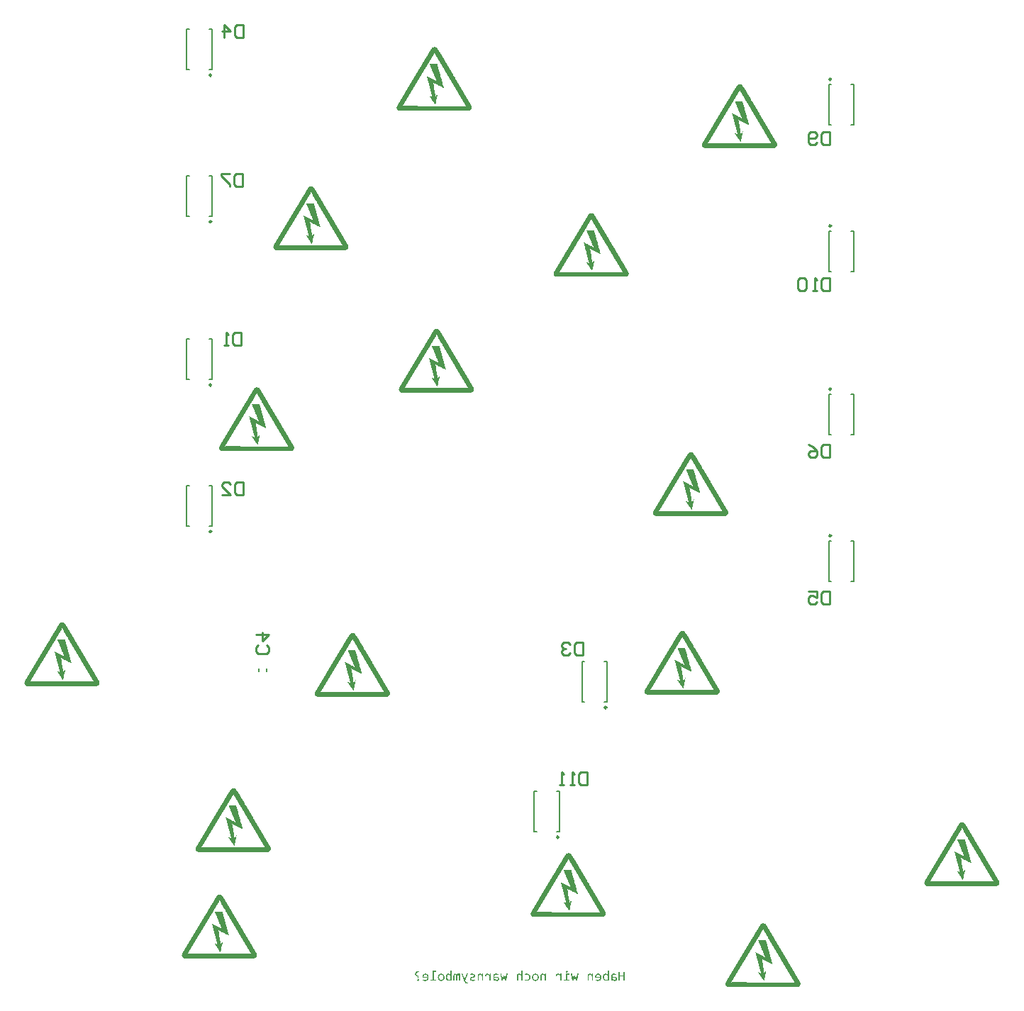
<source format=gbo>
G04*
G04 #@! TF.GenerationSoftware,Altium Limited,Altium Designer,22.8.2 (66)*
G04*
G04 Layer_Color=32896*
%FSLAX44Y44*%
%MOMM*%
G71*
G04*
G04 #@! TF.SameCoordinates,40631429-7DBC-4EA8-B2E3-056BE841FA50*
G04*
G04*
G04 #@! TF.FilePolarity,Positive*
G04*
G01*
G75*
%ADD10C,0.2000*%
%ADD11C,0.2540*%
%ADD53C,0.2500*%
G36*
X1148532Y1665853D02*
Y1665726D01*
X1149165D01*
Y1665599D01*
X1149545D01*
Y1665473D01*
Y1665346D01*
X1149799D01*
Y1665219D01*
Y1665093D01*
X1150179D01*
Y1664966D01*
X1150432D01*
Y1664839D01*
Y1664713D01*
X1150559D01*
Y1664586D01*
Y1664459D01*
X1150812D01*
Y1664333D01*
Y1664206D01*
Y1664079D01*
X1151065D01*
Y1663953D01*
Y1663826D01*
X1151192D01*
Y1663699D01*
Y1663573D01*
Y1663446D01*
X1151445D01*
Y1663319D01*
Y1663193D01*
X1151699D01*
Y1663066D01*
X1151825D01*
Y1662939D01*
Y1662813D01*
Y1662686D01*
Y1662559D01*
X1152079D01*
Y1662433D01*
X1152332D01*
Y1662306D01*
Y1662179D01*
Y1662053D01*
Y1661926D01*
X1152459D01*
Y1661799D01*
X1152712D01*
Y1661673D01*
Y1661546D01*
Y1661420D01*
Y1661293D01*
X1152965D01*
Y1661166D01*
Y1661039D01*
Y1660913D01*
X1153092D01*
Y1660786D01*
Y1660659D01*
X1153345D01*
Y1660533D01*
Y1660406D01*
Y1660280D01*
X1153598D01*
Y1660153D01*
Y1660026D01*
X1153725D01*
Y1659899D01*
Y1659773D01*
Y1659646D01*
X1153979D01*
Y1659520D01*
Y1659393D01*
Y1659266D01*
X1154232D01*
Y1659140D01*
Y1659013D01*
X1154358D01*
Y1658886D01*
Y1658760D01*
Y1658633D01*
X1154612D01*
Y1658506D01*
Y1658380D01*
Y1658253D01*
Y1658126D01*
X1154865D01*
Y1658000D01*
X1154992D01*
Y1657873D01*
Y1657746D01*
Y1657620D01*
Y1657493D01*
X1155245D01*
Y1657366D01*
Y1657240D01*
Y1657113D01*
X1155498D01*
Y1656986D01*
Y1656860D01*
X1155625D01*
Y1656733D01*
Y1656606D01*
Y1656480D01*
X1155878D01*
Y1656353D01*
Y1656226D01*
Y1656100D01*
X1156132D01*
Y1655973D01*
Y1655847D01*
X1156258D01*
Y1655720D01*
Y1655593D01*
Y1655466D01*
X1156512D01*
Y1655340D01*
Y1655213D01*
Y1655087D01*
Y1654960D01*
X1156765D01*
Y1654833D01*
X1156892D01*
Y1654707D01*
Y1654580D01*
Y1654453D01*
Y1654326D01*
X1157145D01*
Y1654200D01*
Y1654073D01*
Y1653947D01*
X1157398D01*
Y1653820D01*
Y1653693D01*
X1157525D01*
Y1653567D01*
Y1653440D01*
Y1653313D01*
X1157778D01*
Y1653187D01*
Y1653060D01*
Y1652933D01*
X1158032D01*
Y1652807D01*
Y1652680D01*
Y1652553D01*
Y1652427D01*
X1158158D01*
Y1652300D01*
X1158412D01*
Y1652173D01*
Y1652047D01*
Y1651920D01*
Y1651793D01*
X1158665D01*
Y1651667D01*
Y1651540D01*
Y1651413D01*
X1158792D01*
Y1651287D01*
Y1651160D01*
X1159045D01*
Y1651033D01*
Y1650907D01*
Y1650780D01*
X1159298D01*
Y1650653D01*
Y1650527D01*
Y1650400D01*
X1159425D01*
Y1650273D01*
Y1650147D01*
X1159678D01*
Y1650020D01*
Y1649893D01*
Y1649767D01*
X1159931D01*
Y1649640D01*
Y1649514D01*
Y1649387D01*
Y1649260D01*
X1160058D01*
Y1649133D01*
Y1649007D01*
Y1648880D01*
X1160312D01*
Y1648754D01*
Y1648627D01*
X1160565D01*
Y1648500D01*
Y1648374D01*
Y1648247D01*
X1160692D01*
Y1648120D01*
Y1647994D01*
Y1647867D01*
X1160945D01*
Y1647740D01*
Y1647614D01*
X1161198D01*
Y1647487D01*
Y1647360D01*
Y1647234D01*
X1161325D01*
Y1647107D01*
Y1646980D01*
Y1646854D01*
Y1646727D01*
X1161578D01*
Y1646600D01*
X1161831D01*
Y1646474D01*
Y1646347D01*
Y1646220D01*
Y1646094D01*
X1161958D01*
Y1645967D01*
Y1645840D01*
Y1645714D01*
X1162211D01*
Y1645587D01*
Y1645460D01*
X1162465D01*
Y1645334D01*
Y1645207D01*
Y1645080D01*
X1162591D01*
Y1644954D01*
Y1644827D01*
Y1644700D01*
X1162845D01*
Y1644574D01*
Y1644447D01*
X1163098D01*
Y1644320D01*
Y1644194D01*
Y1644067D01*
X1163225D01*
Y1643940D01*
Y1643814D01*
Y1643687D01*
Y1643560D01*
X1163478D01*
Y1643434D01*
Y1643307D01*
Y1643181D01*
X1163731D01*
Y1643054D01*
Y1642927D01*
X1163858D01*
Y1642800D01*
Y1642674D01*
Y1642547D01*
X1164111D01*
Y1642421D01*
Y1642294D01*
Y1642167D01*
X1164365D01*
Y1642041D01*
Y1641914D01*
X1164491D01*
Y1641787D01*
Y1641660D01*
Y1641534D01*
X1164745D01*
Y1641407D01*
Y1641281D01*
Y1641154D01*
Y1641027D01*
X1164998D01*
Y1640901D01*
X1165125D01*
Y1640774D01*
Y1640647D01*
Y1640521D01*
Y1640394D01*
X1165378D01*
Y1640267D01*
Y1640141D01*
Y1640014D01*
X1165631D01*
Y1639887D01*
Y1639761D01*
X1165758D01*
Y1639634D01*
Y1639507D01*
Y1639381D01*
X1166011D01*
Y1639254D01*
Y1639127D01*
Y1639001D01*
X1166264D01*
Y1638874D01*
Y1638747D01*
Y1638621D01*
Y1638494D01*
X1166391D01*
Y1638367D01*
X1166644D01*
Y1638241D01*
Y1638114D01*
Y1637988D01*
Y1637861D01*
X1166898D01*
Y1637734D01*
Y1637607D01*
Y1637481D01*
X1167024D01*
Y1637354D01*
Y1637227D01*
X1167278D01*
Y1637101D01*
Y1636974D01*
Y1636848D01*
X1167531D01*
Y1636721D01*
Y1636594D01*
Y1636467D01*
X1167658D01*
Y1636341D01*
Y1636214D01*
X1167911D01*
Y1636088D01*
Y1635961D01*
Y1635834D01*
X1168164D01*
Y1635708D01*
Y1635581D01*
Y1635454D01*
Y1635328D01*
X1168291D01*
Y1635201D01*
X1168544D01*
Y1635074D01*
Y1634948D01*
Y1634821D01*
Y1634694D01*
X1168798D01*
Y1634568D01*
Y1634441D01*
Y1634314D01*
X1168924D01*
Y1634188D01*
Y1634061D01*
X1169178D01*
Y1633934D01*
Y1633808D01*
Y1633681D01*
X1169431D01*
Y1633554D01*
Y1633428D01*
Y1633301D01*
X1169558D01*
Y1633174D01*
Y1633048D01*
X1169811D01*
Y1632921D01*
Y1632794D01*
Y1632668D01*
X1170064D01*
Y1632541D01*
Y1632415D01*
Y1632288D01*
Y1632161D01*
X1170191D01*
Y1632034D01*
Y1631908D01*
Y1631781D01*
X1170444D01*
Y1631654D01*
Y1631528D01*
X1170697D01*
Y1631401D01*
Y1631275D01*
Y1631148D01*
X1170824D01*
Y1631021D01*
Y1630895D01*
Y1630768D01*
X1171077D01*
Y1630641D01*
Y1630515D01*
X1171331D01*
Y1630388D01*
Y1630261D01*
Y1630135D01*
X1171458D01*
Y1630008D01*
Y1629881D01*
Y1629755D01*
Y1629628D01*
X1171711D01*
Y1629501D01*
X1171964D01*
Y1629375D01*
Y1629248D01*
Y1629121D01*
Y1628995D01*
X1172091D01*
Y1628868D01*
Y1628741D01*
Y1628615D01*
X1172344D01*
Y1628488D01*
Y1628361D01*
X1172597D01*
Y1628235D01*
Y1628108D01*
Y1627981D01*
X1172724D01*
Y1627855D01*
Y1627728D01*
Y1627601D01*
X1172977D01*
Y1627475D01*
Y1627348D01*
Y1627221D01*
Y1627095D01*
X1173231D01*
Y1626968D01*
X1173357D01*
Y1626841D01*
Y1626715D01*
Y1626588D01*
Y1626461D01*
X1173611D01*
Y1626335D01*
Y1626208D01*
Y1626082D01*
X1173864D01*
Y1625955D01*
Y1625828D01*
X1173991D01*
Y1625701D01*
Y1625575D01*
Y1625448D01*
X1174244D01*
Y1625322D01*
Y1625195D01*
Y1625068D01*
X1174497D01*
Y1624942D01*
Y1624815D01*
Y1624688D01*
Y1624561D01*
X1174624D01*
Y1624435D01*
X1174877D01*
Y1624308D01*
Y1624182D01*
Y1624055D01*
Y1623928D01*
X1175131D01*
Y1623802D01*
X1175257D01*
Y1623675D01*
Y1623548D01*
Y1623422D01*
Y1623295D01*
X1175511D01*
Y1623168D01*
Y1623042D01*
Y1622915D01*
X1175764D01*
Y1622788D01*
Y1622662D01*
X1175891D01*
Y1622535D01*
Y1622408D01*
Y1622282D01*
X1176144D01*
Y1622155D01*
Y1622028D01*
Y1621902D01*
X1176397D01*
Y1621775D01*
Y1621648D01*
Y1621522D01*
Y1621395D01*
X1176524D01*
Y1621268D01*
X1176777D01*
Y1621142D01*
Y1621015D01*
Y1620889D01*
Y1620762D01*
X1177030D01*
Y1620635D01*
Y1620508D01*
Y1620382D01*
X1177157D01*
Y1620255D01*
Y1620128D01*
X1177411D01*
Y1620002D01*
Y1619875D01*
Y1619749D01*
X1177664D01*
Y1619622D01*
Y1619495D01*
Y1619368D01*
X1177791D01*
Y1619242D01*
Y1619115D01*
X1178044D01*
Y1618988D01*
Y1618862D01*
Y1618735D01*
X1178297D01*
Y1618609D01*
Y1618482D01*
Y1618355D01*
Y1618229D01*
X1178424D01*
Y1618102D01*
X1178677D01*
Y1617975D01*
Y1617849D01*
Y1617722D01*
Y1617595D01*
X1178930D01*
Y1617469D01*
Y1617342D01*
Y1617215D01*
X1179057D01*
Y1617089D01*
Y1616962D01*
X1179310D01*
Y1616835D01*
Y1616709D01*
Y1616582D01*
X1179564D01*
Y1616455D01*
Y1616329D01*
Y1616202D01*
X1179690D01*
Y1616075D01*
Y1615949D01*
Y1615822D01*
Y1615695D01*
X1179944D01*
Y1615569D01*
X1180197D01*
Y1615442D01*
Y1615315D01*
Y1615189D01*
Y1615062D01*
X1180324D01*
Y1614935D01*
Y1614809D01*
Y1614682D01*
X1180577D01*
Y1614555D01*
Y1614429D01*
X1180830D01*
Y1614302D01*
Y1614176D01*
Y1614049D01*
X1180957D01*
Y1613922D01*
Y1613795D01*
Y1613669D01*
X1181210D01*
Y1613542D01*
Y1613416D01*
X1181464D01*
Y1613289D01*
Y1613162D01*
Y1613035D01*
X1181590D01*
Y1612909D01*
Y1612782D01*
Y1612656D01*
Y1612529D01*
X1181844D01*
Y1612402D01*
X1182097D01*
Y1612276D01*
Y1612149D01*
Y1612022D01*
Y1611896D01*
X1182224D01*
Y1611769D01*
Y1611642D01*
Y1611516D01*
X1182477D01*
Y1611389D01*
Y1611262D01*
X1182730D01*
Y1611136D01*
Y1611009D01*
Y1610882D01*
X1182857D01*
Y1610756D01*
Y1610629D01*
Y1610502D01*
X1183110D01*
Y1610376D01*
Y1610249D01*
Y1610122D01*
Y1609996D01*
X1183363D01*
Y1609869D01*
X1183490D01*
Y1609742D01*
Y1609616D01*
Y1609489D01*
Y1609362D01*
X1183744D01*
Y1609236D01*
Y1609109D01*
Y1608982D01*
X1183997D01*
Y1608856D01*
Y1608729D01*
X1184124D01*
Y1608602D01*
Y1608476D01*
Y1608349D01*
X1184377D01*
Y1608223D01*
Y1608096D01*
Y1607969D01*
X1184630D01*
Y1607843D01*
Y1607716D01*
X1184757D01*
Y1607589D01*
Y1607462D01*
Y1607336D01*
X1185010D01*
Y1607209D01*
Y1607083D01*
Y1606956D01*
Y1606829D01*
X1185263D01*
Y1606703D01*
Y1606576D01*
Y1606449D01*
X1185390D01*
Y1606323D01*
Y1606196D01*
X1185643D01*
Y1606069D01*
Y1605943D01*
Y1605816D01*
X1185897D01*
Y1605689D01*
Y1605563D01*
Y1605436D01*
X1186023D01*
Y1605309D01*
Y1605183D01*
X1186277D01*
Y1605056D01*
Y1604929D01*
Y1604803D01*
X1186530D01*
Y1604676D01*
Y1604549D01*
Y1604423D01*
Y1604296D01*
X1186657D01*
Y1604169D01*
Y1604043D01*
Y1603916D01*
X1186910D01*
Y1603789D01*
Y1603663D01*
X1187163D01*
Y1603536D01*
Y1603409D01*
Y1603283D01*
X1187290D01*
Y1603156D01*
Y1603029D01*
X1187543D01*
Y1602903D01*
Y1602776D01*
Y1602649D01*
X1187797D01*
Y1602523D01*
Y1602396D01*
Y1602269D01*
X1187923D01*
Y1602143D01*
Y1602016D01*
Y1601889D01*
Y1601763D01*
X1188176D01*
Y1601636D01*
X1188430D01*
Y1601510D01*
Y1601383D01*
Y1601256D01*
Y1601129D01*
X1188557D01*
Y1601003D01*
Y1600876D01*
Y1600750D01*
X1188810D01*
Y1600623D01*
Y1600496D01*
X1189063D01*
Y1600370D01*
Y1600243D01*
Y1600116D01*
X1189190D01*
Y1599990D01*
Y1599863D01*
Y1599736D01*
X1189443D01*
Y1599610D01*
Y1599483D01*
Y1599356D01*
Y1599230D01*
X1189697D01*
Y1599103D01*
X1189823D01*
Y1598976D01*
Y1598850D01*
Y1598723D01*
Y1598596D01*
X1190076D01*
Y1598470D01*
Y1598343D01*
Y1598216D01*
X1190330D01*
Y1598090D01*
Y1597963D01*
X1190456D01*
Y1597836D01*
Y1597710D01*
Y1597583D01*
X1190710D01*
Y1597456D01*
Y1597330D01*
Y1597203D01*
X1190963D01*
Y1597077D01*
Y1596950D01*
X1191090D01*
Y1596823D01*
Y1596696D01*
Y1596570D01*
X1191343D01*
Y1596443D01*
Y1596317D01*
Y1596190D01*
Y1596063D01*
X1191596D01*
Y1595936D01*
X1191723D01*
Y1595810D01*
Y1595683D01*
Y1595556D01*
Y1595430D01*
X1191976D01*
Y1595303D01*
Y1595177D01*
Y1595050D01*
Y1594923D01*
Y1594797D01*
Y1594670D01*
X1192230D01*
Y1594543D01*
Y1594417D01*
Y1594290D01*
Y1594163D01*
Y1594037D01*
Y1593910D01*
Y1593783D01*
Y1593657D01*
Y1593530D01*
Y1593403D01*
Y1593277D01*
Y1593150D01*
Y1593023D01*
Y1592897D01*
X1191976D01*
Y1592770D01*
Y1592643D01*
Y1592517D01*
Y1592390D01*
Y1592263D01*
X1191723D01*
Y1592137D01*
Y1592010D01*
Y1591883D01*
X1191596D01*
Y1591757D01*
Y1591630D01*
Y1591503D01*
X1191343D01*
Y1591377D01*
Y1591250D01*
X1191090D01*
Y1591124D01*
Y1590997D01*
X1190963D01*
Y1590870D01*
X1190710D01*
Y1590744D01*
Y1590617D01*
X1190456D01*
Y1590490D01*
Y1590363D01*
X1190076D01*
Y1590237D01*
X1189697D01*
Y1590110D01*
Y1589984D01*
X1104835D01*
Y1590110D01*
Y1590237D01*
X1104328D01*
Y1590363D01*
X1103948D01*
Y1590490D01*
Y1590617D01*
X1103695D01*
Y1590744D01*
Y1590870D01*
X1103568D01*
Y1590997D01*
X1103315D01*
Y1591124D01*
Y1591250D01*
X1103061D01*
Y1591377D01*
Y1591503D01*
Y1591630D01*
X1102935D01*
Y1591757D01*
Y1591883D01*
Y1592010D01*
Y1592137D01*
X1102681D01*
Y1592263D01*
Y1592390D01*
Y1592517D01*
Y1592643D01*
Y1592770D01*
Y1592897D01*
X1102428D01*
Y1593023D01*
Y1593150D01*
Y1593277D01*
Y1593403D01*
Y1593530D01*
Y1593657D01*
Y1593783D01*
Y1593910D01*
Y1594037D01*
Y1594163D01*
X1102681D01*
Y1594290D01*
Y1594417D01*
Y1594543D01*
Y1594670D01*
Y1594797D01*
Y1594923D01*
Y1595050D01*
X1102935D01*
Y1595177D01*
Y1595303D01*
Y1595430D01*
X1103061D01*
Y1595556D01*
Y1595683D01*
Y1595810D01*
Y1595936D01*
X1103315D01*
Y1596063D01*
Y1596190D01*
Y1596317D01*
X1103568D01*
Y1596443D01*
Y1596570D01*
X1103695D01*
Y1596696D01*
Y1596823D01*
Y1596950D01*
X1103948D01*
Y1597077D01*
Y1597203D01*
Y1597330D01*
X1104201D01*
Y1597456D01*
Y1597583D01*
Y1597710D01*
Y1597836D01*
X1104328D01*
Y1597963D01*
X1104581D01*
Y1598090D01*
Y1598216D01*
Y1598343D01*
Y1598470D01*
X1104835D01*
Y1598596D01*
Y1598723D01*
Y1598850D01*
X1104961D01*
Y1598976D01*
Y1599103D01*
X1105215D01*
Y1599230D01*
Y1599356D01*
Y1599483D01*
X1105468D01*
Y1599610D01*
Y1599736D01*
Y1599863D01*
X1105595D01*
Y1599990D01*
Y1600116D01*
X1105848D01*
Y1600243D01*
Y1600370D01*
Y1600496D01*
X1106101D01*
Y1600623D01*
Y1600750D01*
Y1600876D01*
Y1601003D01*
X1106228D01*
Y1601129D01*
X1106481D01*
Y1601256D01*
Y1601383D01*
Y1601510D01*
Y1601636D01*
X1106734D01*
Y1601763D01*
Y1601889D01*
Y1602016D01*
X1106861D01*
Y1602143D01*
Y1602269D01*
Y1602396D01*
X1107114D01*
Y1602523D01*
Y1602649D01*
X1107368D01*
Y1602776D01*
Y1602903D01*
Y1603029D01*
X1107495D01*
Y1603156D01*
Y1603283D01*
Y1603409D01*
Y1603536D01*
X1107748D01*
Y1603663D01*
X1108001D01*
Y1603789D01*
Y1603916D01*
Y1604043D01*
Y1604169D01*
X1108128D01*
Y1604296D01*
Y1604423D01*
Y1604549D01*
X1108381D01*
Y1604676D01*
Y1604803D01*
X1108634D01*
Y1604929D01*
Y1605056D01*
Y1605183D01*
X1108761D01*
Y1605309D01*
Y1605436D01*
Y1605563D01*
X1109014D01*
Y1605689D01*
Y1605816D01*
X1109268D01*
Y1605943D01*
Y1606069D01*
Y1606196D01*
X1109394D01*
Y1606323D01*
Y1606449D01*
Y1606576D01*
Y1606703D01*
X1109648D01*
Y1606829D01*
X1109901D01*
Y1606956D01*
Y1607083D01*
Y1607209D01*
Y1607336D01*
X1110028D01*
Y1607462D01*
Y1607589D01*
Y1607716D01*
X1110281D01*
Y1607843D01*
Y1607969D01*
Y1608096D01*
X1110534D01*
Y1608223D01*
Y1608349D01*
X1110661D01*
Y1608476D01*
Y1608602D01*
Y1608729D01*
X1110914D01*
Y1608856D01*
Y1608982D01*
X1111168D01*
Y1609109D01*
Y1609236D01*
Y1609362D01*
X1111294D01*
Y1609489D01*
Y1609616D01*
Y1609742D01*
Y1609869D01*
X1111548D01*
Y1609996D01*
X1111801D01*
Y1610122D01*
Y1610249D01*
Y1610376D01*
Y1610502D01*
X1111928D01*
Y1610629D01*
Y1610756D01*
Y1610882D01*
X1112181D01*
Y1611009D01*
Y1611136D01*
X1112434D01*
Y1611262D01*
Y1611389D01*
Y1611516D01*
X1112561D01*
Y1611642D01*
Y1611769D01*
Y1611896D01*
X1112814D01*
Y1612022D01*
Y1612149D01*
X1113067D01*
Y1612276D01*
Y1612402D01*
Y1612529D01*
X1113194D01*
Y1612656D01*
Y1612782D01*
Y1612909D01*
Y1613035D01*
X1113447D01*
Y1613162D01*
Y1613289D01*
Y1613416D01*
X1113701D01*
Y1613542D01*
Y1613669D01*
X1113827D01*
Y1613795D01*
Y1613922D01*
Y1614049D01*
X1114081D01*
Y1614176D01*
Y1614302D01*
X1114334D01*
Y1614429D01*
Y1614555D01*
Y1614682D01*
X1114461D01*
Y1614809D01*
Y1614935D01*
Y1615062D01*
X1114714D01*
Y1615189D01*
Y1615315D01*
X1114967D01*
Y1615442D01*
Y1615569D01*
Y1615695D01*
X1115094D01*
Y1615822D01*
Y1615949D01*
Y1616075D01*
Y1616202D01*
X1115347D01*
Y1616329D01*
Y1616455D01*
Y1616582D01*
X1115601D01*
Y1616709D01*
Y1616835D01*
X1115727D01*
Y1616962D01*
Y1617089D01*
Y1617215D01*
X1115981D01*
Y1617342D01*
Y1617469D01*
Y1617595D01*
X1116234D01*
Y1617722D01*
Y1617849D01*
X1116361D01*
Y1617975D01*
Y1618102D01*
Y1618229D01*
X1116614D01*
Y1618355D01*
Y1618482D01*
Y1618609D01*
Y1618735D01*
X1116867D01*
Y1618862D01*
X1116994D01*
Y1618988D01*
Y1619115D01*
Y1619242D01*
Y1619368D01*
X1117247D01*
Y1619495D01*
Y1619622D01*
Y1619749D01*
X1117501D01*
Y1619875D01*
Y1620002D01*
X1117627D01*
Y1620128D01*
Y1620255D01*
Y1620382D01*
X1117880D01*
Y1620508D01*
Y1620635D01*
X1118134D01*
Y1620762D01*
Y1620889D01*
Y1621015D01*
X1118260D01*
Y1621142D01*
Y1621268D01*
Y1621395D01*
X1118514D01*
Y1621522D01*
Y1621648D01*
Y1621775D01*
Y1621902D01*
X1118767D01*
Y1622028D01*
X1118894D01*
Y1622155D01*
Y1622282D01*
Y1622408D01*
Y1622535D01*
X1119147D01*
Y1622662D01*
Y1622788D01*
Y1622915D01*
X1119400D01*
Y1623042D01*
Y1623168D01*
X1119527D01*
Y1623295D01*
Y1623422D01*
Y1623548D01*
X1119780D01*
Y1623675D01*
Y1623802D01*
Y1623928D01*
X1120034D01*
Y1624055D01*
Y1624182D01*
X1120160D01*
Y1624308D01*
Y1624435D01*
Y1624561D01*
X1120414D01*
Y1624688D01*
Y1624815D01*
Y1624942D01*
Y1625068D01*
X1120667D01*
Y1625195D01*
X1120794D01*
Y1625322D01*
Y1625448D01*
Y1625575D01*
Y1625701D01*
X1121047D01*
Y1625828D01*
Y1625955D01*
Y1626082D01*
X1121300D01*
Y1626208D01*
Y1626335D01*
X1121427D01*
Y1626461D01*
Y1626588D01*
Y1626715D01*
X1121680D01*
Y1626841D01*
Y1626968D01*
Y1627095D01*
X1121934D01*
Y1627221D01*
Y1627348D01*
X1122060D01*
Y1627475D01*
Y1627601D01*
Y1627728D01*
X1122314D01*
Y1627855D01*
Y1627981D01*
Y1628108D01*
Y1628235D01*
X1122567D01*
Y1628361D01*
X1122694D01*
Y1628488D01*
Y1628615D01*
Y1628741D01*
Y1628868D01*
X1122947D01*
Y1628995D01*
Y1629121D01*
Y1629248D01*
X1123200D01*
Y1629375D01*
Y1629501D01*
X1123327D01*
Y1629628D01*
Y1629755D01*
Y1629881D01*
X1123580D01*
Y1630008D01*
Y1630135D01*
Y1630261D01*
X1123833D01*
Y1630388D01*
Y1630515D01*
X1123960D01*
Y1630641D01*
Y1630768D01*
Y1630895D01*
X1124213D01*
Y1631021D01*
Y1631148D01*
Y1631275D01*
Y1631401D01*
X1124467D01*
Y1631528D01*
X1124594D01*
Y1631654D01*
Y1631781D01*
Y1631908D01*
Y1632034D01*
X1124847D01*
Y1632161D01*
Y1632288D01*
Y1632415D01*
X1125100D01*
Y1632541D01*
Y1632668D01*
X1125227D01*
Y1632794D01*
Y1632921D01*
Y1633048D01*
X1125480D01*
Y1633174D01*
Y1633301D01*
Y1633428D01*
X1125733D01*
Y1633554D01*
Y1633681D01*
X1125860D01*
Y1633808D01*
Y1633934D01*
Y1634061D01*
X1126113D01*
Y1634188D01*
Y1634314D01*
Y1634441D01*
Y1634568D01*
X1126367D01*
Y1634694D01*
X1126493D01*
Y1634821D01*
Y1634948D01*
Y1635074D01*
Y1635201D01*
X1126747D01*
Y1635328D01*
Y1635454D01*
Y1635581D01*
X1127000D01*
Y1635708D01*
Y1635834D01*
X1127127D01*
Y1635961D01*
Y1636088D01*
Y1636214D01*
X1127380D01*
Y1636341D01*
Y1636467D01*
Y1636594D01*
X1127633D01*
Y1636721D01*
Y1636848D01*
X1127760D01*
Y1636974D01*
Y1637101D01*
Y1637227D01*
X1128013D01*
Y1637354D01*
Y1637481D01*
Y1637607D01*
Y1637734D01*
X1128267D01*
Y1637861D01*
X1128393D01*
Y1637988D01*
Y1638114D01*
Y1638241D01*
Y1638367D01*
X1128647D01*
Y1638494D01*
Y1638621D01*
Y1638747D01*
X1128900D01*
Y1638874D01*
Y1639001D01*
X1129027D01*
Y1639127D01*
Y1639254D01*
Y1639381D01*
X1129280D01*
Y1639507D01*
Y1639634D01*
Y1639761D01*
X1129533D01*
Y1639887D01*
Y1640014D01*
X1129660D01*
Y1640141D01*
Y1640267D01*
Y1640394D01*
X1129913D01*
Y1640521D01*
Y1640647D01*
Y1640774D01*
Y1640901D01*
X1130166D01*
Y1641027D01*
X1130293D01*
Y1641154D01*
Y1641281D01*
Y1641407D01*
Y1641534D01*
X1130546D01*
Y1641660D01*
Y1641787D01*
Y1641914D01*
X1130800D01*
Y1642041D01*
Y1642167D01*
X1130926D01*
Y1642294D01*
Y1642421D01*
Y1642547D01*
X1131180D01*
Y1642674D01*
Y1642800D01*
Y1642927D01*
X1131433D01*
Y1643054D01*
Y1643181D01*
X1131560D01*
Y1643307D01*
Y1643434D01*
Y1643560D01*
X1131813D01*
Y1643687D01*
Y1643814D01*
Y1643940D01*
Y1644067D01*
X1132066D01*
Y1644194D01*
X1132193D01*
Y1644320D01*
Y1644447D01*
Y1644574D01*
Y1644700D01*
X1132446D01*
Y1644827D01*
Y1644954D01*
Y1645080D01*
X1132700D01*
Y1645207D01*
Y1645334D01*
X1132826D01*
Y1645460D01*
Y1645587D01*
Y1645714D01*
X1133080D01*
Y1645840D01*
Y1645967D01*
Y1646094D01*
X1133333D01*
Y1646220D01*
Y1646347D01*
X1133460D01*
Y1646474D01*
Y1646600D01*
Y1646727D01*
X1133713D01*
Y1646854D01*
Y1646980D01*
Y1647107D01*
Y1647234D01*
X1133966D01*
Y1647360D01*
X1134093D01*
Y1647487D01*
Y1647614D01*
Y1647740D01*
Y1647867D01*
X1134346D01*
Y1647994D01*
Y1648120D01*
Y1648247D01*
X1134600D01*
Y1648374D01*
Y1648500D01*
X1134726D01*
Y1648627D01*
Y1648754D01*
Y1648880D01*
X1134980D01*
Y1649007D01*
Y1649133D01*
Y1649260D01*
X1135233D01*
Y1649387D01*
Y1649514D01*
X1135360D01*
Y1649640D01*
Y1649767D01*
Y1649893D01*
X1135613D01*
Y1650020D01*
Y1650147D01*
Y1650273D01*
Y1650400D01*
X1135866D01*
Y1650527D01*
X1135993D01*
Y1650653D01*
Y1650780D01*
Y1650907D01*
Y1651033D01*
X1136246D01*
Y1651160D01*
Y1651287D01*
Y1651413D01*
X1136499D01*
Y1651540D01*
Y1651667D01*
X1136626D01*
Y1651793D01*
Y1651920D01*
Y1652047D01*
X1136880D01*
Y1652173D01*
Y1652300D01*
Y1652427D01*
X1137133D01*
Y1652553D01*
Y1652680D01*
X1137259D01*
Y1652807D01*
Y1652933D01*
Y1653060D01*
X1137513D01*
Y1653187D01*
Y1653313D01*
Y1653440D01*
Y1653567D01*
X1137766D01*
Y1653693D01*
X1137893D01*
Y1653820D01*
Y1653947D01*
Y1654073D01*
Y1654200D01*
X1138146D01*
Y1654326D01*
Y1654453D01*
Y1654580D01*
X1138399D01*
Y1654707D01*
Y1654833D01*
X1138526D01*
Y1654960D01*
Y1655087D01*
Y1655213D01*
X1138779D01*
Y1655340D01*
Y1655466D01*
X1139033D01*
Y1655593D01*
Y1655720D01*
Y1655847D01*
X1139159D01*
Y1655973D01*
Y1656100D01*
Y1656226D01*
X1139413D01*
Y1656353D01*
Y1656480D01*
Y1656606D01*
Y1656733D01*
X1139666D01*
Y1656860D01*
X1139793D01*
Y1656986D01*
Y1657113D01*
Y1657240D01*
Y1657366D01*
X1140046D01*
Y1657493D01*
Y1657620D01*
Y1657746D01*
X1140299D01*
Y1657873D01*
Y1658000D01*
X1140426D01*
Y1658126D01*
Y1658253D01*
Y1658380D01*
X1140679D01*
Y1658506D01*
Y1658633D01*
Y1658760D01*
X1140932D01*
Y1658886D01*
Y1659013D01*
X1141059D01*
Y1659140D01*
Y1659266D01*
Y1659393D01*
X1141313D01*
Y1659520D01*
Y1659646D01*
Y1659773D01*
Y1659899D01*
X1141566D01*
Y1660026D01*
X1141693D01*
Y1660153D01*
Y1660280D01*
Y1660406D01*
Y1660533D01*
X1141946D01*
Y1660659D01*
Y1660786D01*
Y1660913D01*
X1142199D01*
Y1661039D01*
Y1661166D01*
X1142326D01*
Y1661293D01*
Y1661420D01*
Y1661546D01*
X1142579D01*
Y1661673D01*
Y1661799D01*
Y1661926D01*
X1142832D01*
Y1662053D01*
Y1662179D01*
X1142959D01*
Y1662306D01*
Y1662433D01*
Y1662559D01*
X1143212D01*
Y1662686D01*
Y1662813D01*
Y1662939D01*
Y1663066D01*
X1143466D01*
Y1663193D01*
X1143592D01*
Y1663319D01*
Y1663446D01*
Y1663573D01*
Y1663699D01*
X1143846D01*
Y1663826D01*
X1144099D01*
Y1663953D01*
Y1664079D01*
Y1664206D01*
Y1664333D01*
X1144226D01*
Y1664459D01*
X1144479D01*
Y1664586D01*
Y1664713D01*
X1144732D01*
Y1664839D01*
Y1664966D01*
X1144859D01*
Y1665093D01*
X1145112D01*
Y1665219D01*
Y1665346D01*
X1145492D01*
Y1665473D01*
Y1665599D01*
X1145999D01*
Y1665726D01*
X1146759D01*
Y1665853D01*
Y1665979D01*
X1148532D01*
Y1665853D01*
D02*
G37*
G36*
X1513022Y1621402D02*
Y1621276D01*
X1513656D01*
Y1621149D01*
X1514035D01*
Y1621023D01*
Y1620896D01*
X1514289D01*
Y1620769D01*
Y1620643D01*
X1514669D01*
Y1620516D01*
X1514922D01*
Y1620389D01*
Y1620263D01*
X1515049D01*
Y1620136D01*
Y1620009D01*
X1515302D01*
Y1619883D01*
Y1619756D01*
Y1619629D01*
X1515555D01*
Y1619503D01*
Y1619376D01*
X1515682D01*
Y1619249D01*
Y1619123D01*
Y1618996D01*
X1515935D01*
Y1618869D01*
Y1618743D01*
X1516189D01*
Y1618616D01*
X1516315D01*
Y1618489D01*
Y1618363D01*
Y1618236D01*
Y1618109D01*
X1516569D01*
Y1617983D01*
X1516822D01*
Y1617856D01*
Y1617729D01*
Y1617603D01*
Y1617476D01*
X1516949D01*
Y1617349D01*
X1517202D01*
Y1617223D01*
Y1617096D01*
Y1616969D01*
Y1616843D01*
X1517455D01*
Y1616716D01*
Y1616590D01*
Y1616463D01*
X1517582D01*
Y1616336D01*
Y1616210D01*
X1517835D01*
Y1616083D01*
Y1615956D01*
Y1615829D01*
X1518089D01*
Y1615703D01*
Y1615576D01*
X1518215D01*
Y1615450D01*
Y1615323D01*
Y1615196D01*
X1518468D01*
Y1615070D01*
Y1614943D01*
Y1614816D01*
X1518722D01*
Y1614690D01*
Y1614563D01*
X1518848D01*
Y1614436D01*
Y1614310D01*
Y1614183D01*
X1519102D01*
Y1614056D01*
Y1613930D01*
Y1613803D01*
Y1613676D01*
X1519355D01*
Y1613550D01*
X1519482D01*
Y1613423D01*
Y1613296D01*
Y1613170D01*
Y1613043D01*
X1519735D01*
Y1612916D01*
Y1612790D01*
Y1612663D01*
X1519988D01*
Y1612536D01*
Y1612410D01*
X1520115D01*
Y1612283D01*
Y1612156D01*
Y1612030D01*
X1520368D01*
Y1611903D01*
Y1611776D01*
Y1611650D01*
X1520622D01*
Y1611523D01*
Y1611396D01*
X1520748D01*
Y1611270D01*
Y1611143D01*
Y1611017D01*
X1521002D01*
Y1610890D01*
Y1610763D01*
Y1610636D01*
Y1610510D01*
X1521255D01*
Y1610383D01*
X1521382D01*
Y1610257D01*
Y1610130D01*
Y1610003D01*
Y1609877D01*
X1521635D01*
Y1609750D01*
Y1609623D01*
Y1609497D01*
X1521888D01*
Y1609370D01*
Y1609243D01*
X1522015D01*
Y1609117D01*
Y1608990D01*
Y1608863D01*
X1522268D01*
Y1608737D01*
Y1608610D01*
Y1608483D01*
X1522522D01*
Y1608357D01*
Y1608230D01*
Y1608103D01*
Y1607977D01*
X1522648D01*
Y1607850D01*
X1522902D01*
Y1607723D01*
Y1607597D01*
Y1607470D01*
Y1607343D01*
X1523155D01*
Y1607217D01*
Y1607090D01*
Y1606963D01*
X1523282D01*
Y1606837D01*
Y1606710D01*
X1523535D01*
Y1606583D01*
Y1606457D01*
Y1606330D01*
X1523788D01*
Y1606203D01*
Y1606077D01*
Y1605950D01*
X1523915D01*
Y1605823D01*
Y1605697D01*
X1524168D01*
Y1605570D01*
Y1605444D01*
Y1605317D01*
X1524422D01*
Y1605190D01*
Y1605063D01*
Y1604937D01*
Y1604810D01*
X1524548D01*
Y1604684D01*
Y1604557D01*
Y1604430D01*
X1524801D01*
Y1604303D01*
Y1604177D01*
X1525055D01*
Y1604050D01*
Y1603924D01*
Y1603797D01*
X1525181D01*
Y1603670D01*
Y1603544D01*
Y1603417D01*
X1525435D01*
Y1603290D01*
Y1603163D01*
X1525688D01*
Y1603037D01*
Y1602910D01*
Y1602784D01*
X1525815D01*
Y1602657D01*
Y1602530D01*
Y1602404D01*
Y1602277D01*
X1526068D01*
Y1602150D01*
X1526321D01*
Y1602024D01*
Y1601897D01*
Y1601770D01*
Y1601644D01*
X1526448D01*
Y1601517D01*
Y1601390D01*
Y1601264D01*
X1526701D01*
Y1601137D01*
Y1601010D01*
X1526955D01*
Y1600884D01*
Y1600757D01*
Y1600630D01*
X1527081D01*
Y1600504D01*
Y1600377D01*
Y1600250D01*
X1527335D01*
Y1600124D01*
Y1599997D01*
X1527588D01*
Y1599870D01*
Y1599744D01*
Y1599617D01*
X1527715D01*
Y1599491D01*
Y1599364D01*
Y1599237D01*
Y1599111D01*
X1527968D01*
Y1598984D01*
Y1598857D01*
Y1598730D01*
X1528221D01*
Y1598604D01*
Y1598477D01*
X1528348D01*
Y1598351D01*
Y1598224D01*
Y1598097D01*
X1528601D01*
Y1597971D01*
Y1597844D01*
Y1597717D01*
X1528855D01*
Y1597591D01*
Y1597464D01*
X1528981D01*
Y1597337D01*
Y1597211D01*
Y1597084D01*
X1529235D01*
Y1596957D01*
Y1596831D01*
Y1596704D01*
Y1596577D01*
X1529488D01*
Y1596451D01*
X1529615D01*
Y1596324D01*
Y1596197D01*
Y1596071D01*
Y1595944D01*
X1529868D01*
Y1595817D01*
Y1595691D01*
Y1595564D01*
X1530121D01*
Y1595437D01*
Y1595311D01*
X1530248D01*
Y1595184D01*
Y1595057D01*
Y1594931D01*
X1530501D01*
Y1594804D01*
Y1594677D01*
Y1594551D01*
X1530755D01*
Y1594424D01*
Y1594297D01*
Y1594171D01*
Y1594044D01*
X1530881D01*
Y1593917D01*
X1531134D01*
Y1593791D01*
Y1593664D01*
Y1593537D01*
Y1593411D01*
X1531388D01*
Y1593284D01*
Y1593157D01*
Y1593031D01*
X1531514D01*
Y1592904D01*
Y1592778D01*
X1531768D01*
Y1592651D01*
Y1592524D01*
Y1592397D01*
X1532021D01*
Y1592271D01*
Y1592144D01*
Y1592018D01*
X1532148D01*
Y1591891D01*
Y1591764D01*
X1532401D01*
Y1591638D01*
Y1591511D01*
Y1591384D01*
X1532654D01*
Y1591258D01*
Y1591131D01*
Y1591004D01*
Y1590878D01*
X1532781D01*
Y1590751D01*
X1533034D01*
Y1590624D01*
Y1590498D01*
Y1590371D01*
Y1590244D01*
X1533288D01*
Y1590118D01*
Y1589991D01*
Y1589864D01*
X1533414D01*
Y1589738D01*
Y1589611D01*
X1533668D01*
Y1589484D01*
Y1589358D01*
Y1589231D01*
X1533921D01*
Y1589104D01*
Y1588978D01*
Y1588851D01*
X1534048D01*
Y1588724D01*
Y1588598D01*
X1534301D01*
Y1588471D01*
Y1588344D01*
Y1588218D01*
X1534554D01*
Y1588091D01*
Y1587964D01*
Y1587838D01*
Y1587711D01*
X1534681D01*
Y1587585D01*
Y1587458D01*
Y1587331D01*
X1534934D01*
Y1587204D01*
Y1587078D01*
X1535188D01*
Y1586951D01*
Y1586824D01*
Y1586698D01*
X1535314D01*
Y1586571D01*
Y1586445D01*
Y1586318D01*
X1535567D01*
Y1586191D01*
Y1586064D01*
X1535821D01*
Y1585938D01*
Y1585811D01*
Y1585685D01*
X1535948D01*
Y1585558D01*
Y1585431D01*
Y1585305D01*
Y1585178D01*
X1536201D01*
Y1585051D01*
X1536454D01*
Y1584925D01*
Y1584798D01*
Y1584671D01*
Y1584545D01*
X1536581D01*
Y1584418D01*
Y1584291D01*
Y1584165D01*
X1536834D01*
Y1584038D01*
Y1583911D01*
X1537087D01*
Y1583785D01*
Y1583658D01*
Y1583531D01*
X1537214D01*
Y1583405D01*
Y1583278D01*
Y1583151D01*
X1537467D01*
Y1583025D01*
Y1582898D01*
Y1582771D01*
Y1582645D01*
X1537721D01*
Y1582518D01*
X1537847D01*
Y1582392D01*
Y1582265D01*
Y1582138D01*
Y1582011D01*
X1538101D01*
Y1581885D01*
Y1581758D01*
Y1581631D01*
X1538354D01*
Y1581505D01*
Y1581378D01*
X1538481D01*
Y1581252D01*
Y1581125D01*
Y1580998D01*
X1538734D01*
Y1580871D01*
Y1580745D01*
Y1580618D01*
X1538987D01*
Y1580491D01*
Y1580365D01*
Y1580238D01*
Y1580112D01*
X1539114D01*
Y1579985D01*
X1539367D01*
Y1579858D01*
Y1579732D01*
Y1579605D01*
Y1579478D01*
X1539621D01*
Y1579352D01*
X1539747D01*
Y1579225D01*
Y1579098D01*
Y1578972D01*
Y1578845D01*
X1540001D01*
Y1578718D01*
Y1578592D01*
Y1578465D01*
X1540254D01*
Y1578338D01*
Y1578212D01*
X1540381D01*
Y1578085D01*
Y1577958D01*
Y1577832D01*
X1540634D01*
Y1577705D01*
Y1577578D01*
Y1577452D01*
X1540887D01*
Y1577325D01*
Y1577198D01*
Y1577072D01*
Y1576945D01*
X1541014D01*
Y1576818D01*
X1541267D01*
Y1576692D01*
Y1576565D01*
Y1576438D01*
Y1576312D01*
X1541521D01*
Y1576185D01*
Y1576058D01*
Y1575932D01*
X1541647D01*
Y1575805D01*
Y1575679D01*
X1541900D01*
Y1575552D01*
Y1575425D01*
Y1575298D01*
X1542154D01*
Y1575172D01*
Y1575045D01*
Y1574919D01*
X1542280D01*
Y1574792D01*
Y1574665D01*
X1542534D01*
Y1574539D01*
Y1574412D01*
Y1574285D01*
X1542787D01*
Y1574158D01*
Y1574032D01*
Y1573905D01*
Y1573779D01*
X1542914D01*
Y1573652D01*
X1543167D01*
Y1573525D01*
Y1573399D01*
Y1573272D01*
Y1573145D01*
X1543420D01*
Y1573019D01*
Y1572892D01*
Y1572765D01*
X1543547D01*
Y1572639D01*
Y1572512D01*
X1543800D01*
Y1572385D01*
Y1572259D01*
Y1572132D01*
X1544054D01*
Y1572005D01*
Y1571879D01*
Y1571752D01*
X1544180D01*
Y1571625D01*
Y1571499D01*
Y1571372D01*
Y1571245D01*
X1544434D01*
Y1571119D01*
X1544687D01*
Y1570992D01*
Y1570865D01*
Y1570739D01*
Y1570612D01*
X1544814D01*
Y1570485D01*
Y1570359D01*
Y1570232D01*
X1545067D01*
Y1570105D01*
Y1569979D01*
X1545320D01*
Y1569852D01*
Y1569725D01*
Y1569599D01*
X1545447D01*
Y1569472D01*
Y1569346D01*
Y1569219D01*
X1545700D01*
Y1569092D01*
Y1568965D01*
X1545954D01*
Y1568839D01*
Y1568712D01*
Y1568586D01*
X1546080D01*
Y1568459D01*
Y1568332D01*
Y1568206D01*
Y1568079D01*
X1546334D01*
Y1567952D01*
X1546587D01*
Y1567826D01*
Y1567699D01*
Y1567572D01*
Y1567446D01*
X1546714D01*
Y1567319D01*
Y1567192D01*
Y1567066D01*
X1546967D01*
Y1566939D01*
Y1566812D01*
X1547220D01*
Y1566686D01*
Y1566559D01*
Y1566432D01*
X1547347D01*
Y1566306D01*
Y1566179D01*
Y1566052D01*
X1547600D01*
Y1565926D01*
Y1565799D01*
Y1565672D01*
Y1565546D01*
X1547854D01*
Y1565419D01*
X1547980D01*
Y1565292D01*
Y1565166D01*
Y1565039D01*
Y1564912D01*
X1548233D01*
Y1564786D01*
Y1564659D01*
Y1564532D01*
X1548487D01*
Y1564406D01*
Y1564279D01*
X1548613D01*
Y1564152D01*
Y1564026D01*
Y1563899D01*
X1548867D01*
Y1563772D01*
Y1563646D01*
Y1563519D01*
X1549120D01*
Y1563392D01*
Y1563266D01*
X1549247D01*
Y1563139D01*
Y1563013D01*
Y1562886D01*
X1549500D01*
Y1562759D01*
Y1562633D01*
Y1562506D01*
Y1562379D01*
X1549753D01*
Y1562253D01*
Y1562126D01*
Y1561999D01*
X1549880D01*
Y1561873D01*
Y1561746D01*
X1550133D01*
Y1561619D01*
Y1561493D01*
Y1561366D01*
X1550387D01*
Y1561239D01*
Y1561113D01*
Y1560986D01*
X1550513D01*
Y1560859D01*
Y1560733D01*
X1550767D01*
Y1560606D01*
Y1560479D01*
Y1560353D01*
X1551020D01*
Y1560226D01*
Y1560099D01*
Y1559973D01*
Y1559846D01*
X1551147D01*
Y1559719D01*
Y1559593D01*
Y1559466D01*
X1551400D01*
Y1559339D01*
Y1559213D01*
X1551653D01*
Y1559086D01*
Y1558959D01*
Y1558833D01*
X1551780D01*
Y1558706D01*
Y1558579D01*
X1552033D01*
Y1558453D01*
Y1558326D01*
Y1558199D01*
X1552287D01*
Y1558073D01*
Y1557946D01*
Y1557820D01*
X1552413D01*
Y1557693D01*
Y1557566D01*
Y1557440D01*
Y1557313D01*
X1552666D01*
Y1557186D01*
X1552920D01*
Y1557059D01*
Y1556933D01*
Y1556806D01*
Y1556680D01*
X1553047D01*
Y1556553D01*
Y1556426D01*
Y1556300D01*
X1553300D01*
Y1556173D01*
Y1556046D01*
X1553553D01*
Y1555920D01*
Y1555793D01*
Y1555666D01*
X1553680D01*
Y1555540D01*
Y1555413D01*
Y1555286D01*
X1553933D01*
Y1555160D01*
Y1555033D01*
Y1554906D01*
Y1554780D01*
X1554187D01*
Y1554653D01*
X1554313D01*
Y1554526D01*
Y1554400D01*
Y1554273D01*
Y1554146D01*
X1554566D01*
Y1554020D01*
Y1553893D01*
Y1553766D01*
X1554820D01*
Y1553640D01*
Y1553513D01*
X1554946D01*
Y1553386D01*
Y1553260D01*
Y1553133D01*
X1555200D01*
Y1553006D01*
Y1552880D01*
Y1552753D01*
X1555453D01*
Y1552626D01*
Y1552500D01*
X1555580D01*
Y1552373D01*
Y1552247D01*
Y1552120D01*
X1555833D01*
Y1551993D01*
Y1551866D01*
Y1551740D01*
Y1551613D01*
X1556086D01*
Y1551487D01*
X1556213D01*
Y1551360D01*
Y1551233D01*
Y1551107D01*
Y1550980D01*
X1556466D01*
Y1550853D01*
Y1550727D01*
Y1550600D01*
Y1550473D01*
Y1550347D01*
Y1550220D01*
X1556720D01*
Y1550093D01*
Y1549967D01*
Y1549840D01*
Y1549713D01*
Y1549587D01*
Y1549460D01*
Y1549333D01*
Y1549207D01*
Y1549080D01*
Y1548953D01*
Y1548827D01*
Y1548700D01*
Y1548573D01*
Y1548447D01*
X1556466D01*
Y1548320D01*
Y1548193D01*
Y1548067D01*
Y1547940D01*
Y1547813D01*
X1556213D01*
Y1547687D01*
Y1547560D01*
Y1547433D01*
X1556086D01*
Y1547307D01*
Y1547180D01*
Y1547053D01*
X1555833D01*
Y1546927D01*
Y1546800D01*
X1555580D01*
Y1546673D01*
Y1546547D01*
X1555453D01*
Y1546420D01*
X1555200D01*
Y1546293D01*
Y1546167D01*
X1554946D01*
Y1546040D01*
Y1545914D01*
X1554566D01*
Y1545787D01*
X1554187D01*
Y1545660D01*
Y1545533D01*
X1469325D01*
Y1545660D01*
Y1545787D01*
X1468818D01*
Y1545914D01*
X1468438D01*
Y1546040D01*
Y1546167D01*
X1468185D01*
Y1546293D01*
Y1546420D01*
X1468058D01*
Y1546547D01*
X1467805D01*
Y1546673D01*
Y1546800D01*
X1467551D01*
Y1546927D01*
Y1547053D01*
Y1547180D01*
X1467425D01*
Y1547307D01*
Y1547433D01*
Y1547560D01*
Y1547687D01*
X1467171D01*
Y1547813D01*
Y1547940D01*
Y1548067D01*
Y1548193D01*
Y1548320D01*
Y1548447D01*
X1466918D01*
Y1548573D01*
Y1548700D01*
Y1548827D01*
Y1548953D01*
Y1549080D01*
Y1549207D01*
Y1549333D01*
Y1549460D01*
Y1549587D01*
Y1549713D01*
X1467171D01*
Y1549840D01*
Y1549967D01*
Y1550093D01*
Y1550220D01*
Y1550347D01*
Y1550473D01*
Y1550600D01*
X1467425D01*
Y1550727D01*
Y1550853D01*
Y1550980D01*
X1467551D01*
Y1551107D01*
Y1551233D01*
Y1551360D01*
Y1551487D01*
X1467805D01*
Y1551613D01*
Y1551740D01*
Y1551866D01*
X1468058D01*
Y1551993D01*
Y1552120D01*
X1468185D01*
Y1552247D01*
Y1552373D01*
Y1552500D01*
X1468438D01*
Y1552626D01*
Y1552753D01*
Y1552880D01*
X1468691D01*
Y1553006D01*
Y1553133D01*
Y1553260D01*
Y1553386D01*
X1468818D01*
Y1553513D01*
X1469071D01*
Y1553640D01*
Y1553766D01*
Y1553893D01*
Y1554020D01*
X1469325D01*
Y1554146D01*
Y1554273D01*
Y1554400D01*
X1469451D01*
Y1554526D01*
Y1554653D01*
X1469705D01*
Y1554780D01*
Y1554906D01*
Y1555033D01*
X1469958D01*
Y1555160D01*
Y1555286D01*
Y1555413D01*
X1470085D01*
Y1555540D01*
Y1555666D01*
X1470338D01*
Y1555793D01*
Y1555920D01*
Y1556046D01*
X1470591D01*
Y1556173D01*
Y1556300D01*
Y1556426D01*
Y1556553D01*
X1470718D01*
Y1556680D01*
X1470971D01*
Y1556806D01*
Y1556933D01*
Y1557059D01*
Y1557186D01*
X1471225D01*
Y1557313D01*
Y1557440D01*
Y1557566D01*
X1471351D01*
Y1557693D01*
Y1557820D01*
Y1557946D01*
X1471604D01*
Y1558073D01*
Y1558199D01*
X1471858D01*
Y1558326D01*
Y1558453D01*
Y1558579D01*
X1471985D01*
Y1558706D01*
Y1558833D01*
Y1558959D01*
Y1559086D01*
X1472238D01*
Y1559213D01*
X1472491D01*
Y1559339D01*
Y1559466D01*
Y1559593D01*
Y1559719D01*
X1472618D01*
Y1559846D01*
Y1559973D01*
Y1560099D01*
X1472871D01*
Y1560226D01*
Y1560353D01*
X1473124D01*
Y1560479D01*
Y1560606D01*
Y1560733D01*
X1473251D01*
Y1560859D01*
Y1560986D01*
Y1561113D01*
X1473504D01*
Y1561239D01*
Y1561366D01*
X1473758D01*
Y1561493D01*
Y1561619D01*
Y1561746D01*
X1473884D01*
Y1561873D01*
Y1561999D01*
Y1562126D01*
Y1562253D01*
X1474138D01*
Y1562379D01*
X1474391D01*
Y1562506D01*
Y1562633D01*
Y1562759D01*
Y1562886D01*
X1474518D01*
Y1563013D01*
Y1563139D01*
Y1563266D01*
X1474771D01*
Y1563392D01*
Y1563519D01*
Y1563646D01*
X1475024D01*
Y1563772D01*
Y1563899D01*
X1475151D01*
Y1564026D01*
Y1564152D01*
Y1564279D01*
X1475404D01*
Y1564406D01*
Y1564532D01*
X1475658D01*
Y1564659D01*
Y1564786D01*
Y1564912D01*
X1475784D01*
Y1565039D01*
Y1565166D01*
Y1565292D01*
Y1565419D01*
X1476038D01*
Y1565546D01*
X1476291D01*
Y1565672D01*
Y1565799D01*
Y1565926D01*
Y1566052D01*
X1476418D01*
Y1566179D01*
Y1566306D01*
Y1566432D01*
X1476671D01*
Y1566559D01*
Y1566686D01*
X1476924D01*
Y1566812D01*
Y1566939D01*
Y1567066D01*
X1477051D01*
Y1567192D01*
Y1567319D01*
Y1567446D01*
X1477304D01*
Y1567572D01*
Y1567699D01*
X1477558D01*
Y1567826D01*
Y1567952D01*
Y1568079D01*
X1477684D01*
Y1568206D01*
Y1568332D01*
Y1568459D01*
Y1568586D01*
X1477937D01*
Y1568712D01*
Y1568839D01*
Y1568965D01*
X1478191D01*
Y1569092D01*
Y1569219D01*
X1478317D01*
Y1569346D01*
Y1569472D01*
Y1569599D01*
X1478571D01*
Y1569725D01*
Y1569852D01*
X1478824D01*
Y1569979D01*
Y1570105D01*
Y1570232D01*
X1478951D01*
Y1570359D01*
Y1570485D01*
Y1570612D01*
X1479204D01*
Y1570739D01*
Y1570865D01*
X1479457D01*
Y1570992D01*
Y1571119D01*
Y1571245D01*
X1479584D01*
Y1571372D01*
Y1571499D01*
Y1571625D01*
Y1571752D01*
X1479837D01*
Y1571879D01*
Y1572005D01*
Y1572132D01*
X1480091D01*
Y1572259D01*
Y1572385D01*
X1480217D01*
Y1572512D01*
Y1572639D01*
Y1572765D01*
X1480471D01*
Y1572892D01*
Y1573019D01*
Y1573145D01*
X1480724D01*
Y1573272D01*
Y1573399D01*
X1480851D01*
Y1573525D01*
Y1573652D01*
Y1573779D01*
X1481104D01*
Y1573905D01*
Y1574032D01*
Y1574158D01*
Y1574285D01*
X1481357D01*
Y1574412D01*
X1481484D01*
Y1574539D01*
Y1574665D01*
Y1574792D01*
Y1574919D01*
X1481737D01*
Y1575045D01*
Y1575172D01*
Y1575298D01*
X1481991D01*
Y1575425D01*
Y1575552D01*
X1482117D01*
Y1575679D01*
Y1575805D01*
Y1575932D01*
X1482370D01*
Y1576058D01*
Y1576185D01*
X1482624D01*
Y1576312D01*
Y1576438D01*
Y1576565D01*
X1482751D01*
Y1576692D01*
Y1576818D01*
Y1576945D01*
X1483004D01*
Y1577072D01*
Y1577198D01*
Y1577325D01*
Y1577452D01*
X1483257D01*
Y1577578D01*
X1483384D01*
Y1577705D01*
Y1577832D01*
Y1577958D01*
Y1578085D01*
X1483637D01*
Y1578212D01*
Y1578338D01*
Y1578465D01*
X1483891D01*
Y1578592D01*
Y1578718D01*
X1484017D01*
Y1578845D01*
Y1578972D01*
Y1579098D01*
X1484270D01*
Y1579225D01*
Y1579352D01*
Y1579478D01*
X1484524D01*
Y1579605D01*
Y1579732D01*
X1484650D01*
Y1579858D01*
Y1579985D01*
Y1580112D01*
X1484904D01*
Y1580238D01*
Y1580365D01*
Y1580491D01*
Y1580618D01*
X1485157D01*
Y1580745D01*
X1485284D01*
Y1580871D01*
Y1580998D01*
Y1581125D01*
Y1581252D01*
X1485537D01*
Y1581378D01*
Y1581505D01*
Y1581631D01*
X1485790D01*
Y1581758D01*
Y1581885D01*
X1485917D01*
Y1582011D01*
Y1582138D01*
Y1582265D01*
X1486170D01*
Y1582392D01*
Y1582518D01*
Y1582645D01*
X1486424D01*
Y1582771D01*
Y1582898D01*
X1486550D01*
Y1583025D01*
Y1583151D01*
Y1583278D01*
X1486804D01*
Y1583405D01*
Y1583531D01*
Y1583658D01*
Y1583785D01*
X1487057D01*
Y1583911D01*
X1487184D01*
Y1584038D01*
Y1584165D01*
Y1584291D01*
Y1584418D01*
X1487437D01*
Y1584545D01*
Y1584671D01*
Y1584798D01*
X1487690D01*
Y1584925D01*
Y1585051D01*
X1487817D01*
Y1585178D01*
Y1585305D01*
Y1585431D01*
X1488070D01*
Y1585558D01*
Y1585685D01*
Y1585811D01*
X1488324D01*
Y1585938D01*
Y1586064D01*
X1488450D01*
Y1586191D01*
Y1586318D01*
Y1586445D01*
X1488703D01*
Y1586571D01*
Y1586698D01*
Y1586824D01*
Y1586951D01*
X1488957D01*
Y1587078D01*
X1489084D01*
Y1587204D01*
Y1587331D01*
Y1587458D01*
Y1587585D01*
X1489337D01*
Y1587711D01*
Y1587838D01*
Y1587964D01*
X1489590D01*
Y1588091D01*
Y1588218D01*
X1489717D01*
Y1588344D01*
Y1588471D01*
Y1588598D01*
X1489970D01*
Y1588724D01*
Y1588851D01*
Y1588978D01*
X1490223D01*
Y1589104D01*
Y1589231D01*
X1490350D01*
Y1589358D01*
Y1589484D01*
Y1589611D01*
X1490603D01*
Y1589738D01*
Y1589864D01*
Y1589991D01*
Y1590118D01*
X1490857D01*
Y1590244D01*
X1490983D01*
Y1590371D01*
Y1590498D01*
Y1590624D01*
Y1590751D01*
X1491237D01*
Y1590878D01*
Y1591004D01*
Y1591131D01*
X1491490D01*
Y1591258D01*
Y1591384D01*
X1491617D01*
Y1591511D01*
Y1591638D01*
Y1591764D01*
X1491870D01*
Y1591891D01*
Y1592018D01*
Y1592144D01*
X1492123D01*
Y1592271D01*
Y1592397D01*
X1492250D01*
Y1592524D01*
Y1592651D01*
Y1592778D01*
X1492503D01*
Y1592904D01*
Y1593031D01*
Y1593157D01*
Y1593284D01*
X1492757D01*
Y1593411D01*
X1492883D01*
Y1593537D01*
Y1593664D01*
Y1593791D01*
Y1593917D01*
X1493137D01*
Y1594044D01*
Y1594171D01*
Y1594297D01*
X1493390D01*
Y1594424D01*
Y1594551D01*
X1493517D01*
Y1594677D01*
Y1594804D01*
Y1594931D01*
X1493770D01*
Y1595057D01*
Y1595184D01*
Y1595311D01*
X1494023D01*
Y1595437D01*
Y1595564D01*
X1494150D01*
Y1595691D01*
Y1595817D01*
Y1595944D01*
X1494403D01*
Y1596071D01*
Y1596197D01*
Y1596324D01*
Y1596451D01*
X1494657D01*
Y1596577D01*
X1494783D01*
Y1596704D01*
Y1596831D01*
Y1596957D01*
Y1597084D01*
X1495036D01*
Y1597211D01*
Y1597337D01*
Y1597464D01*
X1495290D01*
Y1597591D01*
Y1597717D01*
X1495416D01*
Y1597844D01*
Y1597971D01*
Y1598097D01*
X1495670D01*
Y1598224D01*
Y1598351D01*
Y1598477D01*
X1495923D01*
Y1598604D01*
Y1598730D01*
X1496050D01*
Y1598857D01*
Y1598984D01*
Y1599111D01*
X1496303D01*
Y1599237D01*
Y1599364D01*
Y1599491D01*
Y1599617D01*
X1496556D01*
Y1599744D01*
X1496683D01*
Y1599870D01*
Y1599997D01*
Y1600124D01*
Y1600250D01*
X1496936D01*
Y1600377D01*
Y1600504D01*
Y1600630D01*
X1497190D01*
Y1600757D01*
Y1600884D01*
X1497316D01*
Y1601010D01*
Y1601137D01*
Y1601264D01*
X1497570D01*
Y1601390D01*
Y1601517D01*
Y1601644D01*
X1497823D01*
Y1601770D01*
Y1601897D01*
X1497950D01*
Y1602024D01*
Y1602150D01*
Y1602277D01*
X1498203D01*
Y1602404D01*
Y1602530D01*
Y1602657D01*
Y1602784D01*
X1498456D01*
Y1602910D01*
X1498583D01*
Y1603037D01*
Y1603163D01*
Y1603290D01*
Y1603417D01*
X1498836D01*
Y1603544D01*
Y1603670D01*
Y1603797D01*
X1499090D01*
Y1603924D01*
Y1604050D01*
X1499216D01*
Y1604177D01*
Y1604303D01*
Y1604430D01*
X1499470D01*
Y1604557D01*
Y1604684D01*
Y1604810D01*
X1499723D01*
Y1604937D01*
Y1605063D01*
X1499850D01*
Y1605190D01*
Y1605317D01*
Y1605444D01*
X1500103D01*
Y1605570D01*
Y1605697D01*
Y1605823D01*
Y1605950D01*
X1500356D01*
Y1606077D01*
X1500483D01*
Y1606203D01*
Y1606330D01*
Y1606457D01*
Y1606583D01*
X1500736D01*
Y1606710D01*
Y1606837D01*
Y1606963D01*
X1500990D01*
Y1607090D01*
Y1607217D01*
X1501116D01*
Y1607343D01*
Y1607470D01*
Y1607597D01*
X1501369D01*
Y1607723D01*
Y1607850D01*
Y1607977D01*
X1501623D01*
Y1608103D01*
Y1608230D01*
X1501749D01*
Y1608357D01*
Y1608483D01*
Y1608610D01*
X1502003D01*
Y1608737D01*
Y1608863D01*
Y1608990D01*
Y1609117D01*
X1502256D01*
Y1609243D01*
X1502383D01*
Y1609370D01*
Y1609497D01*
Y1609623D01*
Y1609750D01*
X1502636D01*
Y1609877D01*
Y1610003D01*
Y1610130D01*
X1502889D01*
Y1610257D01*
Y1610383D01*
X1503016D01*
Y1610510D01*
Y1610636D01*
Y1610763D01*
X1503269D01*
Y1610890D01*
Y1611017D01*
X1503523D01*
Y1611143D01*
Y1611270D01*
Y1611396D01*
X1503649D01*
Y1611523D01*
Y1611650D01*
Y1611776D01*
X1503903D01*
Y1611903D01*
Y1612030D01*
Y1612156D01*
Y1612283D01*
X1504156D01*
Y1612410D01*
X1504283D01*
Y1612536D01*
Y1612663D01*
Y1612790D01*
Y1612916D01*
X1504536D01*
Y1613043D01*
Y1613170D01*
Y1613296D01*
X1504789D01*
Y1613423D01*
Y1613550D01*
X1504916D01*
Y1613676D01*
Y1613803D01*
Y1613930D01*
X1505169D01*
Y1614056D01*
Y1614183D01*
Y1614310D01*
X1505423D01*
Y1614436D01*
Y1614563D01*
X1505549D01*
Y1614690D01*
Y1614816D01*
Y1614943D01*
X1505803D01*
Y1615070D01*
Y1615196D01*
Y1615323D01*
Y1615450D01*
X1506056D01*
Y1615576D01*
X1506183D01*
Y1615703D01*
Y1615829D01*
Y1615956D01*
Y1616083D01*
X1506436D01*
Y1616210D01*
Y1616336D01*
Y1616463D01*
X1506689D01*
Y1616590D01*
Y1616716D01*
X1506816D01*
Y1616843D01*
Y1616969D01*
Y1617096D01*
X1507069D01*
Y1617223D01*
Y1617349D01*
Y1617476D01*
X1507323D01*
Y1617603D01*
Y1617729D01*
X1507449D01*
Y1617856D01*
Y1617983D01*
Y1618109D01*
X1507702D01*
Y1618236D01*
Y1618363D01*
Y1618489D01*
Y1618616D01*
X1507956D01*
Y1618743D01*
X1508082D01*
Y1618869D01*
Y1618996D01*
Y1619123D01*
Y1619249D01*
X1508336D01*
Y1619376D01*
X1508589D01*
Y1619503D01*
Y1619629D01*
Y1619756D01*
Y1619883D01*
X1508716D01*
Y1620009D01*
X1508969D01*
Y1620136D01*
Y1620263D01*
X1509222D01*
Y1620389D01*
Y1620516D01*
X1509349D01*
Y1620643D01*
X1509602D01*
Y1620769D01*
Y1620896D01*
X1509982D01*
Y1621023D01*
Y1621149D01*
X1510489D01*
Y1621276D01*
X1511249D01*
Y1621402D01*
Y1621529D01*
X1513022D01*
Y1621402D01*
D02*
G37*
G36*
X1001212Y1499483D02*
Y1499356D01*
X1001845D01*
Y1499229D01*
X1002225D01*
Y1499103D01*
Y1498976D01*
X1002479D01*
Y1498849D01*
Y1498723D01*
X1002859D01*
Y1498596D01*
X1003112D01*
Y1498469D01*
Y1498343D01*
X1003239D01*
Y1498216D01*
Y1498089D01*
X1003492D01*
Y1497963D01*
Y1497836D01*
Y1497709D01*
X1003745D01*
Y1497583D01*
Y1497456D01*
X1003872D01*
Y1497329D01*
Y1497203D01*
Y1497076D01*
X1004125D01*
Y1496949D01*
Y1496823D01*
X1004379D01*
Y1496696D01*
X1004505D01*
Y1496569D01*
Y1496443D01*
Y1496316D01*
Y1496189D01*
X1004759D01*
Y1496063D01*
X1005012D01*
Y1495936D01*
Y1495809D01*
Y1495683D01*
Y1495556D01*
X1005139D01*
Y1495429D01*
X1005392D01*
Y1495303D01*
Y1495176D01*
Y1495049D01*
Y1494923D01*
X1005645D01*
Y1494796D01*
Y1494669D01*
Y1494543D01*
X1005772D01*
Y1494416D01*
Y1494290D01*
X1006025D01*
Y1494163D01*
Y1494036D01*
Y1493909D01*
X1006279D01*
Y1493783D01*
Y1493656D01*
X1006405D01*
Y1493530D01*
Y1493403D01*
Y1493276D01*
X1006658D01*
Y1493150D01*
Y1493023D01*
Y1492896D01*
X1006912D01*
Y1492770D01*
Y1492643D01*
X1007038D01*
Y1492516D01*
Y1492390D01*
Y1492263D01*
X1007292D01*
Y1492136D01*
Y1492010D01*
Y1491883D01*
Y1491756D01*
X1007545D01*
Y1491630D01*
X1007672D01*
Y1491503D01*
Y1491376D01*
Y1491250D01*
Y1491123D01*
X1007925D01*
Y1490996D01*
Y1490870D01*
Y1490743D01*
X1008178D01*
Y1490616D01*
Y1490490D01*
X1008305D01*
Y1490363D01*
Y1490236D01*
Y1490110D01*
X1008558D01*
Y1489983D01*
Y1489856D01*
Y1489730D01*
X1008812D01*
Y1489603D01*
Y1489476D01*
X1008938D01*
Y1489350D01*
Y1489223D01*
Y1489097D01*
X1009192D01*
Y1488970D01*
Y1488843D01*
Y1488716D01*
Y1488590D01*
X1009445D01*
Y1488463D01*
X1009572D01*
Y1488336D01*
Y1488210D01*
Y1488083D01*
Y1487957D01*
X1009825D01*
Y1487830D01*
Y1487703D01*
Y1487577D01*
X1010078D01*
Y1487450D01*
Y1487323D01*
X1010205D01*
Y1487197D01*
Y1487070D01*
Y1486943D01*
X1010458D01*
Y1486817D01*
Y1486690D01*
Y1486563D01*
X1010712D01*
Y1486437D01*
Y1486310D01*
Y1486183D01*
Y1486057D01*
X1010838D01*
Y1485930D01*
X1011092D01*
Y1485803D01*
Y1485677D01*
Y1485550D01*
Y1485423D01*
X1011345D01*
Y1485297D01*
Y1485170D01*
Y1485043D01*
X1011472D01*
Y1484917D01*
Y1484790D01*
X1011725D01*
Y1484663D01*
Y1484537D01*
Y1484410D01*
X1011978D01*
Y1484283D01*
Y1484157D01*
Y1484030D01*
X1012105D01*
Y1483903D01*
Y1483777D01*
X1012358D01*
Y1483650D01*
Y1483524D01*
Y1483397D01*
X1012611D01*
Y1483270D01*
Y1483143D01*
Y1483017D01*
Y1482890D01*
X1012738D01*
Y1482764D01*
Y1482637D01*
Y1482510D01*
X1012991D01*
Y1482384D01*
Y1482257D01*
X1013245D01*
Y1482130D01*
Y1482004D01*
Y1481877D01*
X1013372D01*
Y1481750D01*
Y1481624D01*
Y1481497D01*
X1013625D01*
Y1481370D01*
Y1481243D01*
X1013878D01*
Y1481117D01*
Y1480990D01*
Y1480864D01*
X1014005D01*
Y1480737D01*
Y1480610D01*
Y1480484D01*
Y1480357D01*
X1014258D01*
Y1480230D01*
X1014511D01*
Y1480104D01*
Y1479977D01*
Y1479850D01*
Y1479724D01*
X1014638D01*
Y1479597D01*
Y1479470D01*
Y1479344D01*
X1014891D01*
Y1479217D01*
Y1479090D01*
X1015145D01*
Y1478964D01*
Y1478837D01*
Y1478710D01*
X1015271D01*
Y1478584D01*
Y1478457D01*
Y1478330D01*
X1015525D01*
Y1478204D01*
Y1478077D01*
X1015778D01*
Y1477950D01*
Y1477824D01*
Y1477697D01*
X1015905D01*
Y1477570D01*
Y1477444D01*
Y1477317D01*
Y1477191D01*
X1016158D01*
Y1477064D01*
Y1476937D01*
Y1476810D01*
X1016411D01*
Y1476684D01*
Y1476557D01*
X1016538D01*
Y1476431D01*
Y1476304D01*
Y1476177D01*
X1016791D01*
Y1476051D01*
Y1475924D01*
Y1475797D01*
X1017045D01*
Y1475671D01*
Y1475544D01*
X1017171D01*
Y1475417D01*
Y1475291D01*
Y1475164D01*
X1017425D01*
Y1475037D01*
Y1474911D01*
Y1474784D01*
Y1474657D01*
X1017678D01*
Y1474531D01*
X1017804D01*
Y1474404D01*
Y1474277D01*
Y1474151D01*
Y1474024D01*
X1018058D01*
Y1473897D01*
Y1473771D01*
Y1473644D01*
X1018311D01*
Y1473517D01*
Y1473391D01*
X1018438D01*
Y1473264D01*
Y1473137D01*
Y1473011D01*
X1018691D01*
Y1472884D01*
Y1472757D01*
Y1472631D01*
X1018944D01*
Y1472504D01*
Y1472377D01*
Y1472251D01*
Y1472124D01*
X1019071D01*
Y1471997D01*
X1019324D01*
Y1471871D01*
Y1471744D01*
Y1471617D01*
Y1471491D01*
X1019578D01*
Y1471364D01*
Y1471237D01*
Y1471111D01*
X1019704D01*
Y1470984D01*
Y1470858D01*
X1019958D01*
Y1470731D01*
Y1470604D01*
Y1470477D01*
X1020211D01*
Y1470351D01*
Y1470224D01*
Y1470098D01*
X1020338D01*
Y1469971D01*
Y1469844D01*
X1020591D01*
Y1469718D01*
Y1469591D01*
Y1469464D01*
X1020844D01*
Y1469338D01*
Y1469211D01*
Y1469084D01*
Y1468958D01*
X1020971D01*
Y1468831D01*
X1021224D01*
Y1468704D01*
Y1468578D01*
Y1468451D01*
Y1468324D01*
X1021478D01*
Y1468198D01*
Y1468071D01*
Y1467944D01*
X1021604D01*
Y1467818D01*
Y1467691D01*
X1021858D01*
Y1467564D01*
Y1467438D01*
Y1467311D01*
X1022111D01*
Y1467184D01*
Y1467058D01*
Y1466931D01*
X1022238D01*
Y1466804D01*
Y1466678D01*
X1022491D01*
Y1466551D01*
Y1466424D01*
Y1466298D01*
X1022744D01*
Y1466171D01*
Y1466044D01*
Y1465918D01*
Y1465791D01*
X1022871D01*
Y1465665D01*
Y1465538D01*
Y1465411D01*
X1023124D01*
Y1465284D01*
Y1465158D01*
X1023378D01*
Y1465031D01*
Y1464904D01*
Y1464778D01*
X1023504D01*
Y1464651D01*
Y1464525D01*
Y1464398D01*
X1023757D01*
Y1464271D01*
Y1464144D01*
X1024011D01*
Y1464018D01*
Y1463891D01*
Y1463765D01*
X1024137D01*
Y1463638D01*
Y1463511D01*
Y1463385D01*
Y1463258D01*
X1024391D01*
Y1463131D01*
X1024644D01*
Y1463005D01*
Y1462878D01*
Y1462751D01*
Y1462625D01*
X1024771D01*
Y1462498D01*
Y1462371D01*
Y1462245D01*
X1025024D01*
Y1462118D01*
Y1461991D01*
X1025277D01*
Y1461865D01*
Y1461738D01*
Y1461611D01*
X1025404D01*
Y1461485D01*
Y1461358D01*
Y1461231D01*
X1025657D01*
Y1461105D01*
Y1460978D01*
Y1460851D01*
Y1460725D01*
X1025911D01*
Y1460598D01*
X1026037D01*
Y1460471D01*
Y1460345D01*
Y1460218D01*
Y1460091D01*
X1026291D01*
Y1459965D01*
Y1459838D01*
Y1459711D01*
X1026544D01*
Y1459585D01*
Y1459458D01*
X1026671D01*
Y1459332D01*
Y1459205D01*
Y1459078D01*
X1026924D01*
Y1458952D01*
Y1458825D01*
Y1458698D01*
X1027177D01*
Y1458571D01*
Y1458445D01*
Y1458318D01*
Y1458192D01*
X1027304D01*
Y1458065D01*
X1027557D01*
Y1457938D01*
Y1457812D01*
Y1457685D01*
Y1457558D01*
X1027811D01*
Y1457432D01*
X1027937D01*
Y1457305D01*
Y1457178D01*
Y1457052D01*
Y1456925D01*
X1028191D01*
Y1456798D01*
Y1456672D01*
Y1456545D01*
X1028444D01*
Y1456418D01*
Y1456292D01*
X1028571D01*
Y1456165D01*
Y1456038D01*
Y1455912D01*
X1028824D01*
Y1455785D01*
Y1455658D01*
Y1455532D01*
X1029077D01*
Y1455405D01*
Y1455278D01*
Y1455152D01*
Y1455025D01*
X1029204D01*
Y1454898D01*
X1029457D01*
Y1454772D01*
Y1454645D01*
Y1454518D01*
Y1454392D01*
X1029710D01*
Y1454265D01*
Y1454138D01*
Y1454012D01*
X1029837D01*
Y1453885D01*
Y1453759D01*
X1030090D01*
Y1453632D01*
Y1453505D01*
Y1453378D01*
X1030344D01*
Y1453252D01*
Y1453125D01*
Y1452999D01*
X1030471D01*
Y1452872D01*
Y1452745D01*
X1030724D01*
Y1452619D01*
Y1452492D01*
Y1452365D01*
X1030977D01*
Y1452238D01*
Y1452112D01*
Y1451985D01*
Y1451859D01*
X1031104D01*
Y1451732D01*
X1031357D01*
Y1451605D01*
Y1451479D01*
Y1451352D01*
Y1451225D01*
X1031610D01*
Y1451099D01*
Y1450972D01*
Y1450845D01*
X1031737D01*
Y1450719D01*
Y1450592D01*
X1031990D01*
Y1450465D01*
Y1450339D01*
Y1450212D01*
X1032244D01*
Y1450085D01*
Y1449959D01*
Y1449832D01*
X1032370D01*
Y1449705D01*
Y1449579D01*
Y1449452D01*
Y1449325D01*
X1032624D01*
Y1449199D01*
X1032877D01*
Y1449072D01*
Y1448945D01*
Y1448819D01*
Y1448692D01*
X1033004D01*
Y1448565D01*
Y1448439D01*
Y1448312D01*
X1033257D01*
Y1448185D01*
Y1448059D01*
X1033510D01*
Y1447932D01*
Y1447805D01*
Y1447679D01*
X1033637D01*
Y1447552D01*
Y1447426D01*
Y1447299D01*
X1033890D01*
Y1447172D01*
Y1447045D01*
X1034144D01*
Y1446919D01*
Y1446792D01*
Y1446665D01*
X1034270D01*
Y1446539D01*
Y1446412D01*
Y1446286D01*
Y1446159D01*
X1034524D01*
Y1446032D01*
X1034777D01*
Y1445906D01*
Y1445779D01*
Y1445652D01*
Y1445526D01*
X1034904D01*
Y1445399D01*
Y1445272D01*
Y1445146D01*
X1035157D01*
Y1445019D01*
Y1444892D01*
X1035410D01*
Y1444766D01*
Y1444639D01*
Y1444512D01*
X1035537D01*
Y1444386D01*
Y1444259D01*
Y1444132D01*
X1035790D01*
Y1444006D01*
Y1443879D01*
Y1443752D01*
Y1443626D01*
X1036043D01*
Y1443499D01*
X1036170D01*
Y1443372D01*
Y1443246D01*
Y1443119D01*
Y1442992D01*
X1036423D01*
Y1442866D01*
Y1442739D01*
Y1442612D01*
X1036677D01*
Y1442486D01*
Y1442359D01*
X1036804D01*
Y1442232D01*
Y1442106D01*
Y1441979D01*
X1037057D01*
Y1441853D01*
Y1441726D01*
Y1441599D01*
X1037310D01*
Y1441472D01*
Y1441346D01*
X1037437D01*
Y1441219D01*
Y1441093D01*
Y1440966D01*
X1037690D01*
Y1440839D01*
Y1440713D01*
Y1440586D01*
Y1440459D01*
X1037943D01*
Y1440333D01*
Y1440206D01*
Y1440079D01*
X1038070D01*
Y1439953D01*
Y1439826D01*
X1038323D01*
Y1439699D01*
Y1439573D01*
Y1439446D01*
X1038577D01*
Y1439319D01*
Y1439193D01*
Y1439066D01*
X1038703D01*
Y1438939D01*
Y1438813D01*
X1038957D01*
Y1438686D01*
Y1438559D01*
Y1438433D01*
X1039210D01*
Y1438306D01*
Y1438179D01*
Y1438053D01*
Y1437926D01*
X1039337D01*
Y1437799D01*
Y1437673D01*
Y1437546D01*
X1039590D01*
Y1437419D01*
Y1437293D01*
X1039843D01*
Y1437166D01*
Y1437039D01*
Y1436913D01*
X1039970D01*
Y1436786D01*
Y1436659D01*
X1040223D01*
Y1436533D01*
Y1436406D01*
Y1436279D01*
X1040477D01*
Y1436153D01*
Y1436026D01*
Y1435900D01*
X1040603D01*
Y1435773D01*
Y1435646D01*
Y1435520D01*
Y1435393D01*
X1040856D01*
Y1435266D01*
X1041110D01*
Y1435139D01*
Y1435013D01*
Y1434886D01*
Y1434760D01*
X1041236D01*
Y1434633D01*
Y1434506D01*
Y1434380D01*
X1041490D01*
Y1434253D01*
Y1434126D01*
X1041743D01*
Y1434000D01*
Y1433873D01*
Y1433746D01*
X1041870D01*
Y1433620D01*
Y1433493D01*
Y1433366D01*
X1042123D01*
Y1433240D01*
Y1433113D01*
Y1432986D01*
Y1432860D01*
X1042376D01*
Y1432733D01*
X1042503D01*
Y1432606D01*
Y1432480D01*
Y1432353D01*
Y1432226D01*
X1042756D01*
Y1432100D01*
Y1431973D01*
Y1431846D01*
X1043010D01*
Y1431720D01*
Y1431593D01*
X1043136D01*
Y1431466D01*
Y1431340D01*
Y1431213D01*
X1043390D01*
Y1431086D01*
Y1430960D01*
Y1430833D01*
X1043643D01*
Y1430706D01*
Y1430580D01*
X1043770D01*
Y1430453D01*
Y1430327D01*
Y1430200D01*
X1044023D01*
Y1430073D01*
Y1429946D01*
Y1429820D01*
Y1429693D01*
X1044276D01*
Y1429566D01*
X1044403D01*
Y1429440D01*
Y1429313D01*
Y1429187D01*
Y1429060D01*
X1044656D01*
Y1428933D01*
Y1428807D01*
Y1428680D01*
Y1428553D01*
Y1428427D01*
Y1428300D01*
X1044910D01*
Y1428173D01*
Y1428047D01*
Y1427920D01*
Y1427793D01*
Y1427667D01*
Y1427540D01*
Y1427413D01*
Y1427287D01*
Y1427160D01*
Y1427033D01*
Y1426907D01*
Y1426780D01*
Y1426653D01*
Y1426527D01*
X1044656D01*
Y1426400D01*
Y1426273D01*
Y1426147D01*
Y1426020D01*
Y1425893D01*
X1044403D01*
Y1425767D01*
Y1425640D01*
Y1425513D01*
X1044276D01*
Y1425387D01*
Y1425260D01*
Y1425133D01*
X1044023D01*
Y1425007D01*
Y1424880D01*
X1043770D01*
Y1424754D01*
Y1424627D01*
X1043643D01*
Y1424500D01*
X1043390D01*
Y1424373D01*
Y1424247D01*
X1043136D01*
Y1424120D01*
Y1423994D01*
X1042756D01*
Y1423867D01*
X1042376D01*
Y1423740D01*
Y1423613D01*
X957515D01*
Y1423740D01*
Y1423867D01*
X957008D01*
Y1423994D01*
X956628D01*
Y1424120D01*
Y1424247D01*
X956375D01*
Y1424373D01*
Y1424500D01*
X956248D01*
Y1424627D01*
X955995D01*
Y1424754D01*
Y1424880D01*
X955741D01*
Y1425007D01*
Y1425133D01*
Y1425260D01*
X955615D01*
Y1425387D01*
Y1425513D01*
Y1425640D01*
Y1425767D01*
X955361D01*
Y1425893D01*
Y1426020D01*
Y1426147D01*
Y1426273D01*
Y1426400D01*
Y1426527D01*
X955108D01*
Y1426653D01*
Y1426780D01*
Y1426907D01*
Y1427033D01*
Y1427160D01*
Y1427287D01*
Y1427413D01*
Y1427540D01*
Y1427667D01*
Y1427793D01*
X955361D01*
Y1427920D01*
Y1428047D01*
Y1428173D01*
Y1428300D01*
Y1428427D01*
Y1428553D01*
Y1428680D01*
X955615D01*
Y1428807D01*
Y1428933D01*
Y1429060D01*
X955741D01*
Y1429187D01*
Y1429313D01*
Y1429440D01*
Y1429566D01*
X955995D01*
Y1429693D01*
Y1429820D01*
Y1429946D01*
X956248D01*
Y1430073D01*
Y1430200D01*
X956375D01*
Y1430327D01*
Y1430453D01*
Y1430580D01*
X956628D01*
Y1430706D01*
Y1430833D01*
Y1430960D01*
X956881D01*
Y1431086D01*
Y1431213D01*
Y1431340D01*
Y1431466D01*
X957008D01*
Y1431593D01*
X957261D01*
Y1431720D01*
Y1431846D01*
Y1431973D01*
Y1432100D01*
X957515D01*
Y1432226D01*
Y1432353D01*
Y1432480D01*
X957641D01*
Y1432606D01*
Y1432733D01*
X957895D01*
Y1432860D01*
Y1432986D01*
Y1433113D01*
X958148D01*
Y1433240D01*
Y1433366D01*
Y1433493D01*
X958275D01*
Y1433620D01*
Y1433746D01*
X958528D01*
Y1433873D01*
Y1434000D01*
Y1434126D01*
X958781D01*
Y1434253D01*
Y1434380D01*
Y1434506D01*
Y1434633D01*
X958908D01*
Y1434760D01*
X959161D01*
Y1434886D01*
Y1435013D01*
Y1435139D01*
Y1435266D01*
X959415D01*
Y1435393D01*
Y1435520D01*
Y1435646D01*
X959541D01*
Y1435773D01*
Y1435900D01*
Y1436026D01*
X959794D01*
Y1436153D01*
Y1436279D01*
X960048D01*
Y1436406D01*
Y1436533D01*
Y1436659D01*
X960174D01*
Y1436786D01*
Y1436913D01*
Y1437039D01*
Y1437166D01*
X960428D01*
Y1437293D01*
X960681D01*
Y1437419D01*
Y1437546D01*
Y1437673D01*
Y1437799D01*
X960808D01*
Y1437926D01*
Y1438053D01*
Y1438179D01*
X961061D01*
Y1438306D01*
Y1438433D01*
X961314D01*
Y1438559D01*
Y1438686D01*
Y1438813D01*
X961441D01*
Y1438939D01*
Y1439066D01*
Y1439193D01*
X961694D01*
Y1439319D01*
Y1439446D01*
X961948D01*
Y1439573D01*
Y1439699D01*
Y1439826D01*
X962074D01*
Y1439953D01*
Y1440079D01*
Y1440206D01*
Y1440333D01*
X962328D01*
Y1440459D01*
X962581D01*
Y1440586D01*
Y1440713D01*
Y1440839D01*
Y1440966D01*
X962708D01*
Y1441093D01*
Y1441219D01*
Y1441346D01*
X962961D01*
Y1441472D01*
Y1441599D01*
Y1441726D01*
X963214D01*
Y1441853D01*
Y1441979D01*
X963341D01*
Y1442106D01*
Y1442232D01*
Y1442359D01*
X963594D01*
Y1442486D01*
Y1442612D01*
X963848D01*
Y1442739D01*
Y1442866D01*
Y1442992D01*
X963974D01*
Y1443119D01*
Y1443246D01*
Y1443372D01*
Y1443499D01*
X964228D01*
Y1443626D01*
X964481D01*
Y1443752D01*
Y1443879D01*
Y1444006D01*
Y1444132D01*
X964608D01*
Y1444259D01*
Y1444386D01*
Y1444512D01*
X964861D01*
Y1444639D01*
Y1444766D01*
X965114D01*
Y1444892D01*
Y1445019D01*
Y1445146D01*
X965241D01*
Y1445272D01*
Y1445399D01*
Y1445526D01*
X965494D01*
Y1445652D01*
Y1445779D01*
X965748D01*
Y1445906D01*
Y1446032D01*
Y1446159D01*
X965874D01*
Y1446286D01*
Y1446412D01*
Y1446539D01*
Y1446665D01*
X966127D01*
Y1446792D01*
Y1446919D01*
Y1447045D01*
X966381D01*
Y1447172D01*
Y1447299D01*
X966507D01*
Y1447426D01*
Y1447552D01*
Y1447679D01*
X966761D01*
Y1447805D01*
Y1447932D01*
X967014D01*
Y1448059D01*
Y1448185D01*
Y1448312D01*
X967141D01*
Y1448439D01*
Y1448565D01*
Y1448692D01*
X967394D01*
Y1448819D01*
Y1448945D01*
X967647D01*
Y1449072D01*
Y1449199D01*
Y1449325D01*
X967774D01*
Y1449452D01*
Y1449579D01*
Y1449705D01*
Y1449832D01*
X968027D01*
Y1449959D01*
Y1450085D01*
Y1450212D01*
X968281D01*
Y1450339D01*
Y1450465D01*
X968407D01*
Y1450592D01*
Y1450719D01*
Y1450845D01*
X968661D01*
Y1450972D01*
Y1451099D01*
Y1451225D01*
X968914D01*
Y1451352D01*
Y1451479D01*
X969041D01*
Y1451605D01*
Y1451732D01*
Y1451859D01*
X969294D01*
Y1451985D01*
Y1452112D01*
Y1452238D01*
Y1452365D01*
X969547D01*
Y1452492D01*
X969674D01*
Y1452619D01*
Y1452745D01*
Y1452872D01*
Y1452999D01*
X969927D01*
Y1453125D01*
Y1453252D01*
Y1453378D01*
X970181D01*
Y1453505D01*
Y1453632D01*
X970307D01*
Y1453759D01*
Y1453885D01*
Y1454012D01*
X970561D01*
Y1454138D01*
Y1454265D01*
X970814D01*
Y1454392D01*
Y1454518D01*
Y1454645D01*
X970940D01*
Y1454772D01*
Y1454898D01*
Y1455025D01*
X971194D01*
Y1455152D01*
Y1455278D01*
Y1455405D01*
Y1455532D01*
X971447D01*
Y1455658D01*
X971574D01*
Y1455785D01*
Y1455912D01*
Y1456038D01*
Y1456165D01*
X971827D01*
Y1456292D01*
Y1456418D01*
Y1456545D01*
X972081D01*
Y1456672D01*
Y1456798D01*
X972207D01*
Y1456925D01*
Y1457052D01*
Y1457178D01*
X972460D01*
Y1457305D01*
Y1457432D01*
Y1457558D01*
X972714D01*
Y1457685D01*
Y1457812D01*
X972840D01*
Y1457938D01*
Y1458065D01*
Y1458192D01*
X973094D01*
Y1458318D01*
Y1458445D01*
Y1458571D01*
Y1458698D01*
X973347D01*
Y1458825D01*
X973474D01*
Y1458952D01*
Y1459078D01*
Y1459205D01*
Y1459332D01*
X973727D01*
Y1459458D01*
Y1459585D01*
Y1459711D01*
X973980D01*
Y1459838D01*
Y1459965D01*
X974107D01*
Y1460091D01*
Y1460218D01*
Y1460345D01*
X974360D01*
Y1460471D01*
Y1460598D01*
Y1460725D01*
X974614D01*
Y1460851D01*
Y1460978D01*
X974740D01*
Y1461105D01*
Y1461231D01*
Y1461358D01*
X974994D01*
Y1461485D01*
Y1461611D01*
Y1461738D01*
Y1461865D01*
X975247D01*
Y1461991D01*
X975374D01*
Y1462118D01*
Y1462245D01*
Y1462371D01*
Y1462498D01*
X975627D01*
Y1462625D01*
Y1462751D01*
Y1462878D01*
X975880D01*
Y1463005D01*
Y1463131D01*
X976007D01*
Y1463258D01*
Y1463385D01*
Y1463511D01*
X976260D01*
Y1463638D01*
Y1463765D01*
Y1463891D01*
X976514D01*
Y1464018D01*
Y1464144D01*
X976640D01*
Y1464271D01*
Y1464398D01*
Y1464525D01*
X976893D01*
Y1464651D01*
Y1464778D01*
Y1464904D01*
Y1465031D01*
X977147D01*
Y1465158D01*
X977273D01*
Y1465284D01*
Y1465411D01*
Y1465538D01*
Y1465665D01*
X977527D01*
Y1465791D01*
Y1465918D01*
Y1466044D01*
X977780D01*
Y1466171D01*
Y1466298D01*
X977907D01*
Y1466424D01*
Y1466551D01*
Y1466678D01*
X978160D01*
Y1466804D01*
Y1466931D01*
Y1467058D01*
X978413D01*
Y1467184D01*
Y1467311D01*
X978540D01*
Y1467438D01*
Y1467564D01*
Y1467691D01*
X978793D01*
Y1467818D01*
Y1467944D01*
Y1468071D01*
Y1468198D01*
X979047D01*
Y1468324D01*
X979173D01*
Y1468451D01*
Y1468578D01*
Y1468704D01*
Y1468831D01*
X979427D01*
Y1468958D01*
Y1469084D01*
Y1469211D01*
X979680D01*
Y1469338D01*
Y1469464D01*
X979807D01*
Y1469591D01*
Y1469718D01*
Y1469844D01*
X980060D01*
Y1469971D01*
Y1470098D01*
Y1470224D01*
X980313D01*
Y1470351D01*
Y1470477D01*
X980440D01*
Y1470604D01*
Y1470731D01*
Y1470858D01*
X980693D01*
Y1470984D01*
Y1471111D01*
Y1471237D01*
Y1471364D01*
X980947D01*
Y1471491D01*
X981073D01*
Y1471617D01*
Y1471744D01*
Y1471871D01*
Y1471997D01*
X981327D01*
Y1472124D01*
Y1472251D01*
Y1472377D01*
X981580D01*
Y1472504D01*
Y1472631D01*
X981707D01*
Y1472757D01*
Y1472884D01*
Y1473011D01*
X981960D01*
Y1473137D01*
Y1473264D01*
Y1473391D01*
X982213D01*
Y1473517D01*
Y1473644D01*
X982340D01*
Y1473771D01*
Y1473897D01*
Y1474024D01*
X982593D01*
Y1474151D01*
Y1474277D01*
Y1474404D01*
Y1474531D01*
X982847D01*
Y1474657D01*
X982973D01*
Y1474784D01*
Y1474911D01*
Y1475037D01*
Y1475164D01*
X983226D01*
Y1475291D01*
Y1475417D01*
Y1475544D01*
X983480D01*
Y1475671D01*
Y1475797D01*
X983606D01*
Y1475924D01*
Y1476051D01*
Y1476177D01*
X983860D01*
Y1476304D01*
Y1476431D01*
Y1476557D01*
X984113D01*
Y1476684D01*
Y1476810D01*
X984240D01*
Y1476937D01*
Y1477064D01*
Y1477191D01*
X984493D01*
Y1477317D01*
Y1477444D01*
Y1477570D01*
Y1477697D01*
X984746D01*
Y1477824D01*
X984873D01*
Y1477950D01*
Y1478077D01*
Y1478204D01*
Y1478330D01*
X985126D01*
Y1478457D01*
Y1478584D01*
Y1478710D01*
X985380D01*
Y1478837D01*
Y1478964D01*
X985506D01*
Y1479090D01*
Y1479217D01*
Y1479344D01*
X985760D01*
Y1479470D01*
Y1479597D01*
Y1479724D01*
X986013D01*
Y1479850D01*
Y1479977D01*
X986140D01*
Y1480104D01*
Y1480230D01*
Y1480357D01*
X986393D01*
Y1480484D01*
Y1480610D01*
Y1480737D01*
Y1480864D01*
X986646D01*
Y1480990D01*
X986773D01*
Y1481117D01*
Y1481243D01*
Y1481370D01*
Y1481497D01*
X987026D01*
Y1481624D01*
Y1481750D01*
Y1481877D01*
X987280D01*
Y1482004D01*
Y1482130D01*
X987406D01*
Y1482257D01*
Y1482384D01*
Y1482510D01*
X987660D01*
Y1482637D01*
Y1482764D01*
Y1482890D01*
X987913D01*
Y1483017D01*
Y1483143D01*
X988040D01*
Y1483270D01*
Y1483397D01*
Y1483524D01*
X988293D01*
Y1483650D01*
Y1483777D01*
Y1483903D01*
Y1484030D01*
X988546D01*
Y1484157D01*
X988673D01*
Y1484283D01*
Y1484410D01*
Y1484537D01*
Y1484663D01*
X988926D01*
Y1484790D01*
Y1484917D01*
Y1485043D01*
X989180D01*
Y1485170D01*
Y1485297D01*
X989306D01*
Y1485423D01*
Y1485550D01*
Y1485677D01*
X989559D01*
Y1485803D01*
Y1485930D01*
Y1486057D01*
X989813D01*
Y1486183D01*
Y1486310D01*
X989939D01*
Y1486437D01*
Y1486563D01*
Y1486690D01*
X990193D01*
Y1486817D01*
Y1486943D01*
Y1487070D01*
Y1487197D01*
X990446D01*
Y1487323D01*
X990573D01*
Y1487450D01*
Y1487577D01*
Y1487703D01*
Y1487830D01*
X990826D01*
Y1487957D01*
Y1488083D01*
Y1488210D01*
X991079D01*
Y1488336D01*
Y1488463D01*
X991206D01*
Y1488590D01*
Y1488716D01*
Y1488843D01*
X991459D01*
Y1488970D01*
Y1489097D01*
X991713D01*
Y1489223D01*
Y1489350D01*
Y1489476D01*
X991839D01*
Y1489603D01*
Y1489730D01*
Y1489856D01*
X992093D01*
Y1489983D01*
Y1490110D01*
Y1490236D01*
Y1490363D01*
X992346D01*
Y1490490D01*
X992473D01*
Y1490616D01*
Y1490743D01*
Y1490870D01*
Y1490996D01*
X992726D01*
Y1491123D01*
Y1491250D01*
Y1491376D01*
X992979D01*
Y1491503D01*
Y1491630D01*
X993106D01*
Y1491756D01*
Y1491883D01*
Y1492010D01*
X993359D01*
Y1492136D01*
Y1492263D01*
Y1492390D01*
X993613D01*
Y1492516D01*
Y1492643D01*
X993739D01*
Y1492770D01*
Y1492896D01*
Y1493023D01*
X993993D01*
Y1493150D01*
Y1493276D01*
Y1493403D01*
Y1493530D01*
X994246D01*
Y1493656D01*
X994372D01*
Y1493783D01*
Y1493909D01*
Y1494036D01*
Y1494163D01*
X994626D01*
Y1494290D01*
Y1494416D01*
Y1494543D01*
X994879D01*
Y1494669D01*
Y1494796D01*
X995006D01*
Y1494923D01*
Y1495049D01*
Y1495176D01*
X995259D01*
Y1495303D01*
Y1495429D01*
Y1495556D01*
X995512D01*
Y1495683D01*
Y1495809D01*
X995639D01*
Y1495936D01*
Y1496063D01*
Y1496189D01*
X995892D01*
Y1496316D01*
Y1496443D01*
Y1496569D01*
Y1496696D01*
X996146D01*
Y1496823D01*
X996272D01*
Y1496949D01*
Y1497076D01*
Y1497203D01*
Y1497329D01*
X996526D01*
Y1497456D01*
X996779D01*
Y1497583D01*
Y1497709D01*
Y1497836D01*
Y1497963D01*
X996906D01*
Y1498089D01*
X997159D01*
Y1498216D01*
Y1498343D01*
X997412D01*
Y1498469D01*
Y1498596D01*
X997539D01*
Y1498723D01*
X997792D01*
Y1498849D01*
Y1498976D01*
X998172D01*
Y1499103D01*
Y1499229D01*
X998679D01*
Y1499356D01*
X999439D01*
Y1499483D01*
Y1499609D01*
X1001212D01*
Y1499483D01*
D02*
G37*
G36*
X1335807Y1467423D02*
Y1467296D01*
X1336440D01*
Y1467169D01*
X1336820D01*
Y1467043D01*
Y1466916D01*
X1337074D01*
Y1466789D01*
Y1466663D01*
X1337454D01*
Y1466536D01*
X1337707D01*
Y1466409D01*
Y1466283D01*
X1337834D01*
Y1466156D01*
Y1466029D01*
X1338087D01*
Y1465903D01*
Y1465776D01*
Y1465649D01*
X1338340D01*
Y1465523D01*
Y1465396D01*
X1338467D01*
Y1465269D01*
Y1465143D01*
Y1465016D01*
X1338720D01*
Y1464890D01*
Y1464763D01*
X1338974D01*
Y1464636D01*
X1339100D01*
Y1464509D01*
Y1464383D01*
Y1464256D01*
Y1464129D01*
X1339354D01*
Y1464003D01*
X1339607D01*
Y1463876D01*
Y1463750D01*
Y1463623D01*
Y1463496D01*
X1339734D01*
Y1463369D01*
X1339987D01*
Y1463243D01*
Y1463116D01*
Y1462990D01*
Y1462863D01*
X1340240D01*
Y1462736D01*
Y1462610D01*
Y1462483D01*
X1340367D01*
Y1462356D01*
Y1462230D01*
X1340620D01*
Y1462103D01*
Y1461976D01*
Y1461850D01*
X1340874D01*
Y1461723D01*
Y1461596D01*
X1341000D01*
Y1461470D01*
Y1461343D01*
Y1461216D01*
X1341254D01*
Y1461090D01*
Y1460963D01*
Y1460836D01*
X1341507D01*
Y1460710D01*
Y1460583D01*
X1341633D01*
Y1460456D01*
Y1460330D01*
Y1460203D01*
X1341887D01*
Y1460076D01*
Y1459950D01*
Y1459823D01*
Y1459696D01*
X1342140D01*
Y1459570D01*
X1342267D01*
Y1459443D01*
Y1459317D01*
Y1459190D01*
Y1459063D01*
X1342520D01*
Y1458936D01*
Y1458810D01*
Y1458683D01*
X1342773D01*
Y1458557D01*
Y1458430D01*
X1342900D01*
Y1458303D01*
Y1458177D01*
Y1458050D01*
X1343153D01*
Y1457923D01*
Y1457797D01*
Y1457670D01*
X1343407D01*
Y1457543D01*
Y1457417D01*
X1343533D01*
Y1457290D01*
Y1457163D01*
Y1457037D01*
X1343787D01*
Y1456910D01*
Y1456783D01*
Y1456657D01*
Y1456530D01*
X1344040D01*
Y1456403D01*
X1344167D01*
Y1456277D01*
Y1456150D01*
Y1456023D01*
Y1455897D01*
X1344420D01*
Y1455770D01*
Y1455643D01*
Y1455517D01*
X1344673D01*
Y1455390D01*
Y1455263D01*
X1344800D01*
Y1455137D01*
Y1455010D01*
Y1454883D01*
X1345053D01*
Y1454757D01*
Y1454630D01*
Y1454503D01*
X1345307D01*
Y1454377D01*
Y1454250D01*
Y1454123D01*
Y1453997D01*
X1345433D01*
Y1453870D01*
X1345687D01*
Y1453743D01*
Y1453617D01*
Y1453490D01*
Y1453363D01*
X1345940D01*
Y1453237D01*
Y1453110D01*
Y1452984D01*
X1346066D01*
Y1452857D01*
Y1452730D01*
X1346320D01*
Y1452603D01*
Y1452477D01*
Y1452350D01*
X1346573D01*
Y1452224D01*
Y1452097D01*
Y1451970D01*
X1346700D01*
Y1451844D01*
Y1451717D01*
X1346953D01*
Y1451590D01*
Y1451464D01*
Y1451337D01*
X1347206D01*
Y1451210D01*
Y1451084D01*
Y1450957D01*
Y1450830D01*
X1347333D01*
Y1450704D01*
Y1450577D01*
Y1450450D01*
X1347586D01*
Y1450324D01*
Y1450197D01*
X1347840D01*
Y1450070D01*
Y1449944D01*
Y1449817D01*
X1347966D01*
Y1449690D01*
Y1449564D01*
Y1449437D01*
X1348220D01*
Y1449310D01*
Y1449184D01*
X1348473D01*
Y1449057D01*
Y1448930D01*
Y1448804D01*
X1348600D01*
Y1448677D01*
Y1448550D01*
Y1448424D01*
Y1448297D01*
X1348853D01*
Y1448170D01*
X1349106D01*
Y1448044D01*
Y1447917D01*
Y1447790D01*
Y1447664D01*
X1349233D01*
Y1447537D01*
Y1447410D01*
Y1447284D01*
X1349486D01*
Y1447157D01*
Y1447030D01*
X1349740D01*
Y1446904D01*
Y1446777D01*
Y1446651D01*
X1349866D01*
Y1446524D01*
Y1446397D01*
Y1446270D01*
X1350120D01*
Y1446144D01*
Y1446017D01*
X1350373D01*
Y1445891D01*
Y1445764D01*
Y1445637D01*
X1350500D01*
Y1445511D01*
Y1445384D01*
Y1445257D01*
Y1445131D01*
X1350753D01*
Y1445004D01*
Y1444877D01*
Y1444751D01*
X1351006D01*
Y1444624D01*
Y1444497D01*
X1351133D01*
Y1444371D01*
Y1444244D01*
Y1444117D01*
X1351386D01*
Y1443991D01*
Y1443864D01*
Y1443737D01*
X1351640D01*
Y1443611D01*
Y1443484D01*
X1351766D01*
Y1443357D01*
Y1443231D01*
Y1443104D01*
X1352020D01*
Y1442977D01*
Y1442851D01*
Y1442724D01*
Y1442597D01*
X1352273D01*
Y1442471D01*
X1352399D01*
Y1442344D01*
Y1442217D01*
Y1442091D01*
Y1441964D01*
X1352653D01*
Y1441837D01*
Y1441711D01*
Y1441584D01*
X1352906D01*
Y1441458D01*
Y1441331D01*
X1353033D01*
Y1441204D01*
Y1441078D01*
Y1440951D01*
X1353286D01*
Y1440824D01*
Y1440697D01*
Y1440571D01*
X1353539D01*
Y1440444D01*
Y1440318D01*
Y1440191D01*
Y1440064D01*
X1353666D01*
Y1439937D01*
X1353919D01*
Y1439811D01*
Y1439684D01*
Y1439558D01*
Y1439431D01*
X1354173D01*
Y1439304D01*
Y1439178D01*
Y1439051D01*
X1354299D01*
Y1438924D01*
Y1438798D01*
X1354553D01*
Y1438671D01*
Y1438544D01*
Y1438418D01*
X1354806D01*
Y1438291D01*
Y1438164D01*
Y1438038D01*
X1354933D01*
Y1437911D01*
Y1437784D01*
X1355186D01*
Y1437658D01*
Y1437531D01*
Y1437404D01*
X1355439D01*
Y1437278D01*
Y1437151D01*
Y1437024D01*
Y1436898D01*
X1355566D01*
Y1436771D01*
X1355819D01*
Y1436644D01*
Y1436518D01*
Y1436391D01*
Y1436264D01*
X1356073D01*
Y1436138D01*
Y1436011D01*
Y1435884D01*
X1356199D01*
Y1435758D01*
Y1435631D01*
X1356453D01*
Y1435504D01*
Y1435378D01*
Y1435251D01*
X1356706D01*
Y1435125D01*
Y1434998D01*
Y1434871D01*
X1356833D01*
Y1434745D01*
Y1434618D01*
X1357086D01*
Y1434491D01*
Y1434365D01*
Y1434238D01*
X1357339D01*
Y1434111D01*
Y1433985D01*
Y1433858D01*
Y1433731D01*
X1357466D01*
Y1433605D01*
Y1433478D01*
Y1433351D01*
X1357719D01*
Y1433225D01*
Y1433098D01*
X1357973D01*
Y1432971D01*
Y1432845D01*
Y1432718D01*
X1358099D01*
Y1432591D01*
Y1432465D01*
Y1432338D01*
X1358353D01*
Y1432211D01*
Y1432085D01*
X1358606D01*
Y1431958D01*
Y1431831D01*
Y1431705D01*
X1358732D01*
Y1431578D01*
Y1431451D01*
Y1431325D01*
Y1431198D01*
X1358986D01*
Y1431071D01*
X1359239D01*
Y1430945D01*
Y1430818D01*
Y1430691D01*
Y1430565D01*
X1359366D01*
Y1430438D01*
Y1430311D01*
Y1430185D01*
X1359619D01*
Y1430058D01*
Y1429931D01*
X1359872D01*
Y1429805D01*
Y1429678D01*
Y1429552D01*
X1359999D01*
Y1429425D01*
Y1429298D01*
Y1429171D01*
X1360252D01*
Y1429045D01*
Y1428918D01*
Y1428792D01*
Y1428665D01*
X1360506D01*
Y1428538D01*
X1360632D01*
Y1428412D01*
Y1428285D01*
Y1428158D01*
Y1428031D01*
X1360886D01*
Y1427905D01*
Y1427778D01*
Y1427652D01*
X1361139D01*
Y1427525D01*
Y1427398D01*
X1361266D01*
Y1427272D01*
Y1427145D01*
Y1427018D01*
X1361519D01*
Y1426892D01*
Y1426765D01*
Y1426638D01*
X1361772D01*
Y1426512D01*
Y1426385D01*
Y1426258D01*
Y1426132D01*
X1361899D01*
Y1426005D01*
X1362152D01*
Y1425878D01*
Y1425752D01*
Y1425625D01*
Y1425498D01*
X1362406D01*
Y1425372D01*
X1362532D01*
Y1425245D01*
Y1425118D01*
Y1424992D01*
Y1424865D01*
X1362786D01*
Y1424738D01*
Y1424612D01*
Y1424485D01*
X1363039D01*
Y1424358D01*
Y1424232D01*
X1363165D01*
Y1424105D01*
Y1423978D01*
Y1423852D01*
X1363419D01*
Y1423725D01*
Y1423598D01*
Y1423472D01*
X1363672D01*
Y1423345D01*
Y1423219D01*
Y1423092D01*
Y1422965D01*
X1363799D01*
Y1422838D01*
X1364052D01*
Y1422712D01*
Y1422585D01*
Y1422459D01*
Y1422332D01*
X1364306D01*
Y1422205D01*
Y1422079D01*
Y1421952D01*
X1364432D01*
Y1421825D01*
Y1421699D01*
X1364686D01*
Y1421572D01*
Y1421445D01*
Y1421319D01*
X1364939D01*
Y1421192D01*
Y1421065D01*
Y1420939D01*
X1365065D01*
Y1420812D01*
Y1420685D01*
X1365319D01*
Y1420559D01*
Y1420432D01*
Y1420305D01*
X1365572D01*
Y1420179D01*
Y1420052D01*
Y1419925D01*
Y1419799D01*
X1365699D01*
Y1419672D01*
X1365952D01*
Y1419545D01*
Y1419419D01*
Y1419292D01*
Y1419165D01*
X1366205D01*
Y1419039D01*
Y1418912D01*
Y1418785D01*
X1366332D01*
Y1418659D01*
Y1418532D01*
X1366585D01*
Y1418405D01*
Y1418279D01*
Y1418152D01*
X1366839D01*
Y1418026D01*
Y1417899D01*
Y1417772D01*
X1366965D01*
Y1417646D01*
Y1417519D01*
Y1417392D01*
Y1417265D01*
X1367219D01*
Y1417139D01*
X1367472D01*
Y1417012D01*
Y1416886D01*
Y1416759D01*
Y1416632D01*
X1367599D01*
Y1416505D01*
Y1416379D01*
Y1416252D01*
X1367852D01*
Y1416125D01*
Y1415999D01*
X1368105D01*
Y1415872D01*
Y1415746D01*
Y1415619D01*
X1368232D01*
Y1415492D01*
Y1415366D01*
Y1415239D01*
X1368485D01*
Y1415112D01*
Y1414986D01*
X1368739D01*
Y1414859D01*
Y1414732D01*
Y1414606D01*
X1368865D01*
Y1414479D01*
Y1414352D01*
Y1414226D01*
Y1414099D01*
X1369118D01*
Y1413972D01*
X1369372D01*
Y1413846D01*
Y1413719D01*
Y1413592D01*
Y1413466D01*
X1369498D01*
Y1413339D01*
Y1413212D01*
Y1413086D01*
X1369752D01*
Y1412959D01*
Y1412832D01*
X1370005D01*
Y1412706D01*
Y1412579D01*
Y1412453D01*
X1370132D01*
Y1412326D01*
Y1412199D01*
Y1412072D01*
X1370385D01*
Y1411946D01*
Y1411819D01*
Y1411693D01*
Y1411566D01*
X1370638D01*
Y1411439D01*
X1370765D01*
Y1411313D01*
Y1411186D01*
Y1411059D01*
Y1410932D01*
X1371018D01*
Y1410806D01*
Y1410679D01*
Y1410553D01*
X1371272D01*
Y1410426D01*
Y1410299D01*
X1371398D01*
Y1410173D01*
Y1410046D01*
Y1409919D01*
X1371652D01*
Y1409793D01*
Y1409666D01*
Y1409539D01*
X1371905D01*
Y1409413D01*
Y1409286D01*
X1372032D01*
Y1409159D01*
Y1409033D01*
Y1408906D01*
X1372285D01*
Y1408779D01*
Y1408653D01*
Y1408526D01*
Y1408399D01*
X1372538D01*
Y1408273D01*
Y1408146D01*
Y1408019D01*
X1372665D01*
Y1407893D01*
Y1407766D01*
X1372918D01*
Y1407639D01*
Y1407513D01*
Y1407386D01*
X1373172D01*
Y1407259D01*
Y1407133D01*
Y1407006D01*
X1373298D01*
Y1406879D01*
Y1406753D01*
X1373552D01*
Y1406626D01*
Y1406499D01*
Y1406373D01*
X1373805D01*
Y1406246D01*
Y1406120D01*
Y1405993D01*
Y1405866D01*
X1373932D01*
Y1405739D01*
Y1405613D01*
Y1405486D01*
X1374185D01*
Y1405359D01*
Y1405233D01*
X1374438D01*
Y1405106D01*
Y1404980D01*
Y1404853D01*
X1374565D01*
Y1404726D01*
Y1404600D01*
X1374818D01*
Y1404473D01*
Y1404346D01*
Y1404220D01*
X1375072D01*
Y1404093D01*
Y1403966D01*
Y1403840D01*
X1375198D01*
Y1403713D01*
Y1403586D01*
Y1403460D01*
Y1403333D01*
X1375452D01*
Y1403206D01*
X1375705D01*
Y1403080D01*
Y1402953D01*
Y1402826D01*
Y1402700D01*
X1375831D01*
Y1402573D01*
Y1402446D01*
Y1402320D01*
X1376085D01*
Y1402193D01*
Y1402066D01*
X1376338D01*
Y1401940D01*
Y1401813D01*
Y1401686D01*
X1376465D01*
Y1401560D01*
Y1401433D01*
Y1401306D01*
X1376718D01*
Y1401180D01*
Y1401053D01*
Y1400926D01*
Y1400800D01*
X1376971D01*
Y1400673D01*
X1377098D01*
Y1400546D01*
Y1400420D01*
Y1400293D01*
Y1400166D01*
X1377351D01*
Y1400040D01*
Y1399913D01*
Y1399787D01*
X1377605D01*
Y1399660D01*
Y1399533D01*
X1377731D01*
Y1399406D01*
Y1399280D01*
Y1399153D01*
X1377985D01*
Y1399026D01*
Y1398900D01*
Y1398773D01*
X1378238D01*
Y1398647D01*
Y1398520D01*
X1378365D01*
Y1398393D01*
Y1398267D01*
Y1398140D01*
X1378618D01*
Y1398013D01*
Y1397887D01*
Y1397760D01*
Y1397633D01*
X1378871D01*
Y1397507D01*
X1378998D01*
Y1397380D01*
Y1397253D01*
Y1397127D01*
Y1397000D01*
X1379251D01*
Y1396873D01*
Y1396747D01*
Y1396620D01*
Y1396493D01*
Y1396367D01*
Y1396240D01*
X1379505D01*
Y1396113D01*
Y1395987D01*
Y1395860D01*
Y1395733D01*
Y1395607D01*
Y1395480D01*
Y1395353D01*
Y1395227D01*
Y1395100D01*
Y1394973D01*
Y1394847D01*
Y1394720D01*
Y1394594D01*
Y1394467D01*
X1379251D01*
Y1394340D01*
Y1394213D01*
Y1394087D01*
Y1393960D01*
Y1393833D01*
X1378998D01*
Y1393707D01*
Y1393580D01*
Y1393454D01*
X1378871D01*
Y1393327D01*
Y1393200D01*
Y1393073D01*
X1378618D01*
Y1392947D01*
Y1392820D01*
X1378365D01*
Y1392694D01*
Y1392567D01*
X1378238D01*
Y1392440D01*
X1377985D01*
Y1392314D01*
Y1392187D01*
X1377731D01*
Y1392060D01*
Y1391934D01*
X1377351D01*
Y1391807D01*
X1376971D01*
Y1391680D01*
Y1391554D01*
X1292110D01*
Y1391680D01*
Y1391807D01*
X1291603D01*
Y1391934D01*
X1291223D01*
Y1392060D01*
Y1392187D01*
X1290970D01*
Y1392314D01*
Y1392440D01*
X1290843D01*
Y1392567D01*
X1290590D01*
Y1392694D01*
Y1392820D01*
X1290336D01*
Y1392947D01*
Y1393073D01*
Y1393200D01*
X1290210D01*
Y1393327D01*
Y1393454D01*
Y1393580D01*
Y1393707D01*
X1289956D01*
Y1393833D01*
Y1393960D01*
Y1394087D01*
Y1394213D01*
Y1394340D01*
Y1394467D01*
X1289703D01*
Y1394594D01*
Y1394720D01*
Y1394847D01*
Y1394973D01*
Y1395100D01*
Y1395227D01*
Y1395353D01*
Y1395480D01*
Y1395607D01*
Y1395733D01*
X1289956D01*
Y1395860D01*
Y1395987D01*
Y1396113D01*
Y1396240D01*
Y1396367D01*
Y1396493D01*
Y1396620D01*
X1290210D01*
Y1396747D01*
Y1396873D01*
Y1397000D01*
X1290336D01*
Y1397127D01*
Y1397253D01*
Y1397380D01*
Y1397507D01*
X1290590D01*
Y1397633D01*
Y1397760D01*
Y1397887D01*
X1290843D01*
Y1398013D01*
Y1398140D01*
X1290970D01*
Y1398267D01*
Y1398393D01*
Y1398520D01*
X1291223D01*
Y1398647D01*
Y1398773D01*
Y1398900D01*
X1291476D01*
Y1399026D01*
Y1399153D01*
Y1399280D01*
Y1399406D01*
X1291603D01*
Y1399533D01*
X1291856D01*
Y1399660D01*
Y1399787D01*
Y1399913D01*
Y1400040D01*
X1292110D01*
Y1400166D01*
Y1400293D01*
Y1400420D01*
X1292236D01*
Y1400546D01*
Y1400673D01*
X1292490D01*
Y1400800D01*
Y1400926D01*
Y1401053D01*
X1292743D01*
Y1401180D01*
Y1401306D01*
Y1401433D01*
X1292870D01*
Y1401560D01*
Y1401686D01*
X1293123D01*
Y1401813D01*
Y1401940D01*
Y1402066D01*
X1293376D01*
Y1402193D01*
Y1402320D01*
Y1402446D01*
Y1402573D01*
X1293503D01*
Y1402700D01*
X1293756D01*
Y1402826D01*
Y1402953D01*
Y1403080D01*
Y1403206D01*
X1294010D01*
Y1403333D01*
Y1403460D01*
Y1403586D01*
X1294136D01*
Y1403713D01*
Y1403840D01*
Y1403966D01*
X1294389D01*
Y1404093D01*
Y1404220D01*
X1294643D01*
Y1404346D01*
Y1404473D01*
Y1404600D01*
X1294769D01*
Y1404726D01*
Y1404853D01*
Y1404980D01*
Y1405106D01*
X1295023D01*
Y1405233D01*
X1295276D01*
Y1405359D01*
Y1405486D01*
Y1405613D01*
Y1405739D01*
X1295403D01*
Y1405866D01*
Y1405993D01*
Y1406120D01*
X1295656D01*
Y1406246D01*
Y1406373D01*
X1295909D01*
Y1406499D01*
Y1406626D01*
Y1406753D01*
X1296036D01*
Y1406879D01*
Y1407006D01*
Y1407133D01*
X1296289D01*
Y1407259D01*
Y1407386D01*
X1296543D01*
Y1407513D01*
Y1407639D01*
Y1407766D01*
X1296669D01*
Y1407893D01*
Y1408019D01*
Y1408146D01*
Y1408273D01*
X1296923D01*
Y1408399D01*
X1297176D01*
Y1408526D01*
Y1408653D01*
Y1408779D01*
Y1408906D01*
X1297303D01*
Y1409033D01*
Y1409159D01*
Y1409286D01*
X1297556D01*
Y1409413D01*
Y1409539D01*
Y1409666D01*
X1297809D01*
Y1409793D01*
Y1409919D01*
X1297936D01*
Y1410046D01*
Y1410173D01*
Y1410299D01*
X1298189D01*
Y1410426D01*
Y1410553D01*
X1298443D01*
Y1410679D01*
Y1410806D01*
Y1410932D01*
X1298569D01*
Y1411059D01*
Y1411186D01*
Y1411313D01*
Y1411439D01*
X1298822D01*
Y1411566D01*
X1299076D01*
Y1411693D01*
Y1411819D01*
Y1411946D01*
Y1412072D01*
X1299203D01*
Y1412199D01*
Y1412326D01*
Y1412453D01*
X1299456D01*
Y1412579D01*
Y1412706D01*
X1299709D01*
Y1412832D01*
Y1412959D01*
Y1413086D01*
X1299836D01*
Y1413212D01*
Y1413339D01*
Y1413466D01*
X1300089D01*
Y1413592D01*
Y1413719D01*
X1300342D01*
Y1413846D01*
Y1413972D01*
Y1414099D01*
X1300469D01*
Y1414226D01*
Y1414352D01*
Y1414479D01*
Y1414606D01*
X1300722D01*
Y1414732D01*
Y1414859D01*
Y1414986D01*
X1300976D01*
Y1415112D01*
Y1415239D01*
X1301102D01*
Y1415366D01*
Y1415492D01*
Y1415619D01*
X1301356D01*
Y1415746D01*
Y1415872D01*
X1301609D01*
Y1415999D01*
Y1416125D01*
Y1416252D01*
X1301736D01*
Y1416379D01*
Y1416505D01*
Y1416632D01*
X1301989D01*
Y1416759D01*
Y1416886D01*
X1302242D01*
Y1417012D01*
Y1417139D01*
Y1417265D01*
X1302369D01*
Y1417392D01*
Y1417519D01*
Y1417646D01*
Y1417772D01*
X1302622D01*
Y1417899D01*
Y1418026D01*
Y1418152D01*
X1302876D01*
Y1418279D01*
Y1418405D01*
X1303002D01*
Y1418532D01*
Y1418659D01*
Y1418785D01*
X1303256D01*
Y1418912D01*
Y1419039D01*
Y1419165D01*
X1303509D01*
Y1419292D01*
Y1419419D01*
X1303636D01*
Y1419545D01*
Y1419672D01*
Y1419799D01*
X1303889D01*
Y1419925D01*
Y1420052D01*
Y1420179D01*
Y1420305D01*
X1304142D01*
Y1420432D01*
X1304269D01*
Y1420559D01*
Y1420685D01*
Y1420812D01*
Y1420939D01*
X1304522D01*
Y1421065D01*
Y1421192D01*
Y1421319D01*
X1304776D01*
Y1421445D01*
Y1421572D01*
X1304902D01*
Y1421699D01*
Y1421825D01*
Y1421952D01*
X1305155D01*
Y1422079D01*
Y1422205D01*
X1305409D01*
Y1422332D01*
Y1422459D01*
Y1422585D01*
X1305535D01*
Y1422712D01*
Y1422838D01*
Y1422965D01*
X1305789D01*
Y1423092D01*
Y1423219D01*
Y1423345D01*
Y1423472D01*
X1306042D01*
Y1423598D01*
X1306169D01*
Y1423725D01*
Y1423852D01*
Y1423978D01*
Y1424105D01*
X1306422D01*
Y1424232D01*
Y1424358D01*
Y1424485D01*
X1306675D01*
Y1424612D01*
Y1424738D01*
X1306802D01*
Y1424865D01*
Y1424992D01*
Y1425118D01*
X1307055D01*
Y1425245D01*
Y1425372D01*
Y1425498D01*
X1307309D01*
Y1425625D01*
Y1425752D01*
X1307435D01*
Y1425878D01*
Y1426005D01*
Y1426132D01*
X1307689D01*
Y1426258D01*
Y1426385D01*
Y1426512D01*
Y1426638D01*
X1307942D01*
Y1426765D01*
X1308069D01*
Y1426892D01*
Y1427018D01*
Y1427145D01*
Y1427272D01*
X1308322D01*
Y1427398D01*
Y1427525D01*
Y1427652D01*
X1308575D01*
Y1427778D01*
Y1427905D01*
X1308702D01*
Y1428031D01*
Y1428158D01*
Y1428285D01*
X1308955D01*
Y1428412D01*
Y1428538D01*
Y1428665D01*
X1309209D01*
Y1428792D01*
Y1428918D01*
X1309335D01*
Y1429045D01*
Y1429171D01*
Y1429298D01*
X1309589D01*
Y1429425D01*
Y1429552D01*
Y1429678D01*
Y1429805D01*
X1309842D01*
Y1429931D01*
X1309969D01*
Y1430058D01*
Y1430185D01*
Y1430311D01*
Y1430438D01*
X1310222D01*
Y1430565D01*
Y1430691D01*
Y1430818D01*
X1310475D01*
Y1430945D01*
Y1431071D01*
X1310602D01*
Y1431198D01*
Y1431325D01*
Y1431451D01*
X1310855D01*
Y1431578D01*
Y1431705D01*
Y1431831D01*
X1311109D01*
Y1431958D01*
Y1432085D01*
X1311235D01*
Y1432211D01*
Y1432338D01*
Y1432465D01*
X1311488D01*
Y1432591D01*
Y1432718D01*
Y1432845D01*
Y1432971D01*
X1311742D01*
Y1433098D01*
X1311868D01*
Y1433225D01*
Y1433351D01*
Y1433478D01*
Y1433605D01*
X1312122D01*
Y1433731D01*
Y1433858D01*
Y1433985D01*
X1312375D01*
Y1434111D01*
Y1434238D01*
X1312502D01*
Y1434365D01*
Y1434491D01*
Y1434618D01*
X1312755D01*
Y1434745D01*
Y1434871D01*
Y1434998D01*
X1313008D01*
Y1435125D01*
Y1435251D01*
X1313135D01*
Y1435378D01*
Y1435504D01*
Y1435631D01*
X1313388D01*
Y1435758D01*
Y1435884D01*
Y1436011D01*
Y1436138D01*
X1313642D01*
Y1436264D01*
X1313768D01*
Y1436391D01*
Y1436518D01*
Y1436644D01*
Y1436771D01*
X1314022D01*
Y1436898D01*
Y1437024D01*
Y1437151D01*
X1314275D01*
Y1437278D01*
Y1437404D01*
X1314402D01*
Y1437531D01*
Y1437658D01*
Y1437784D01*
X1314655D01*
Y1437911D01*
Y1438038D01*
Y1438164D01*
X1314908D01*
Y1438291D01*
Y1438418D01*
X1315035D01*
Y1438544D01*
Y1438671D01*
Y1438798D01*
X1315288D01*
Y1438924D01*
Y1439051D01*
Y1439178D01*
Y1439304D01*
X1315542D01*
Y1439431D01*
X1315668D01*
Y1439558D01*
Y1439684D01*
Y1439811D01*
Y1439937D01*
X1315922D01*
Y1440064D01*
Y1440191D01*
Y1440318D01*
X1316175D01*
Y1440444D01*
Y1440571D01*
X1316302D01*
Y1440697D01*
Y1440824D01*
Y1440951D01*
X1316555D01*
Y1441078D01*
Y1441204D01*
Y1441331D01*
X1316808D01*
Y1441458D01*
Y1441584D01*
X1316935D01*
Y1441711D01*
Y1441837D01*
Y1441964D01*
X1317188D01*
Y1442091D01*
Y1442217D01*
Y1442344D01*
Y1442471D01*
X1317442D01*
Y1442597D01*
X1317568D01*
Y1442724D01*
Y1442851D01*
Y1442977D01*
Y1443104D01*
X1317822D01*
Y1443231D01*
Y1443357D01*
Y1443484D01*
X1318075D01*
Y1443611D01*
Y1443737D01*
X1318201D01*
Y1443864D01*
Y1443991D01*
Y1444117D01*
X1318455D01*
Y1444244D01*
Y1444371D01*
Y1444497D01*
X1318708D01*
Y1444624D01*
Y1444751D01*
X1318835D01*
Y1444877D01*
Y1445004D01*
Y1445131D01*
X1319088D01*
Y1445257D01*
Y1445384D01*
Y1445511D01*
Y1445637D01*
X1319341D01*
Y1445764D01*
X1319468D01*
Y1445891D01*
Y1446017D01*
Y1446144D01*
Y1446270D01*
X1319721D01*
Y1446397D01*
Y1446524D01*
Y1446651D01*
X1319975D01*
Y1446777D01*
Y1446904D01*
X1320101D01*
Y1447030D01*
Y1447157D01*
Y1447284D01*
X1320355D01*
Y1447410D01*
Y1447537D01*
Y1447664D01*
X1320608D01*
Y1447790D01*
Y1447917D01*
X1320735D01*
Y1448044D01*
Y1448170D01*
Y1448297D01*
X1320988D01*
Y1448424D01*
Y1448550D01*
Y1448677D01*
Y1448804D01*
X1321241D01*
Y1448930D01*
X1321368D01*
Y1449057D01*
Y1449184D01*
Y1449310D01*
Y1449437D01*
X1321621D01*
Y1449564D01*
Y1449690D01*
Y1449817D01*
X1321875D01*
Y1449944D01*
Y1450070D01*
X1322001D01*
Y1450197D01*
Y1450324D01*
Y1450450D01*
X1322255D01*
Y1450577D01*
Y1450704D01*
Y1450830D01*
X1322508D01*
Y1450957D01*
Y1451084D01*
X1322634D01*
Y1451210D01*
Y1451337D01*
Y1451464D01*
X1322888D01*
Y1451590D01*
Y1451717D01*
Y1451844D01*
Y1451970D01*
X1323141D01*
Y1452097D01*
X1323268D01*
Y1452224D01*
Y1452350D01*
Y1452477D01*
Y1452603D01*
X1323521D01*
Y1452730D01*
Y1452857D01*
Y1452984D01*
X1323774D01*
Y1453110D01*
Y1453237D01*
X1323901D01*
Y1453363D01*
Y1453490D01*
Y1453617D01*
X1324154D01*
Y1453743D01*
Y1453870D01*
Y1453997D01*
X1324408D01*
Y1454123D01*
Y1454250D01*
X1324534D01*
Y1454377D01*
Y1454503D01*
Y1454630D01*
X1324788D01*
Y1454757D01*
Y1454883D01*
Y1455010D01*
Y1455137D01*
X1325041D01*
Y1455263D01*
X1325168D01*
Y1455390D01*
Y1455517D01*
Y1455643D01*
Y1455770D01*
X1325421D01*
Y1455897D01*
Y1456023D01*
Y1456150D01*
X1325674D01*
Y1456277D01*
Y1456403D01*
X1325801D01*
Y1456530D01*
Y1456657D01*
Y1456783D01*
X1326054D01*
Y1456910D01*
Y1457037D01*
X1326308D01*
Y1457163D01*
Y1457290D01*
Y1457417D01*
X1326434D01*
Y1457543D01*
Y1457670D01*
Y1457797D01*
X1326688D01*
Y1457923D01*
Y1458050D01*
Y1458177D01*
Y1458303D01*
X1326941D01*
Y1458430D01*
X1327068D01*
Y1458557D01*
Y1458683D01*
Y1458810D01*
Y1458936D01*
X1327321D01*
Y1459063D01*
Y1459190D01*
Y1459317D01*
X1327574D01*
Y1459443D01*
Y1459570D01*
X1327701D01*
Y1459696D01*
Y1459823D01*
Y1459950D01*
X1327954D01*
Y1460076D01*
Y1460203D01*
Y1460330D01*
X1328208D01*
Y1460456D01*
Y1460583D01*
X1328334D01*
Y1460710D01*
Y1460836D01*
Y1460963D01*
X1328587D01*
Y1461090D01*
Y1461216D01*
Y1461343D01*
Y1461470D01*
X1328841D01*
Y1461596D01*
X1328967D01*
Y1461723D01*
Y1461850D01*
Y1461976D01*
Y1462103D01*
X1329221D01*
Y1462230D01*
Y1462356D01*
Y1462483D01*
X1329474D01*
Y1462610D01*
Y1462736D01*
X1329601D01*
Y1462863D01*
Y1462990D01*
Y1463116D01*
X1329854D01*
Y1463243D01*
Y1463369D01*
Y1463496D01*
X1330107D01*
Y1463623D01*
Y1463750D01*
X1330234D01*
Y1463876D01*
Y1464003D01*
Y1464129D01*
X1330487D01*
Y1464256D01*
Y1464383D01*
Y1464509D01*
Y1464636D01*
X1330741D01*
Y1464763D01*
X1330867D01*
Y1464890D01*
Y1465016D01*
Y1465143D01*
Y1465269D01*
X1331121D01*
Y1465396D01*
X1331374D01*
Y1465523D01*
Y1465649D01*
Y1465776D01*
Y1465903D01*
X1331501D01*
Y1466029D01*
X1331754D01*
Y1466156D01*
Y1466283D01*
X1332007D01*
Y1466409D01*
Y1466536D01*
X1332134D01*
Y1466663D01*
X1332387D01*
Y1466789D01*
Y1466916D01*
X1332767D01*
Y1467043D01*
Y1467169D01*
X1333274D01*
Y1467296D01*
X1334034D01*
Y1467423D01*
Y1467549D01*
X1335807D01*
Y1467423D01*
D02*
G37*
G36*
X1151072Y1329303D02*
Y1329176D01*
X1151705D01*
Y1329049D01*
X1152085D01*
Y1328923D01*
Y1328796D01*
X1152339D01*
Y1328669D01*
Y1328543D01*
X1152719D01*
Y1328416D01*
X1152972D01*
Y1328289D01*
Y1328163D01*
X1153099D01*
Y1328036D01*
Y1327909D01*
X1153352D01*
Y1327783D01*
Y1327656D01*
Y1327529D01*
X1153605D01*
Y1327403D01*
Y1327276D01*
X1153732D01*
Y1327149D01*
Y1327023D01*
Y1326896D01*
X1153985D01*
Y1326769D01*
Y1326643D01*
X1154239D01*
Y1326516D01*
X1154365D01*
Y1326389D01*
Y1326263D01*
Y1326136D01*
Y1326009D01*
X1154619D01*
Y1325883D01*
X1154872D01*
Y1325756D01*
Y1325629D01*
Y1325503D01*
Y1325376D01*
X1154999D01*
Y1325249D01*
X1155252D01*
Y1325123D01*
Y1324996D01*
Y1324870D01*
Y1324743D01*
X1155505D01*
Y1324616D01*
Y1324489D01*
Y1324363D01*
X1155632D01*
Y1324236D01*
Y1324109D01*
X1155885D01*
Y1323983D01*
Y1323856D01*
Y1323730D01*
X1156139D01*
Y1323603D01*
Y1323476D01*
X1156265D01*
Y1323349D01*
Y1323223D01*
Y1323096D01*
X1156518D01*
Y1322970D01*
Y1322843D01*
Y1322716D01*
X1156772D01*
Y1322590D01*
Y1322463D01*
X1156898D01*
Y1322336D01*
Y1322210D01*
Y1322083D01*
X1157152D01*
Y1321956D01*
Y1321830D01*
Y1321703D01*
Y1321576D01*
X1157405D01*
Y1321450D01*
X1157532D01*
Y1321323D01*
Y1321196D01*
Y1321070D01*
Y1320943D01*
X1157785D01*
Y1320816D01*
Y1320690D01*
Y1320563D01*
X1158038D01*
Y1320436D01*
Y1320310D01*
X1158165D01*
Y1320183D01*
Y1320056D01*
Y1319930D01*
X1158418D01*
Y1319803D01*
Y1319676D01*
Y1319550D01*
X1158672D01*
Y1319423D01*
Y1319297D01*
X1158798D01*
Y1319170D01*
Y1319043D01*
Y1318916D01*
X1159052D01*
Y1318790D01*
Y1318663D01*
Y1318537D01*
Y1318410D01*
X1159305D01*
Y1318283D01*
X1159432D01*
Y1318156D01*
Y1318030D01*
Y1317903D01*
Y1317776D01*
X1159685D01*
Y1317650D01*
Y1317523D01*
Y1317397D01*
X1159938D01*
Y1317270D01*
Y1317143D01*
X1160065D01*
Y1317017D01*
Y1316890D01*
Y1316763D01*
X1160318D01*
Y1316637D01*
Y1316510D01*
Y1316383D01*
X1160572D01*
Y1316257D01*
Y1316130D01*
Y1316003D01*
Y1315877D01*
X1160698D01*
Y1315750D01*
X1160952D01*
Y1315623D01*
Y1315497D01*
Y1315370D01*
Y1315243D01*
X1161205D01*
Y1315117D01*
Y1314990D01*
Y1314863D01*
X1161332D01*
Y1314737D01*
Y1314610D01*
X1161585D01*
Y1314483D01*
Y1314357D01*
Y1314230D01*
X1161838D01*
Y1314103D01*
Y1313977D01*
Y1313850D01*
X1161965D01*
Y1313723D01*
Y1313597D01*
X1162218D01*
Y1313470D01*
Y1313344D01*
Y1313217D01*
X1162471D01*
Y1313090D01*
Y1312964D01*
Y1312837D01*
Y1312710D01*
X1162598D01*
Y1312583D01*
Y1312457D01*
Y1312330D01*
X1162851D01*
Y1312204D01*
Y1312077D01*
X1163105D01*
Y1311950D01*
Y1311824D01*
Y1311697D01*
X1163232D01*
Y1311570D01*
Y1311444D01*
Y1311317D01*
X1163485D01*
Y1311190D01*
Y1311064D01*
X1163738D01*
Y1310937D01*
Y1310810D01*
Y1310684D01*
X1163865D01*
Y1310557D01*
Y1310430D01*
Y1310304D01*
Y1310177D01*
X1164118D01*
Y1310050D01*
X1164371D01*
Y1309924D01*
Y1309797D01*
Y1309670D01*
Y1309544D01*
X1164498D01*
Y1309417D01*
Y1309290D01*
Y1309164D01*
X1164751D01*
Y1309037D01*
Y1308910D01*
X1165005D01*
Y1308784D01*
Y1308657D01*
Y1308530D01*
X1165131D01*
Y1308404D01*
Y1308277D01*
Y1308150D01*
X1165385D01*
Y1308024D01*
Y1307897D01*
X1165638D01*
Y1307770D01*
Y1307644D01*
Y1307517D01*
X1165765D01*
Y1307390D01*
Y1307264D01*
Y1307137D01*
Y1307010D01*
X1166018D01*
Y1306884D01*
Y1306757D01*
Y1306631D01*
X1166271D01*
Y1306504D01*
Y1306377D01*
X1166398D01*
Y1306250D01*
Y1306124D01*
Y1305997D01*
X1166651D01*
Y1305871D01*
Y1305744D01*
Y1305617D01*
X1166905D01*
Y1305491D01*
Y1305364D01*
X1167031D01*
Y1305237D01*
Y1305110D01*
Y1304984D01*
X1167285D01*
Y1304857D01*
Y1304731D01*
Y1304604D01*
Y1304477D01*
X1167538D01*
Y1304351D01*
X1167664D01*
Y1304224D01*
Y1304097D01*
Y1303971D01*
Y1303844D01*
X1167918D01*
Y1303717D01*
Y1303591D01*
Y1303464D01*
X1168171D01*
Y1303337D01*
Y1303211D01*
X1168298D01*
Y1303084D01*
Y1302957D01*
Y1302831D01*
X1168551D01*
Y1302704D01*
Y1302577D01*
Y1302451D01*
X1168804D01*
Y1302324D01*
Y1302197D01*
Y1302071D01*
Y1301944D01*
X1168931D01*
Y1301817D01*
X1169184D01*
Y1301691D01*
Y1301564D01*
Y1301438D01*
Y1301311D01*
X1169438D01*
Y1301184D01*
Y1301057D01*
Y1300931D01*
X1169564D01*
Y1300804D01*
Y1300677D01*
X1169818D01*
Y1300551D01*
Y1300424D01*
Y1300298D01*
X1170071D01*
Y1300171D01*
Y1300044D01*
Y1299917D01*
X1170198D01*
Y1299791D01*
Y1299664D01*
X1170451D01*
Y1299538D01*
Y1299411D01*
Y1299284D01*
X1170704D01*
Y1299158D01*
Y1299031D01*
Y1298904D01*
Y1298778D01*
X1170831D01*
Y1298651D01*
X1171084D01*
Y1298524D01*
Y1298398D01*
Y1298271D01*
Y1298144D01*
X1171338D01*
Y1298018D01*
Y1297891D01*
Y1297764D01*
X1171464D01*
Y1297638D01*
Y1297511D01*
X1171718D01*
Y1297384D01*
Y1297258D01*
Y1297131D01*
X1171971D01*
Y1297004D01*
Y1296878D01*
Y1296751D01*
X1172098D01*
Y1296624D01*
Y1296498D01*
X1172351D01*
Y1296371D01*
Y1296244D01*
Y1296118D01*
X1172604D01*
Y1295991D01*
Y1295865D01*
Y1295738D01*
Y1295611D01*
X1172731D01*
Y1295484D01*
Y1295358D01*
Y1295231D01*
X1172984D01*
Y1295104D01*
Y1294978D01*
X1173238D01*
Y1294851D01*
Y1294724D01*
Y1294598D01*
X1173364D01*
Y1294471D01*
Y1294345D01*
Y1294218D01*
X1173617D01*
Y1294091D01*
Y1293965D01*
X1173871D01*
Y1293838D01*
Y1293711D01*
Y1293585D01*
X1173997D01*
Y1293458D01*
Y1293331D01*
Y1293205D01*
Y1293078D01*
X1174251D01*
Y1292951D01*
X1174504D01*
Y1292825D01*
Y1292698D01*
Y1292571D01*
Y1292445D01*
X1174631D01*
Y1292318D01*
Y1292191D01*
Y1292065D01*
X1174884D01*
Y1291938D01*
Y1291811D01*
X1175137D01*
Y1291685D01*
Y1291558D01*
Y1291431D01*
X1175264D01*
Y1291305D01*
Y1291178D01*
Y1291051D01*
X1175517D01*
Y1290925D01*
Y1290798D01*
Y1290671D01*
Y1290545D01*
X1175771D01*
Y1290418D01*
X1175897D01*
Y1290291D01*
Y1290165D01*
Y1290038D01*
Y1289911D01*
X1176151D01*
Y1289785D01*
Y1289658D01*
Y1289532D01*
X1176404D01*
Y1289405D01*
Y1289278D01*
X1176531D01*
Y1289151D01*
Y1289025D01*
Y1288898D01*
X1176784D01*
Y1288772D01*
Y1288645D01*
Y1288518D01*
X1177037D01*
Y1288392D01*
Y1288265D01*
Y1288138D01*
Y1288011D01*
X1177164D01*
Y1287885D01*
X1177417D01*
Y1287758D01*
Y1287632D01*
Y1287505D01*
Y1287378D01*
X1177671D01*
Y1287252D01*
X1177797D01*
Y1287125D01*
Y1286998D01*
Y1286872D01*
Y1286745D01*
X1178051D01*
Y1286618D01*
Y1286492D01*
Y1286365D01*
X1178304D01*
Y1286238D01*
Y1286112D01*
X1178431D01*
Y1285985D01*
Y1285858D01*
Y1285732D01*
X1178684D01*
Y1285605D01*
Y1285478D01*
Y1285352D01*
X1178937D01*
Y1285225D01*
Y1285098D01*
Y1284972D01*
Y1284845D01*
X1179064D01*
Y1284718D01*
X1179317D01*
Y1284592D01*
Y1284465D01*
Y1284339D01*
Y1284212D01*
X1179570D01*
Y1284085D01*
Y1283958D01*
Y1283832D01*
X1179697D01*
Y1283705D01*
Y1283578D01*
X1179950D01*
Y1283452D01*
Y1283325D01*
Y1283199D01*
X1180204D01*
Y1283072D01*
Y1282945D01*
Y1282818D01*
X1180331D01*
Y1282692D01*
Y1282565D01*
X1180584D01*
Y1282439D01*
Y1282312D01*
Y1282185D01*
X1180837D01*
Y1282059D01*
Y1281932D01*
Y1281805D01*
Y1281679D01*
X1180964D01*
Y1281552D01*
X1181217D01*
Y1281425D01*
Y1281299D01*
Y1281172D01*
Y1281045D01*
X1181470D01*
Y1280919D01*
Y1280792D01*
Y1280665D01*
X1181597D01*
Y1280539D01*
Y1280412D01*
X1181850D01*
Y1280285D01*
Y1280159D01*
Y1280032D01*
X1182104D01*
Y1279905D01*
Y1279779D01*
Y1279652D01*
X1182230D01*
Y1279525D01*
Y1279399D01*
Y1279272D01*
Y1279145D01*
X1182484D01*
Y1279019D01*
X1182737D01*
Y1278892D01*
Y1278765D01*
Y1278639D01*
Y1278512D01*
X1182864D01*
Y1278385D01*
Y1278259D01*
Y1278132D01*
X1183117D01*
Y1278005D01*
Y1277879D01*
X1183370D01*
Y1277752D01*
Y1277626D01*
Y1277499D01*
X1183497D01*
Y1277372D01*
Y1277245D01*
Y1277119D01*
X1183750D01*
Y1276992D01*
Y1276865D01*
X1184004D01*
Y1276739D01*
Y1276612D01*
Y1276486D01*
X1184130D01*
Y1276359D01*
Y1276232D01*
Y1276106D01*
Y1275979D01*
X1184384D01*
Y1275852D01*
X1184637D01*
Y1275726D01*
Y1275599D01*
Y1275472D01*
Y1275346D01*
X1184764D01*
Y1275219D01*
Y1275092D01*
Y1274966D01*
X1185017D01*
Y1274839D01*
Y1274712D01*
X1185270D01*
Y1274586D01*
Y1274459D01*
Y1274332D01*
X1185397D01*
Y1274206D01*
Y1274079D01*
Y1273952D01*
X1185650D01*
Y1273826D01*
Y1273699D01*
Y1273572D01*
Y1273446D01*
X1185903D01*
Y1273319D01*
X1186030D01*
Y1273192D01*
Y1273066D01*
Y1272939D01*
Y1272812D01*
X1186283D01*
Y1272686D01*
Y1272559D01*
Y1272432D01*
X1186537D01*
Y1272306D01*
Y1272179D01*
X1186664D01*
Y1272052D01*
Y1271926D01*
Y1271799D01*
X1186917D01*
Y1271673D01*
Y1271546D01*
Y1271419D01*
X1187170D01*
Y1271292D01*
Y1271166D01*
X1187297D01*
Y1271039D01*
Y1270912D01*
Y1270786D01*
X1187550D01*
Y1270659D01*
Y1270533D01*
Y1270406D01*
Y1270279D01*
X1187803D01*
Y1270153D01*
Y1270026D01*
Y1269899D01*
X1187930D01*
Y1269773D01*
Y1269646D01*
X1188183D01*
Y1269519D01*
Y1269393D01*
Y1269266D01*
X1188437D01*
Y1269139D01*
Y1269013D01*
Y1268886D01*
X1188563D01*
Y1268759D01*
Y1268633D01*
X1188817D01*
Y1268506D01*
Y1268379D01*
Y1268253D01*
X1189070D01*
Y1268126D01*
Y1267999D01*
Y1267873D01*
Y1267746D01*
X1189197D01*
Y1267619D01*
Y1267493D01*
Y1267366D01*
X1189450D01*
Y1267239D01*
Y1267113D01*
X1189703D01*
Y1266986D01*
Y1266859D01*
Y1266733D01*
X1189830D01*
Y1266606D01*
Y1266479D01*
X1190083D01*
Y1266353D01*
Y1266226D01*
Y1266099D01*
X1190337D01*
Y1265973D01*
Y1265846D01*
Y1265720D01*
X1190463D01*
Y1265593D01*
Y1265466D01*
Y1265340D01*
Y1265213D01*
X1190716D01*
Y1265086D01*
X1190970D01*
Y1264959D01*
Y1264833D01*
Y1264706D01*
Y1264579D01*
X1191096D01*
Y1264453D01*
Y1264326D01*
Y1264200D01*
X1191350D01*
Y1264073D01*
Y1263946D01*
X1191603D01*
Y1263820D01*
Y1263693D01*
Y1263566D01*
X1191730D01*
Y1263440D01*
Y1263313D01*
Y1263186D01*
X1191983D01*
Y1263060D01*
Y1262933D01*
Y1262806D01*
Y1262680D01*
X1192236D01*
Y1262553D01*
X1192363D01*
Y1262426D01*
Y1262300D01*
Y1262173D01*
Y1262046D01*
X1192616D01*
Y1261920D01*
Y1261793D01*
Y1261666D01*
X1192870D01*
Y1261540D01*
Y1261413D01*
X1192996D01*
Y1261286D01*
Y1261160D01*
Y1261033D01*
X1193250D01*
Y1260906D01*
Y1260780D01*
Y1260653D01*
X1193503D01*
Y1260527D01*
Y1260400D01*
X1193630D01*
Y1260273D01*
Y1260146D01*
Y1260020D01*
X1193883D01*
Y1259893D01*
Y1259766D01*
Y1259640D01*
Y1259513D01*
X1194136D01*
Y1259387D01*
X1194263D01*
Y1259260D01*
Y1259133D01*
Y1259007D01*
Y1258880D01*
X1194516D01*
Y1258753D01*
Y1258627D01*
Y1258500D01*
Y1258373D01*
Y1258247D01*
Y1258120D01*
X1194770D01*
Y1257993D01*
Y1257867D01*
Y1257740D01*
Y1257613D01*
Y1257487D01*
Y1257360D01*
Y1257233D01*
Y1257107D01*
Y1256980D01*
Y1256853D01*
Y1256727D01*
Y1256600D01*
Y1256473D01*
Y1256347D01*
X1194516D01*
Y1256220D01*
Y1256093D01*
Y1255967D01*
Y1255840D01*
Y1255713D01*
X1194263D01*
Y1255587D01*
Y1255460D01*
Y1255333D01*
X1194136D01*
Y1255207D01*
Y1255080D01*
Y1254953D01*
X1193883D01*
Y1254827D01*
Y1254700D01*
X1193630D01*
Y1254574D01*
Y1254447D01*
X1193503D01*
Y1254320D01*
X1193250D01*
Y1254193D01*
Y1254067D01*
X1192996D01*
Y1253940D01*
Y1253813D01*
X1192616D01*
Y1253687D01*
X1192236D01*
Y1253560D01*
Y1253434D01*
X1107375D01*
Y1253560D01*
Y1253687D01*
X1106868D01*
Y1253813D01*
X1106488D01*
Y1253940D01*
Y1254067D01*
X1106235D01*
Y1254193D01*
Y1254320D01*
X1106108D01*
Y1254447D01*
X1105855D01*
Y1254574D01*
Y1254700D01*
X1105601D01*
Y1254827D01*
Y1254953D01*
Y1255080D01*
X1105475D01*
Y1255207D01*
Y1255333D01*
Y1255460D01*
Y1255587D01*
X1105221D01*
Y1255713D01*
Y1255840D01*
Y1255967D01*
Y1256093D01*
Y1256220D01*
Y1256347D01*
X1104968D01*
Y1256473D01*
Y1256600D01*
Y1256727D01*
Y1256853D01*
Y1256980D01*
Y1257107D01*
Y1257233D01*
Y1257360D01*
Y1257487D01*
Y1257613D01*
X1105221D01*
Y1257740D01*
Y1257867D01*
Y1257993D01*
Y1258120D01*
Y1258247D01*
Y1258373D01*
Y1258500D01*
X1105475D01*
Y1258627D01*
Y1258753D01*
Y1258880D01*
X1105601D01*
Y1259007D01*
Y1259133D01*
Y1259260D01*
Y1259387D01*
X1105855D01*
Y1259513D01*
Y1259640D01*
Y1259766D01*
X1106108D01*
Y1259893D01*
Y1260020D01*
X1106235D01*
Y1260146D01*
Y1260273D01*
Y1260400D01*
X1106488D01*
Y1260527D01*
Y1260653D01*
Y1260780D01*
X1106741D01*
Y1260906D01*
Y1261033D01*
Y1261160D01*
Y1261286D01*
X1106868D01*
Y1261413D01*
X1107121D01*
Y1261540D01*
Y1261666D01*
Y1261793D01*
Y1261920D01*
X1107375D01*
Y1262046D01*
Y1262173D01*
Y1262300D01*
X1107501D01*
Y1262426D01*
Y1262553D01*
X1107755D01*
Y1262680D01*
Y1262806D01*
Y1262933D01*
X1108008D01*
Y1263060D01*
Y1263186D01*
Y1263313D01*
X1108135D01*
Y1263440D01*
Y1263566D01*
X1108388D01*
Y1263693D01*
Y1263820D01*
Y1263946D01*
X1108641D01*
Y1264073D01*
Y1264200D01*
Y1264326D01*
Y1264453D01*
X1108768D01*
Y1264579D01*
X1109021D01*
Y1264706D01*
Y1264833D01*
Y1264959D01*
Y1265086D01*
X1109275D01*
Y1265213D01*
Y1265340D01*
Y1265466D01*
X1109401D01*
Y1265593D01*
Y1265720D01*
Y1265846D01*
X1109654D01*
Y1265973D01*
Y1266099D01*
X1109908D01*
Y1266226D01*
Y1266353D01*
Y1266479D01*
X1110034D01*
Y1266606D01*
Y1266733D01*
Y1266859D01*
Y1266986D01*
X1110288D01*
Y1267113D01*
X1110541D01*
Y1267239D01*
Y1267366D01*
Y1267493D01*
Y1267619D01*
X1110668D01*
Y1267746D01*
Y1267873D01*
Y1267999D01*
X1110921D01*
Y1268126D01*
Y1268253D01*
X1111174D01*
Y1268379D01*
Y1268506D01*
Y1268633D01*
X1111301D01*
Y1268759D01*
Y1268886D01*
Y1269013D01*
X1111554D01*
Y1269139D01*
Y1269266D01*
X1111808D01*
Y1269393D01*
Y1269519D01*
Y1269646D01*
X1111934D01*
Y1269773D01*
Y1269899D01*
Y1270026D01*
Y1270153D01*
X1112188D01*
Y1270279D01*
X1112441D01*
Y1270406D01*
Y1270533D01*
Y1270659D01*
Y1270786D01*
X1112568D01*
Y1270912D01*
Y1271039D01*
Y1271166D01*
X1112821D01*
Y1271292D01*
Y1271419D01*
Y1271546D01*
X1113074D01*
Y1271673D01*
Y1271799D01*
X1113201D01*
Y1271926D01*
Y1272052D01*
Y1272179D01*
X1113454D01*
Y1272306D01*
Y1272432D01*
X1113708D01*
Y1272559D01*
Y1272686D01*
Y1272812D01*
X1113834D01*
Y1272939D01*
Y1273066D01*
Y1273192D01*
Y1273319D01*
X1114088D01*
Y1273446D01*
X1114341D01*
Y1273572D01*
Y1273699D01*
Y1273826D01*
Y1273952D01*
X1114468D01*
Y1274079D01*
Y1274206D01*
Y1274332D01*
X1114721D01*
Y1274459D01*
Y1274586D01*
X1114974D01*
Y1274712D01*
Y1274839D01*
Y1274966D01*
X1115101D01*
Y1275092D01*
Y1275219D01*
Y1275346D01*
X1115354D01*
Y1275472D01*
Y1275599D01*
X1115608D01*
Y1275726D01*
Y1275852D01*
Y1275979D01*
X1115734D01*
Y1276106D01*
Y1276232D01*
Y1276359D01*
Y1276486D01*
X1115987D01*
Y1276612D01*
Y1276739D01*
Y1276865D01*
X1116241D01*
Y1276992D01*
Y1277119D01*
X1116367D01*
Y1277245D01*
Y1277372D01*
Y1277499D01*
X1116621D01*
Y1277626D01*
Y1277752D01*
X1116874D01*
Y1277879D01*
Y1278005D01*
Y1278132D01*
X1117001D01*
Y1278259D01*
Y1278385D01*
Y1278512D01*
X1117254D01*
Y1278639D01*
Y1278765D01*
X1117507D01*
Y1278892D01*
Y1279019D01*
Y1279145D01*
X1117634D01*
Y1279272D01*
Y1279399D01*
Y1279525D01*
Y1279652D01*
X1117887D01*
Y1279779D01*
Y1279905D01*
Y1280032D01*
X1118141D01*
Y1280159D01*
Y1280285D01*
X1118267D01*
Y1280412D01*
Y1280539D01*
Y1280665D01*
X1118521D01*
Y1280792D01*
Y1280919D01*
Y1281045D01*
X1118774D01*
Y1281172D01*
Y1281299D01*
X1118901D01*
Y1281425D01*
Y1281552D01*
Y1281679D01*
X1119154D01*
Y1281805D01*
Y1281932D01*
Y1282059D01*
Y1282185D01*
X1119407D01*
Y1282312D01*
X1119534D01*
Y1282439D01*
Y1282565D01*
Y1282692D01*
Y1282818D01*
X1119787D01*
Y1282945D01*
Y1283072D01*
Y1283199D01*
X1120041D01*
Y1283325D01*
Y1283452D01*
X1120167D01*
Y1283578D01*
Y1283705D01*
Y1283832D01*
X1120421D01*
Y1283958D01*
Y1284085D01*
X1120674D01*
Y1284212D01*
Y1284339D01*
Y1284465D01*
X1120800D01*
Y1284592D01*
Y1284718D01*
Y1284845D01*
X1121054D01*
Y1284972D01*
Y1285098D01*
Y1285225D01*
Y1285352D01*
X1121307D01*
Y1285478D01*
X1121434D01*
Y1285605D01*
Y1285732D01*
Y1285858D01*
Y1285985D01*
X1121687D01*
Y1286112D01*
Y1286238D01*
Y1286365D01*
X1121941D01*
Y1286492D01*
Y1286618D01*
X1122067D01*
Y1286745D01*
Y1286872D01*
Y1286998D01*
X1122320D01*
Y1287125D01*
Y1287252D01*
Y1287378D01*
X1122574D01*
Y1287505D01*
Y1287632D01*
X1122700D01*
Y1287758D01*
Y1287885D01*
Y1288011D01*
X1122954D01*
Y1288138D01*
Y1288265D01*
Y1288392D01*
Y1288518D01*
X1123207D01*
Y1288645D01*
X1123334D01*
Y1288772D01*
Y1288898D01*
Y1289025D01*
Y1289151D01*
X1123587D01*
Y1289278D01*
Y1289405D01*
Y1289532D01*
X1123840D01*
Y1289658D01*
Y1289785D01*
X1123967D01*
Y1289911D01*
Y1290038D01*
Y1290165D01*
X1124220D01*
Y1290291D01*
Y1290418D01*
Y1290545D01*
X1124474D01*
Y1290671D01*
Y1290798D01*
X1124600D01*
Y1290925D01*
Y1291051D01*
Y1291178D01*
X1124854D01*
Y1291305D01*
Y1291431D01*
Y1291558D01*
Y1291685D01*
X1125107D01*
Y1291811D01*
X1125234D01*
Y1291938D01*
Y1292065D01*
Y1292191D01*
Y1292318D01*
X1125487D01*
Y1292445D01*
Y1292571D01*
Y1292698D01*
X1125740D01*
Y1292825D01*
Y1292951D01*
X1125867D01*
Y1293078D01*
Y1293205D01*
Y1293331D01*
X1126120D01*
Y1293458D01*
Y1293585D01*
Y1293711D01*
X1126374D01*
Y1293838D01*
Y1293965D01*
X1126500D01*
Y1294091D01*
Y1294218D01*
Y1294345D01*
X1126753D01*
Y1294471D01*
Y1294598D01*
Y1294724D01*
Y1294851D01*
X1127007D01*
Y1294978D01*
X1127133D01*
Y1295104D01*
Y1295231D01*
Y1295358D01*
Y1295484D01*
X1127387D01*
Y1295611D01*
Y1295738D01*
Y1295865D01*
X1127640D01*
Y1295991D01*
Y1296118D01*
X1127767D01*
Y1296244D01*
Y1296371D01*
Y1296498D01*
X1128020D01*
Y1296624D01*
Y1296751D01*
Y1296878D01*
X1128273D01*
Y1297004D01*
Y1297131D01*
X1128400D01*
Y1297258D01*
Y1297384D01*
Y1297511D01*
X1128653D01*
Y1297638D01*
Y1297764D01*
Y1297891D01*
Y1298018D01*
X1128907D01*
Y1298144D01*
X1129033D01*
Y1298271D01*
Y1298398D01*
Y1298524D01*
Y1298651D01*
X1129287D01*
Y1298778D01*
Y1298904D01*
Y1299031D01*
X1129540D01*
Y1299158D01*
Y1299284D01*
X1129667D01*
Y1299411D01*
Y1299538D01*
Y1299664D01*
X1129920D01*
Y1299791D01*
Y1299917D01*
Y1300044D01*
X1130173D01*
Y1300171D01*
Y1300298D01*
X1130300D01*
Y1300424D01*
Y1300551D01*
Y1300677D01*
X1130553D01*
Y1300804D01*
Y1300931D01*
Y1301057D01*
Y1301184D01*
X1130807D01*
Y1301311D01*
X1130933D01*
Y1301438D01*
Y1301564D01*
Y1301691D01*
Y1301817D01*
X1131187D01*
Y1301944D01*
Y1302071D01*
Y1302197D01*
X1131440D01*
Y1302324D01*
Y1302451D01*
X1131567D01*
Y1302577D01*
Y1302704D01*
Y1302831D01*
X1131820D01*
Y1302957D01*
Y1303084D01*
Y1303211D01*
X1132073D01*
Y1303337D01*
Y1303464D01*
X1132200D01*
Y1303591D01*
Y1303717D01*
Y1303844D01*
X1132453D01*
Y1303971D01*
Y1304097D01*
Y1304224D01*
Y1304351D01*
X1132707D01*
Y1304477D01*
X1132833D01*
Y1304604D01*
Y1304731D01*
Y1304857D01*
Y1304984D01*
X1133086D01*
Y1305110D01*
Y1305237D01*
Y1305364D01*
X1133340D01*
Y1305491D01*
Y1305617D01*
X1133466D01*
Y1305744D01*
Y1305871D01*
Y1305997D01*
X1133720D01*
Y1306124D01*
Y1306250D01*
Y1306377D01*
X1133973D01*
Y1306504D01*
Y1306631D01*
X1134100D01*
Y1306757D01*
Y1306884D01*
Y1307010D01*
X1134353D01*
Y1307137D01*
Y1307264D01*
Y1307390D01*
Y1307517D01*
X1134606D01*
Y1307644D01*
X1134733D01*
Y1307770D01*
Y1307897D01*
Y1308024D01*
Y1308150D01*
X1134986D01*
Y1308277D01*
Y1308404D01*
Y1308530D01*
X1135240D01*
Y1308657D01*
Y1308784D01*
X1135366D01*
Y1308910D01*
Y1309037D01*
Y1309164D01*
X1135620D01*
Y1309290D01*
Y1309417D01*
Y1309544D01*
X1135873D01*
Y1309670D01*
Y1309797D01*
X1136000D01*
Y1309924D01*
Y1310050D01*
Y1310177D01*
X1136253D01*
Y1310304D01*
Y1310430D01*
Y1310557D01*
Y1310684D01*
X1136506D01*
Y1310810D01*
X1136633D01*
Y1310937D01*
Y1311064D01*
Y1311190D01*
Y1311317D01*
X1136886D01*
Y1311444D01*
Y1311570D01*
Y1311697D01*
X1137140D01*
Y1311824D01*
Y1311950D01*
X1137266D01*
Y1312077D01*
Y1312204D01*
Y1312330D01*
X1137520D01*
Y1312457D01*
Y1312583D01*
Y1312710D01*
X1137773D01*
Y1312837D01*
Y1312964D01*
X1137900D01*
Y1313090D01*
Y1313217D01*
Y1313344D01*
X1138153D01*
Y1313470D01*
Y1313597D01*
Y1313723D01*
Y1313850D01*
X1138406D01*
Y1313977D01*
X1138533D01*
Y1314103D01*
Y1314230D01*
Y1314357D01*
Y1314483D01*
X1138786D01*
Y1314610D01*
Y1314737D01*
Y1314863D01*
X1139040D01*
Y1314990D01*
Y1315117D01*
X1139166D01*
Y1315243D01*
Y1315370D01*
Y1315497D01*
X1139419D01*
Y1315623D01*
Y1315750D01*
Y1315877D01*
X1139673D01*
Y1316003D01*
Y1316130D01*
X1139799D01*
Y1316257D01*
Y1316383D01*
Y1316510D01*
X1140053D01*
Y1316637D01*
Y1316763D01*
Y1316890D01*
Y1317017D01*
X1140306D01*
Y1317143D01*
X1140433D01*
Y1317270D01*
Y1317397D01*
Y1317523D01*
Y1317650D01*
X1140686D01*
Y1317776D01*
Y1317903D01*
Y1318030D01*
X1140939D01*
Y1318156D01*
Y1318283D01*
X1141066D01*
Y1318410D01*
Y1318537D01*
Y1318663D01*
X1141319D01*
Y1318790D01*
Y1318916D01*
X1141573D01*
Y1319043D01*
Y1319170D01*
Y1319297D01*
X1141699D01*
Y1319423D01*
Y1319550D01*
Y1319676D01*
X1141953D01*
Y1319803D01*
Y1319930D01*
Y1320056D01*
Y1320183D01*
X1142206D01*
Y1320310D01*
X1142333D01*
Y1320436D01*
Y1320563D01*
Y1320690D01*
Y1320816D01*
X1142586D01*
Y1320943D01*
Y1321070D01*
Y1321196D01*
X1142839D01*
Y1321323D01*
Y1321450D01*
X1142966D01*
Y1321576D01*
Y1321703D01*
Y1321830D01*
X1143219D01*
Y1321956D01*
Y1322083D01*
Y1322210D01*
X1143473D01*
Y1322336D01*
Y1322463D01*
X1143599D01*
Y1322590D01*
Y1322716D01*
Y1322843D01*
X1143853D01*
Y1322970D01*
Y1323096D01*
Y1323223D01*
Y1323349D01*
X1144106D01*
Y1323476D01*
X1144232D01*
Y1323603D01*
Y1323730D01*
Y1323856D01*
Y1323983D01*
X1144486D01*
Y1324109D01*
Y1324236D01*
Y1324363D01*
X1144739D01*
Y1324489D01*
Y1324616D01*
X1144866D01*
Y1324743D01*
Y1324870D01*
Y1324996D01*
X1145119D01*
Y1325123D01*
Y1325249D01*
Y1325376D01*
X1145372D01*
Y1325503D01*
Y1325629D01*
X1145499D01*
Y1325756D01*
Y1325883D01*
Y1326009D01*
X1145752D01*
Y1326136D01*
Y1326263D01*
Y1326389D01*
Y1326516D01*
X1146006D01*
Y1326643D01*
X1146132D01*
Y1326769D01*
Y1326896D01*
Y1327023D01*
Y1327149D01*
X1146386D01*
Y1327276D01*
X1146639D01*
Y1327403D01*
Y1327529D01*
Y1327656D01*
Y1327783D01*
X1146766D01*
Y1327909D01*
X1147019D01*
Y1328036D01*
Y1328163D01*
X1147272D01*
Y1328289D01*
Y1328416D01*
X1147399D01*
Y1328543D01*
X1147652D01*
Y1328669D01*
Y1328796D01*
X1148032D01*
Y1328923D01*
Y1329049D01*
X1148539D01*
Y1329176D01*
X1149299D01*
Y1329303D01*
Y1329429D01*
X1151072D01*
Y1329303D01*
D02*
G37*
G36*
X936442Y1259453D02*
Y1259326D01*
X937076D01*
Y1259199D01*
X937455D01*
Y1259073D01*
Y1258946D01*
X937709D01*
Y1258819D01*
Y1258693D01*
X938089D01*
Y1258566D01*
X938342D01*
Y1258439D01*
Y1258313D01*
X938469D01*
Y1258186D01*
Y1258059D01*
X938722D01*
Y1257933D01*
Y1257806D01*
Y1257679D01*
X938975D01*
Y1257553D01*
Y1257426D01*
X939102D01*
Y1257299D01*
Y1257173D01*
Y1257046D01*
X939355D01*
Y1256919D01*
Y1256793D01*
X939609D01*
Y1256666D01*
X939735D01*
Y1256539D01*
Y1256413D01*
Y1256286D01*
Y1256159D01*
X939989D01*
Y1256033D01*
X940242D01*
Y1255906D01*
Y1255779D01*
Y1255653D01*
Y1255526D01*
X940369D01*
Y1255399D01*
X940622D01*
Y1255273D01*
Y1255146D01*
Y1255020D01*
Y1254893D01*
X940875D01*
Y1254766D01*
Y1254640D01*
Y1254513D01*
X941002D01*
Y1254386D01*
Y1254259D01*
X941255D01*
Y1254133D01*
Y1254006D01*
Y1253879D01*
X941508D01*
Y1253753D01*
Y1253626D01*
X941635D01*
Y1253500D01*
Y1253373D01*
Y1253246D01*
X941889D01*
Y1253120D01*
Y1252993D01*
Y1252866D01*
X942142D01*
Y1252740D01*
Y1252613D01*
X942268D01*
Y1252486D01*
Y1252360D01*
Y1252233D01*
X942522D01*
Y1252106D01*
Y1251980D01*
Y1251853D01*
Y1251726D01*
X942775D01*
Y1251600D01*
X942902D01*
Y1251473D01*
Y1251346D01*
Y1251220D01*
Y1251093D01*
X943155D01*
Y1250966D01*
Y1250840D01*
Y1250713D01*
X943408D01*
Y1250586D01*
Y1250460D01*
X943535D01*
Y1250333D01*
Y1250206D01*
Y1250080D01*
X943788D01*
Y1249953D01*
Y1249826D01*
Y1249700D01*
X944042D01*
Y1249573D01*
Y1249446D01*
X944168D01*
Y1249320D01*
Y1249193D01*
Y1249066D01*
X944422D01*
Y1248940D01*
Y1248813D01*
Y1248687D01*
Y1248560D01*
X944675D01*
Y1248433D01*
X944802D01*
Y1248307D01*
Y1248180D01*
Y1248053D01*
Y1247926D01*
X945055D01*
Y1247800D01*
Y1247673D01*
Y1247547D01*
X945308D01*
Y1247420D01*
Y1247293D01*
X945435D01*
Y1247167D01*
Y1247040D01*
Y1246913D01*
X945688D01*
Y1246787D01*
Y1246660D01*
Y1246533D01*
X945942D01*
Y1246407D01*
Y1246280D01*
Y1246153D01*
Y1246027D01*
X946068D01*
Y1245900D01*
X946322D01*
Y1245773D01*
Y1245647D01*
Y1245520D01*
Y1245393D01*
X946575D01*
Y1245267D01*
Y1245140D01*
Y1245013D01*
X946702D01*
Y1244887D01*
Y1244760D01*
X946955D01*
Y1244633D01*
Y1244507D01*
Y1244380D01*
X947208D01*
Y1244253D01*
Y1244127D01*
Y1244000D01*
X947335D01*
Y1243873D01*
Y1243747D01*
X947588D01*
Y1243620D01*
Y1243493D01*
Y1243367D01*
X947841D01*
Y1243240D01*
Y1243113D01*
Y1242987D01*
Y1242860D01*
X947968D01*
Y1242734D01*
Y1242607D01*
Y1242480D01*
X948222D01*
Y1242354D01*
Y1242227D01*
X948475D01*
Y1242100D01*
Y1241974D01*
Y1241847D01*
X948602D01*
Y1241720D01*
Y1241594D01*
Y1241467D01*
X948855D01*
Y1241340D01*
Y1241214D01*
X949108D01*
Y1241087D01*
Y1240960D01*
Y1240834D01*
X949235D01*
Y1240707D01*
Y1240580D01*
Y1240454D01*
Y1240327D01*
X949488D01*
Y1240200D01*
X949741D01*
Y1240074D01*
Y1239947D01*
Y1239820D01*
Y1239694D01*
X949868D01*
Y1239567D01*
Y1239440D01*
Y1239314D01*
X950121D01*
Y1239187D01*
Y1239060D01*
X950375D01*
Y1238934D01*
Y1238807D01*
Y1238680D01*
X950501D01*
Y1238554D01*
Y1238427D01*
Y1238300D01*
X950755D01*
Y1238174D01*
Y1238047D01*
X951008D01*
Y1237920D01*
Y1237794D01*
Y1237667D01*
X951135D01*
Y1237541D01*
Y1237414D01*
Y1237287D01*
Y1237160D01*
X951388D01*
Y1237034D01*
Y1236907D01*
Y1236780D01*
X951641D01*
Y1236654D01*
Y1236527D01*
X951768D01*
Y1236401D01*
Y1236274D01*
Y1236147D01*
X952021D01*
Y1236021D01*
Y1235894D01*
Y1235767D01*
X952275D01*
Y1235641D01*
Y1235514D01*
X952401D01*
Y1235387D01*
Y1235260D01*
Y1235134D01*
X952655D01*
Y1235007D01*
Y1234881D01*
Y1234754D01*
Y1234627D01*
X952908D01*
Y1234501D01*
X953035D01*
Y1234374D01*
Y1234247D01*
Y1234121D01*
Y1233994D01*
X953288D01*
Y1233867D01*
Y1233741D01*
Y1233614D01*
X953541D01*
Y1233487D01*
Y1233361D01*
X953668D01*
Y1233234D01*
Y1233107D01*
Y1232981D01*
X953921D01*
Y1232854D01*
Y1232727D01*
Y1232601D01*
X954174D01*
Y1232474D01*
Y1232347D01*
Y1232221D01*
Y1232094D01*
X954301D01*
Y1231967D01*
X954554D01*
Y1231841D01*
Y1231714D01*
Y1231588D01*
Y1231461D01*
X954808D01*
Y1231334D01*
Y1231207D01*
Y1231081D01*
X954934D01*
Y1230954D01*
Y1230827D01*
X955188D01*
Y1230701D01*
Y1230574D01*
Y1230447D01*
X955441D01*
Y1230321D01*
Y1230194D01*
Y1230068D01*
X955568D01*
Y1229941D01*
Y1229814D01*
X955821D01*
Y1229688D01*
Y1229561D01*
Y1229434D01*
X956074D01*
Y1229308D01*
Y1229181D01*
Y1229054D01*
Y1228928D01*
X956201D01*
Y1228801D01*
X956454D01*
Y1228674D01*
Y1228548D01*
Y1228421D01*
Y1228294D01*
X956708D01*
Y1228168D01*
Y1228041D01*
Y1227914D01*
X956834D01*
Y1227788D01*
Y1227661D01*
X957088D01*
Y1227534D01*
Y1227408D01*
Y1227281D01*
X957341D01*
Y1227154D01*
Y1227028D01*
Y1226901D01*
X957468D01*
Y1226774D01*
Y1226648D01*
X957721D01*
Y1226521D01*
Y1226394D01*
Y1226268D01*
X957974D01*
Y1226141D01*
Y1226014D01*
Y1225888D01*
Y1225761D01*
X958101D01*
Y1225635D01*
Y1225508D01*
Y1225381D01*
X958354D01*
Y1225254D01*
Y1225128D01*
X958607D01*
Y1225001D01*
Y1224874D01*
Y1224748D01*
X958734D01*
Y1224621D01*
Y1224495D01*
Y1224368D01*
X958988D01*
Y1224241D01*
Y1224115D01*
X959241D01*
Y1223988D01*
Y1223861D01*
Y1223735D01*
X959368D01*
Y1223608D01*
Y1223481D01*
Y1223355D01*
Y1223228D01*
X959621D01*
Y1223101D01*
X959874D01*
Y1222975D01*
Y1222848D01*
Y1222721D01*
Y1222595D01*
X960001D01*
Y1222468D01*
Y1222341D01*
Y1222215D01*
X960254D01*
Y1222088D01*
Y1221961D01*
X960507D01*
Y1221835D01*
Y1221708D01*
Y1221581D01*
X960634D01*
Y1221455D01*
Y1221328D01*
Y1221201D01*
X960887D01*
Y1221075D01*
Y1220948D01*
Y1220821D01*
Y1220695D01*
X961141D01*
Y1220568D01*
X961267D01*
Y1220442D01*
Y1220315D01*
Y1220188D01*
Y1220061D01*
X961521D01*
Y1219935D01*
Y1219808D01*
Y1219681D01*
X961774D01*
Y1219555D01*
Y1219428D01*
X961901D01*
Y1219302D01*
Y1219175D01*
Y1219048D01*
X962154D01*
Y1218922D01*
Y1218795D01*
Y1218668D01*
X962407D01*
Y1218541D01*
Y1218415D01*
Y1218288D01*
Y1218161D01*
X962534D01*
Y1218035D01*
X962787D01*
Y1217908D01*
Y1217782D01*
Y1217655D01*
Y1217528D01*
X963041D01*
Y1217402D01*
X963167D01*
Y1217275D01*
Y1217148D01*
Y1217022D01*
Y1216895D01*
X963421D01*
Y1216768D01*
Y1216642D01*
Y1216515D01*
X963674D01*
Y1216388D01*
Y1216262D01*
X963801D01*
Y1216135D01*
Y1216008D01*
Y1215882D01*
X964054D01*
Y1215755D01*
Y1215628D01*
Y1215502D01*
X964307D01*
Y1215375D01*
Y1215248D01*
Y1215122D01*
Y1214995D01*
X964434D01*
Y1214868D01*
X964687D01*
Y1214742D01*
Y1214615D01*
Y1214489D01*
Y1214362D01*
X964940D01*
Y1214235D01*
Y1214108D01*
Y1213982D01*
X965067D01*
Y1213855D01*
Y1213728D01*
X965321D01*
Y1213602D01*
Y1213475D01*
Y1213348D01*
X965574D01*
Y1213222D01*
Y1213095D01*
Y1212969D01*
X965701D01*
Y1212842D01*
Y1212715D01*
X965954D01*
Y1212589D01*
Y1212462D01*
Y1212335D01*
X966207D01*
Y1212208D01*
Y1212082D01*
Y1211955D01*
Y1211829D01*
X966334D01*
Y1211702D01*
X966587D01*
Y1211575D01*
Y1211449D01*
Y1211322D01*
Y1211195D01*
X966840D01*
Y1211069D01*
Y1210942D01*
Y1210815D01*
X966967D01*
Y1210689D01*
Y1210562D01*
X967220D01*
Y1210435D01*
Y1210309D01*
Y1210182D01*
X967474D01*
Y1210055D01*
Y1209929D01*
Y1209802D01*
X967600D01*
Y1209675D01*
Y1209549D01*
Y1209422D01*
Y1209295D01*
X967854D01*
Y1209169D01*
X968107D01*
Y1209042D01*
Y1208915D01*
Y1208789D01*
Y1208662D01*
X968234D01*
Y1208535D01*
Y1208409D01*
Y1208282D01*
X968487D01*
Y1208155D01*
Y1208029D01*
X968740D01*
Y1207902D01*
Y1207775D01*
Y1207649D01*
X968867D01*
Y1207522D01*
Y1207395D01*
Y1207269D01*
X969120D01*
Y1207142D01*
Y1207016D01*
X969374D01*
Y1206889D01*
Y1206762D01*
Y1206636D01*
X969500D01*
Y1206509D01*
Y1206382D01*
Y1206256D01*
Y1206129D01*
X969754D01*
Y1206002D01*
X970007D01*
Y1205876D01*
Y1205749D01*
Y1205622D01*
Y1205496D01*
X970134D01*
Y1205369D01*
Y1205242D01*
Y1205116D01*
X970387D01*
Y1204989D01*
Y1204862D01*
X970640D01*
Y1204736D01*
Y1204609D01*
Y1204482D01*
X970767D01*
Y1204356D01*
Y1204229D01*
Y1204102D01*
X971020D01*
Y1203976D01*
Y1203849D01*
Y1203722D01*
Y1203596D01*
X971273D01*
Y1203469D01*
X971400D01*
Y1203342D01*
Y1203216D01*
Y1203089D01*
Y1202962D01*
X971654D01*
Y1202836D01*
Y1202709D01*
Y1202582D01*
X971907D01*
Y1202456D01*
Y1202329D01*
X972033D01*
Y1202202D01*
Y1202076D01*
Y1201949D01*
X972287D01*
Y1201823D01*
Y1201696D01*
Y1201569D01*
X972540D01*
Y1201442D01*
Y1201316D01*
X972667D01*
Y1201189D01*
Y1201062D01*
Y1200936D01*
X972920D01*
Y1200809D01*
Y1200683D01*
Y1200556D01*
Y1200429D01*
X973173D01*
Y1200303D01*
Y1200176D01*
Y1200049D01*
X973300D01*
Y1199923D01*
Y1199796D01*
X973553D01*
Y1199669D01*
Y1199543D01*
Y1199416D01*
X973807D01*
Y1199289D01*
Y1199163D01*
Y1199036D01*
X973933D01*
Y1198909D01*
Y1198783D01*
X974187D01*
Y1198656D01*
Y1198529D01*
Y1198403D01*
X974440D01*
Y1198276D01*
Y1198149D01*
Y1198023D01*
Y1197896D01*
X974567D01*
Y1197769D01*
Y1197643D01*
Y1197516D01*
X974820D01*
Y1197389D01*
Y1197263D01*
X975073D01*
Y1197136D01*
Y1197009D01*
Y1196883D01*
X975200D01*
Y1196756D01*
Y1196629D01*
X975453D01*
Y1196503D01*
Y1196376D01*
Y1196249D01*
X975707D01*
Y1196123D01*
Y1195996D01*
Y1195870D01*
X975833D01*
Y1195743D01*
Y1195616D01*
Y1195490D01*
Y1195363D01*
X976087D01*
Y1195236D01*
X976340D01*
Y1195109D01*
Y1194983D01*
Y1194856D01*
Y1194730D01*
X976467D01*
Y1194603D01*
Y1194476D01*
Y1194350D01*
X976720D01*
Y1194223D01*
Y1194096D01*
X976973D01*
Y1193970D01*
Y1193843D01*
Y1193716D01*
X977100D01*
Y1193590D01*
Y1193463D01*
Y1193336D01*
X977353D01*
Y1193210D01*
Y1193083D01*
Y1192956D01*
Y1192830D01*
X977607D01*
Y1192703D01*
X977733D01*
Y1192576D01*
Y1192450D01*
Y1192323D01*
Y1192196D01*
X977986D01*
Y1192070D01*
Y1191943D01*
Y1191816D01*
X978240D01*
Y1191690D01*
Y1191563D01*
X978366D01*
Y1191436D01*
Y1191310D01*
Y1191183D01*
X978620D01*
Y1191056D01*
Y1190930D01*
Y1190803D01*
X978873D01*
Y1190676D01*
Y1190550D01*
X979000D01*
Y1190423D01*
Y1190296D01*
Y1190170D01*
X979253D01*
Y1190043D01*
Y1189917D01*
Y1189790D01*
Y1189663D01*
X979506D01*
Y1189537D01*
X979633D01*
Y1189410D01*
Y1189283D01*
Y1189156D01*
Y1189030D01*
X979886D01*
Y1188903D01*
Y1188777D01*
Y1188650D01*
Y1188523D01*
Y1188397D01*
Y1188270D01*
X980140D01*
Y1188143D01*
Y1188017D01*
Y1187890D01*
Y1187763D01*
Y1187637D01*
Y1187510D01*
Y1187383D01*
Y1187257D01*
Y1187130D01*
Y1187003D01*
Y1186877D01*
Y1186750D01*
Y1186623D01*
Y1186497D01*
X979886D01*
Y1186370D01*
Y1186243D01*
Y1186117D01*
Y1185990D01*
Y1185863D01*
X979633D01*
Y1185737D01*
Y1185610D01*
Y1185483D01*
X979506D01*
Y1185357D01*
Y1185230D01*
Y1185103D01*
X979253D01*
Y1184977D01*
Y1184850D01*
X979000D01*
Y1184724D01*
Y1184597D01*
X978873D01*
Y1184470D01*
X978620D01*
Y1184343D01*
Y1184217D01*
X978366D01*
Y1184090D01*
Y1183963D01*
X977986D01*
Y1183837D01*
X977607D01*
Y1183710D01*
Y1183584D01*
X892745D01*
Y1183710D01*
Y1183837D01*
X892238D01*
Y1183963D01*
X891858D01*
Y1184090D01*
Y1184217D01*
X891605D01*
Y1184343D01*
Y1184470D01*
X891478D01*
Y1184597D01*
X891225D01*
Y1184724D01*
Y1184850D01*
X890971D01*
Y1184977D01*
Y1185103D01*
Y1185230D01*
X890845D01*
Y1185357D01*
Y1185483D01*
Y1185610D01*
Y1185737D01*
X890591D01*
Y1185863D01*
Y1185990D01*
Y1186117D01*
Y1186243D01*
Y1186370D01*
Y1186497D01*
X890338D01*
Y1186623D01*
Y1186750D01*
Y1186877D01*
Y1187003D01*
Y1187130D01*
Y1187257D01*
Y1187383D01*
Y1187510D01*
Y1187637D01*
Y1187763D01*
X890591D01*
Y1187890D01*
Y1188017D01*
Y1188143D01*
Y1188270D01*
Y1188397D01*
Y1188523D01*
Y1188650D01*
X890845D01*
Y1188777D01*
Y1188903D01*
Y1189030D01*
X890971D01*
Y1189156D01*
Y1189283D01*
Y1189410D01*
Y1189537D01*
X891225D01*
Y1189663D01*
Y1189790D01*
Y1189917D01*
X891478D01*
Y1190043D01*
Y1190170D01*
X891605D01*
Y1190296D01*
Y1190423D01*
Y1190550D01*
X891858D01*
Y1190676D01*
Y1190803D01*
Y1190930D01*
X892111D01*
Y1191056D01*
Y1191183D01*
Y1191310D01*
Y1191436D01*
X892238D01*
Y1191563D01*
X892491D01*
Y1191690D01*
Y1191816D01*
Y1191943D01*
Y1192070D01*
X892745D01*
Y1192196D01*
Y1192323D01*
Y1192450D01*
X892871D01*
Y1192576D01*
Y1192703D01*
X893125D01*
Y1192830D01*
Y1192956D01*
Y1193083D01*
X893378D01*
Y1193210D01*
Y1193336D01*
Y1193463D01*
X893505D01*
Y1193590D01*
Y1193716D01*
X893758D01*
Y1193843D01*
Y1193970D01*
Y1194096D01*
X894011D01*
Y1194223D01*
Y1194350D01*
Y1194476D01*
Y1194603D01*
X894138D01*
Y1194730D01*
X894391D01*
Y1194856D01*
Y1194983D01*
Y1195109D01*
Y1195236D01*
X894644D01*
Y1195363D01*
Y1195490D01*
Y1195616D01*
X894771D01*
Y1195743D01*
Y1195870D01*
Y1195996D01*
X895024D01*
Y1196123D01*
Y1196249D01*
X895278D01*
Y1196376D01*
Y1196503D01*
Y1196629D01*
X895405D01*
Y1196756D01*
Y1196883D01*
Y1197009D01*
Y1197136D01*
X895658D01*
Y1197263D01*
X895911D01*
Y1197389D01*
Y1197516D01*
Y1197643D01*
Y1197769D01*
X896038D01*
Y1197896D01*
Y1198023D01*
Y1198149D01*
X896291D01*
Y1198276D01*
Y1198403D01*
X896544D01*
Y1198529D01*
Y1198656D01*
Y1198783D01*
X896671D01*
Y1198909D01*
Y1199036D01*
Y1199163D01*
X896924D01*
Y1199289D01*
Y1199416D01*
X897178D01*
Y1199543D01*
Y1199669D01*
Y1199796D01*
X897304D01*
Y1199923D01*
Y1200049D01*
Y1200176D01*
Y1200303D01*
X897558D01*
Y1200429D01*
X897811D01*
Y1200556D01*
Y1200683D01*
Y1200809D01*
Y1200936D01*
X897938D01*
Y1201062D01*
Y1201189D01*
Y1201316D01*
X898191D01*
Y1201442D01*
Y1201569D01*
Y1201696D01*
X898444D01*
Y1201823D01*
Y1201949D01*
X898571D01*
Y1202076D01*
Y1202202D01*
Y1202329D01*
X898824D01*
Y1202456D01*
Y1202582D01*
X899078D01*
Y1202709D01*
Y1202836D01*
Y1202962D01*
X899204D01*
Y1203089D01*
Y1203216D01*
Y1203342D01*
Y1203469D01*
X899458D01*
Y1203596D01*
X899711D01*
Y1203722D01*
Y1203849D01*
Y1203976D01*
Y1204102D01*
X899838D01*
Y1204229D01*
Y1204356D01*
Y1204482D01*
X900091D01*
Y1204609D01*
Y1204736D01*
X900344D01*
Y1204862D01*
Y1204989D01*
Y1205116D01*
X900471D01*
Y1205242D01*
Y1205369D01*
Y1205496D01*
X900724D01*
Y1205622D01*
Y1205749D01*
X900977D01*
Y1205876D01*
Y1206002D01*
Y1206129D01*
X901104D01*
Y1206256D01*
Y1206382D01*
Y1206509D01*
Y1206636D01*
X901357D01*
Y1206762D01*
Y1206889D01*
Y1207016D01*
X901611D01*
Y1207142D01*
Y1207269D01*
X901737D01*
Y1207395D01*
Y1207522D01*
Y1207649D01*
X901991D01*
Y1207775D01*
Y1207902D01*
X902244D01*
Y1208029D01*
Y1208155D01*
Y1208282D01*
X902371D01*
Y1208409D01*
Y1208535D01*
Y1208662D01*
X902624D01*
Y1208789D01*
Y1208915D01*
X902877D01*
Y1209042D01*
Y1209169D01*
Y1209295D01*
X903004D01*
Y1209422D01*
Y1209549D01*
Y1209675D01*
Y1209802D01*
X903257D01*
Y1209929D01*
Y1210055D01*
Y1210182D01*
X903511D01*
Y1210309D01*
Y1210435D01*
X903637D01*
Y1210562D01*
Y1210689D01*
Y1210815D01*
X903891D01*
Y1210942D01*
Y1211069D01*
Y1211195D01*
X904144D01*
Y1211322D01*
Y1211449D01*
X904271D01*
Y1211575D01*
Y1211702D01*
Y1211829D01*
X904524D01*
Y1211955D01*
Y1212082D01*
Y1212208D01*
Y1212335D01*
X904777D01*
Y1212462D01*
X904904D01*
Y1212589D01*
Y1212715D01*
Y1212842D01*
Y1212969D01*
X905157D01*
Y1213095D01*
Y1213222D01*
Y1213348D01*
X905411D01*
Y1213475D01*
Y1213602D01*
X905537D01*
Y1213728D01*
Y1213855D01*
Y1213982D01*
X905790D01*
Y1214108D01*
Y1214235D01*
X906044D01*
Y1214362D01*
Y1214489D01*
Y1214615D01*
X906171D01*
Y1214742D01*
Y1214868D01*
Y1214995D01*
X906424D01*
Y1215122D01*
Y1215248D01*
Y1215375D01*
Y1215502D01*
X906677D01*
Y1215628D01*
X906804D01*
Y1215755D01*
Y1215882D01*
Y1216008D01*
Y1216135D01*
X907057D01*
Y1216262D01*
Y1216388D01*
Y1216515D01*
X907310D01*
Y1216642D01*
Y1216768D01*
X907437D01*
Y1216895D01*
Y1217022D01*
Y1217148D01*
X907690D01*
Y1217275D01*
Y1217402D01*
Y1217528D01*
X907944D01*
Y1217655D01*
Y1217782D01*
X908070D01*
Y1217908D01*
Y1218035D01*
Y1218161D01*
X908324D01*
Y1218288D01*
Y1218415D01*
Y1218541D01*
Y1218668D01*
X908577D01*
Y1218795D01*
X908704D01*
Y1218922D01*
Y1219048D01*
Y1219175D01*
Y1219302D01*
X908957D01*
Y1219428D01*
Y1219555D01*
Y1219681D01*
X909210D01*
Y1219808D01*
Y1219935D01*
X909337D01*
Y1220061D01*
Y1220188D01*
Y1220315D01*
X909590D01*
Y1220442D01*
Y1220568D01*
Y1220695D01*
X909844D01*
Y1220821D01*
Y1220948D01*
X909970D01*
Y1221075D01*
Y1221201D01*
Y1221328D01*
X910224D01*
Y1221455D01*
Y1221581D01*
Y1221708D01*
Y1221835D01*
X910477D01*
Y1221961D01*
X910604D01*
Y1222088D01*
Y1222215D01*
Y1222341D01*
Y1222468D01*
X910857D01*
Y1222595D01*
Y1222721D01*
Y1222848D01*
X911110D01*
Y1222975D01*
Y1223101D01*
X911237D01*
Y1223228D01*
Y1223355D01*
Y1223481D01*
X911490D01*
Y1223608D01*
Y1223735D01*
Y1223861D01*
X911743D01*
Y1223988D01*
Y1224115D01*
X911870D01*
Y1224241D01*
Y1224368D01*
Y1224495D01*
X912123D01*
Y1224621D01*
Y1224748D01*
Y1224874D01*
Y1225001D01*
X912377D01*
Y1225128D01*
X912504D01*
Y1225254D01*
Y1225381D01*
Y1225508D01*
Y1225635D01*
X912757D01*
Y1225761D01*
Y1225888D01*
Y1226014D01*
X913010D01*
Y1226141D01*
Y1226268D01*
X913137D01*
Y1226394D01*
Y1226521D01*
Y1226648D01*
X913390D01*
Y1226774D01*
Y1226901D01*
Y1227028D01*
X913643D01*
Y1227154D01*
Y1227281D01*
X913770D01*
Y1227408D01*
Y1227534D01*
Y1227661D01*
X914023D01*
Y1227788D01*
Y1227914D01*
Y1228041D01*
Y1228168D01*
X914277D01*
Y1228294D01*
X914403D01*
Y1228421D01*
Y1228548D01*
Y1228674D01*
Y1228801D01*
X914657D01*
Y1228928D01*
Y1229054D01*
Y1229181D01*
X914910D01*
Y1229308D01*
Y1229434D01*
X915037D01*
Y1229561D01*
Y1229688D01*
Y1229814D01*
X915290D01*
Y1229941D01*
Y1230068D01*
Y1230194D01*
X915543D01*
Y1230321D01*
Y1230447D01*
X915670D01*
Y1230574D01*
Y1230701D01*
Y1230827D01*
X915923D01*
Y1230954D01*
Y1231081D01*
Y1231207D01*
Y1231334D01*
X916177D01*
Y1231461D01*
X916303D01*
Y1231588D01*
Y1231714D01*
Y1231841D01*
Y1231967D01*
X916557D01*
Y1232094D01*
Y1232221D01*
Y1232347D01*
X916810D01*
Y1232474D01*
Y1232601D01*
X916937D01*
Y1232727D01*
Y1232854D01*
Y1232981D01*
X917190D01*
Y1233107D01*
Y1233234D01*
Y1233361D01*
X917443D01*
Y1233487D01*
Y1233614D01*
X917570D01*
Y1233741D01*
Y1233867D01*
Y1233994D01*
X917823D01*
Y1234121D01*
Y1234247D01*
Y1234374D01*
Y1234501D01*
X918076D01*
Y1234627D01*
X918203D01*
Y1234754D01*
Y1234881D01*
Y1235007D01*
Y1235134D01*
X918456D01*
Y1235260D01*
Y1235387D01*
Y1235514D01*
X918710D01*
Y1235641D01*
Y1235767D01*
X918836D01*
Y1235894D01*
Y1236021D01*
Y1236147D01*
X919090D01*
Y1236274D01*
Y1236401D01*
Y1236527D01*
X919343D01*
Y1236654D01*
Y1236780D01*
X919470D01*
Y1236907D01*
Y1237034D01*
Y1237160D01*
X919723D01*
Y1237287D01*
Y1237414D01*
Y1237541D01*
Y1237667D01*
X919976D01*
Y1237794D01*
X920103D01*
Y1237920D01*
Y1238047D01*
Y1238174D01*
Y1238300D01*
X920356D01*
Y1238427D01*
Y1238554D01*
Y1238680D01*
X920610D01*
Y1238807D01*
Y1238934D01*
X920736D01*
Y1239060D01*
Y1239187D01*
Y1239314D01*
X920990D01*
Y1239440D01*
Y1239567D01*
Y1239694D01*
X921243D01*
Y1239820D01*
Y1239947D01*
X921370D01*
Y1240074D01*
Y1240200D01*
Y1240327D01*
X921623D01*
Y1240454D01*
Y1240580D01*
Y1240707D01*
Y1240834D01*
X921876D01*
Y1240960D01*
X922003D01*
Y1241087D01*
Y1241214D01*
Y1241340D01*
Y1241467D01*
X922256D01*
Y1241594D01*
Y1241720D01*
Y1241847D01*
X922510D01*
Y1241974D01*
Y1242100D01*
X922636D01*
Y1242227D01*
Y1242354D01*
Y1242480D01*
X922890D01*
Y1242607D01*
Y1242734D01*
Y1242860D01*
X923143D01*
Y1242987D01*
Y1243113D01*
X923270D01*
Y1243240D01*
Y1243367D01*
Y1243493D01*
X923523D01*
Y1243620D01*
Y1243747D01*
Y1243873D01*
Y1244000D01*
X923776D01*
Y1244127D01*
X923903D01*
Y1244253D01*
Y1244380D01*
Y1244507D01*
Y1244633D01*
X924156D01*
Y1244760D01*
Y1244887D01*
Y1245013D01*
X924409D01*
Y1245140D01*
Y1245267D01*
X924536D01*
Y1245393D01*
Y1245520D01*
Y1245647D01*
X924790D01*
Y1245773D01*
Y1245900D01*
Y1246027D01*
X925043D01*
Y1246153D01*
Y1246280D01*
X925169D01*
Y1246407D01*
Y1246533D01*
Y1246660D01*
X925423D01*
Y1246787D01*
Y1246913D01*
Y1247040D01*
Y1247167D01*
X925676D01*
Y1247293D01*
X925803D01*
Y1247420D01*
Y1247547D01*
Y1247673D01*
Y1247800D01*
X926056D01*
Y1247926D01*
Y1248053D01*
Y1248180D01*
X926309D01*
Y1248307D01*
Y1248433D01*
X926436D01*
Y1248560D01*
Y1248687D01*
Y1248813D01*
X926689D01*
Y1248940D01*
Y1249066D01*
X926943D01*
Y1249193D01*
Y1249320D01*
Y1249446D01*
X927069D01*
Y1249573D01*
Y1249700D01*
Y1249826D01*
X927323D01*
Y1249953D01*
Y1250080D01*
Y1250206D01*
Y1250333D01*
X927576D01*
Y1250460D01*
X927703D01*
Y1250586D01*
Y1250713D01*
Y1250840D01*
Y1250966D01*
X927956D01*
Y1251093D01*
Y1251220D01*
Y1251346D01*
X928209D01*
Y1251473D01*
Y1251600D01*
X928336D01*
Y1251726D01*
Y1251853D01*
Y1251980D01*
X928589D01*
Y1252106D01*
Y1252233D01*
Y1252360D01*
X928842D01*
Y1252486D01*
Y1252613D01*
X928969D01*
Y1252740D01*
Y1252866D01*
Y1252993D01*
X929223D01*
Y1253120D01*
Y1253246D01*
Y1253373D01*
Y1253500D01*
X929476D01*
Y1253626D01*
X929603D01*
Y1253753D01*
Y1253879D01*
Y1254006D01*
Y1254133D01*
X929856D01*
Y1254259D01*
Y1254386D01*
Y1254513D01*
X930109D01*
Y1254640D01*
Y1254766D01*
X930236D01*
Y1254893D01*
Y1255020D01*
Y1255146D01*
X930489D01*
Y1255273D01*
Y1255399D01*
Y1255526D01*
X930742D01*
Y1255653D01*
Y1255779D01*
X930869D01*
Y1255906D01*
Y1256033D01*
Y1256159D01*
X931122D01*
Y1256286D01*
Y1256413D01*
Y1256539D01*
Y1256666D01*
X931376D01*
Y1256793D01*
X931502D01*
Y1256919D01*
Y1257046D01*
Y1257173D01*
Y1257299D01*
X931756D01*
Y1257426D01*
X932009D01*
Y1257553D01*
Y1257679D01*
Y1257806D01*
Y1257933D01*
X932136D01*
Y1258059D01*
X932389D01*
Y1258186D01*
Y1258313D01*
X932642D01*
Y1258439D01*
Y1258566D01*
X932769D01*
Y1258693D01*
X933022D01*
Y1258819D01*
Y1258946D01*
X933402D01*
Y1259073D01*
Y1259199D01*
X933909D01*
Y1259326D01*
X934669D01*
Y1259453D01*
Y1259579D01*
X936442D01*
Y1259453D01*
D02*
G37*
G36*
X1454602Y1181982D02*
Y1181856D01*
X1455235D01*
Y1181729D01*
X1455615D01*
Y1181603D01*
Y1181476D01*
X1455869D01*
Y1181349D01*
Y1181223D01*
X1456249D01*
Y1181096D01*
X1456502D01*
Y1180969D01*
Y1180843D01*
X1456629D01*
Y1180716D01*
Y1180589D01*
X1456882D01*
Y1180463D01*
Y1180336D01*
Y1180209D01*
X1457135D01*
Y1180083D01*
Y1179956D01*
X1457262D01*
Y1179829D01*
Y1179703D01*
Y1179576D01*
X1457515D01*
Y1179449D01*
Y1179323D01*
X1457769D01*
Y1179196D01*
X1457895D01*
Y1179069D01*
Y1178943D01*
Y1178816D01*
Y1178689D01*
X1458149D01*
Y1178563D01*
X1458402D01*
Y1178436D01*
Y1178309D01*
Y1178183D01*
Y1178056D01*
X1458529D01*
Y1177929D01*
X1458782D01*
Y1177803D01*
Y1177676D01*
Y1177550D01*
Y1177423D01*
X1459035D01*
Y1177296D01*
Y1177169D01*
Y1177043D01*
X1459162D01*
Y1176916D01*
Y1176789D01*
X1459415D01*
Y1176663D01*
Y1176536D01*
Y1176410D01*
X1459668D01*
Y1176283D01*
Y1176156D01*
X1459795D01*
Y1176030D01*
Y1175903D01*
Y1175776D01*
X1460049D01*
Y1175650D01*
Y1175523D01*
Y1175396D01*
X1460302D01*
Y1175270D01*
Y1175143D01*
X1460428D01*
Y1175016D01*
Y1174890D01*
Y1174763D01*
X1460682D01*
Y1174636D01*
Y1174510D01*
Y1174383D01*
Y1174256D01*
X1460935D01*
Y1174130D01*
X1461062D01*
Y1174003D01*
Y1173876D01*
Y1173750D01*
Y1173623D01*
X1461315D01*
Y1173496D01*
Y1173370D01*
Y1173243D01*
X1461568D01*
Y1173116D01*
Y1172990D01*
X1461695D01*
Y1172863D01*
Y1172736D01*
Y1172610D01*
X1461948D01*
Y1172483D01*
Y1172356D01*
Y1172230D01*
X1462202D01*
Y1172103D01*
Y1171976D01*
X1462328D01*
Y1171850D01*
Y1171723D01*
Y1171597D01*
X1462582D01*
Y1171470D01*
Y1171343D01*
Y1171217D01*
Y1171090D01*
X1462835D01*
Y1170963D01*
X1462962D01*
Y1170836D01*
Y1170710D01*
Y1170583D01*
Y1170456D01*
X1463215D01*
Y1170330D01*
Y1170203D01*
Y1170077D01*
X1463468D01*
Y1169950D01*
Y1169823D01*
X1463595D01*
Y1169697D01*
Y1169570D01*
Y1169443D01*
X1463848D01*
Y1169317D01*
Y1169190D01*
Y1169063D01*
X1464102D01*
Y1168937D01*
Y1168810D01*
Y1168683D01*
Y1168557D01*
X1464228D01*
Y1168430D01*
X1464482D01*
Y1168303D01*
Y1168177D01*
Y1168050D01*
Y1167923D01*
X1464735D01*
Y1167797D01*
Y1167670D01*
Y1167543D01*
X1464862D01*
Y1167417D01*
Y1167290D01*
X1465115D01*
Y1167163D01*
Y1167037D01*
Y1166910D01*
X1465368D01*
Y1166783D01*
Y1166657D01*
Y1166530D01*
X1465495D01*
Y1166403D01*
Y1166277D01*
X1465748D01*
Y1166150D01*
Y1166023D01*
Y1165897D01*
X1466001D01*
Y1165770D01*
Y1165643D01*
Y1165517D01*
Y1165390D01*
X1466128D01*
Y1165264D01*
Y1165137D01*
Y1165010D01*
X1466382D01*
Y1164883D01*
Y1164757D01*
X1466635D01*
Y1164630D01*
Y1164504D01*
Y1164377D01*
X1466761D01*
Y1164250D01*
Y1164124D01*
Y1163997D01*
X1467015D01*
Y1163870D01*
Y1163744D01*
X1467268D01*
Y1163617D01*
Y1163490D01*
Y1163364D01*
X1467395D01*
Y1163237D01*
Y1163110D01*
Y1162984D01*
Y1162857D01*
X1467648D01*
Y1162730D01*
X1467901D01*
Y1162604D01*
Y1162477D01*
Y1162350D01*
Y1162224D01*
X1468028D01*
Y1162097D01*
Y1161970D01*
Y1161844D01*
X1468281D01*
Y1161717D01*
Y1161590D01*
X1468535D01*
Y1161464D01*
Y1161337D01*
Y1161210D01*
X1468661D01*
Y1161084D01*
Y1160957D01*
Y1160830D01*
X1468915D01*
Y1160704D01*
Y1160577D01*
X1469168D01*
Y1160450D01*
Y1160324D01*
Y1160197D01*
X1469295D01*
Y1160070D01*
Y1159944D01*
Y1159817D01*
Y1159690D01*
X1469548D01*
Y1159564D01*
Y1159437D01*
Y1159311D01*
X1469801D01*
Y1159184D01*
Y1159057D01*
X1469928D01*
Y1158931D01*
Y1158804D01*
Y1158677D01*
X1470181D01*
Y1158551D01*
Y1158424D01*
Y1158297D01*
X1470435D01*
Y1158171D01*
Y1158044D01*
X1470561D01*
Y1157917D01*
Y1157791D01*
Y1157664D01*
X1470815D01*
Y1157537D01*
Y1157411D01*
Y1157284D01*
Y1157157D01*
X1471068D01*
Y1157031D01*
X1471194D01*
Y1156904D01*
Y1156777D01*
Y1156651D01*
Y1156524D01*
X1471448D01*
Y1156397D01*
Y1156271D01*
Y1156144D01*
X1471701D01*
Y1156017D01*
Y1155891D01*
X1471828D01*
Y1155764D01*
Y1155637D01*
Y1155511D01*
X1472081D01*
Y1155384D01*
Y1155257D01*
Y1155131D01*
X1472334D01*
Y1155004D01*
Y1154877D01*
Y1154751D01*
Y1154624D01*
X1472461D01*
Y1154497D01*
X1472714D01*
Y1154371D01*
Y1154244D01*
Y1154118D01*
Y1153991D01*
X1472968D01*
Y1153864D01*
Y1153737D01*
Y1153611D01*
X1473094D01*
Y1153484D01*
Y1153357D01*
X1473348D01*
Y1153231D01*
Y1153104D01*
Y1152978D01*
X1473601D01*
Y1152851D01*
Y1152724D01*
Y1152598D01*
X1473728D01*
Y1152471D01*
Y1152344D01*
X1473981D01*
Y1152218D01*
Y1152091D01*
Y1151964D01*
X1474234D01*
Y1151838D01*
Y1151711D01*
Y1151584D01*
Y1151458D01*
X1474361D01*
Y1151331D01*
X1474614D01*
Y1151204D01*
Y1151078D01*
Y1150951D01*
Y1150824D01*
X1474868D01*
Y1150698D01*
Y1150571D01*
Y1150444D01*
X1474994D01*
Y1150318D01*
Y1150191D01*
X1475248D01*
Y1150064D01*
Y1149938D01*
Y1149811D01*
X1475501D01*
Y1149684D01*
Y1149558D01*
Y1149431D01*
X1475628D01*
Y1149304D01*
Y1149178D01*
X1475881D01*
Y1149051D01*
Y1148924D01*
Y1148798D01*
X1476134D01*
Y1148671D01*
Y1148544D01*
Y1148418D01*
Y1148291D01*
X1476261D01*
Y1148165D01*
Y1148038D01*
Y1147911D01*
X1476514D01*
Y1147784D01*
Y1147658D01*
X1476767D01*
Y1147531D01*
Y1147404D01*
Y1147278D01*
X1476894D01*
Y1147151D01*
Y1147025D01*
Y1146898D01*
X1477148D01*
Y1146771D01*
Y1146645D01*
X1477401D01*
Y1146518D01*
Y1146391D01*
Y1146265D01*
X1477527D01*
Y1146138D01*
Y1146011D01*
Y1145885D01*
Y1145758D01*
X1477781D01*
Y1145631D01*
X1478034D01*
Y1145505D01*
Y1145378D01*
Y1145251D01*
Y1145125D01*
X1478161D01*
Y1144998D01*
Y1144871D01*
Y1144745D01*
X1478414D01*
Y1144618D01*
Y1144491D01*
X1478667D01*
Y1144365D01*
Y1144238D01*
Y1144111D01*
X1478794D01*
Y1143985D01*
Y1143858D01*
Y1143731D01*
X1479047D01*
Y1143605D01*
Y1143478D01*
Y1143351D01*
Y1143225D01*
X1479301D01*
Y1143098D01*
X1479427D01*
Y1142971D01*
Y1142845D01*
Y1142718D01*
Y1142591D01*
X1479681D01*
Y1142465D01*
Y1142338D01*
Y1142212D01*
X1479934D01*
Y1142085D01*
Y1141958D01*
X1480061D01*
Y1141832D01*
Y1141705D01*
Y1141578D01*
X1480314D01*
Y1141451D01*
Y1141325D01*
Y1141198D01*
X1480567D01*
Y1141071D01*
Y1140945D01*
Y1140818D01*
Y1140692D01*
X1480694D01*
Y1140565D01*
X1480947D01*
Y1140438D01*
Y1140312D01*
Y1140185D01*
Y1140058D01*
X1481201D01*
Y1139932D01*
X1481327D01*
Y1139805D01*
Y1139678D01*
Y1139552D01*
Y1139425D01*
X1481581D01*
Y1139298D01*
Y1139172D01*
Y1139045D01*
X1481834D01*
Y1138918D01*
Y1138792D01*
X1481961D01*
Y1138665D01*
Y1138538D01*
Y1138412D01*
X1482214D01*
Y1138285D01*
Y1138158D01*
Y1138032D01*
X1482467D01*
Y1137905D01*
Y1137778D01*
Y1137652D01*
Y1137525D01*
X1482594D01*
Y1137398D01*
X1482847D01*
Y1137272D01*
Y1137145D01*
Y1137019D01*
Y1136892D01*
X1483100D01*
Y1136765D01*
Y1136638D01*
Y1136512D01*
X1483227D01*
Y1136385D01*
Y1136258D01*
X1483481D01*
Y1136132D01*
Y1136005D01*
Y1135879D01*
X1483734D01*
Y1135752D01*
Y1135625D01*
Y1135499D01*
X1483860D01*
Y1135372D01*
Y1135245D01*
X1484114D01*
Y1135118D01*
Y1134992D01*
Y1134865D01*
X1484367D01*
Y1134738D01*
Y1134612D01*
Y1134485D01*
Y1134359D01*
X1484494D01*
Y1134232D01*
X1484747D01*
Y1134105D01*
Y1133979D01*
Y1133852D01*
Y1133725D01*
X1485000D01*
Y1133599D01*
Y1133472D01*
Y1133345D01*
X1485127D01*
Y1133219D01*
Y1133092D01*
X1485380D01*
Y1132965D01*
Y1132839D01*
Y1132712D01*
X1485634D01*
Y1132585D01*
Y1132459D01*
Y1132332D01*
X1485760D01*
Y1132205D01*
Y1132079D01*
Y1131952D01*
Y1131825D01*
X1486014D01*
Y1131699D01*
X1486267D01*
Y1131572D01*
Y1131445D01*
Y1131319D01*
Y1131192D01*
X1486394D01*
Y1131065D01*
Y1130939D01*
Y1130812D01*
X1486647D01*
Y1130685D01*
Y1130559D01*
X1486900D01*
Y1130432D01*
Y1130305D01*
Y1130179D01*
X1487027D01*
Y1130052D01*
Y1129926D01*
Y1129799D01*
X1487280D01*
Y1129672D01*
Y1129546D01*
X1487534D01*
Y1129419D01*
Y1129292D01*
Y1129165D01*
X1487660D01*
Y1129039D01*
Y1128912D01*
Y1128786D01*
Y1128659D01*
X1487914D01*
Y1128532D01*
X1488167D01*
Y1128406D01*
Y1128279D01*
Y1128152D01*
Y1128026D01*
X1488294D01*
Y1127899D01*
Y1127772D01*
Y1127646D01*
X1488547D01*
Y1127519D01*
Y1127392D01*
X1488800D01*
Y1127266D01*
Y1127139D01*
Y1127012D01*
X1488927D01*
Y1126886D01*
Y1126759D01*
Y1126632D01*
X1489180D01*
Y1126506D01*
Y1126379D01*
Y1126252D01*
Y1126126D01*
X1489433D01*
Y1125999D01*
X1489560D01*
Y1125872D01*
Y1125746D01*
Y1125619D01*
Y1125492D01*
X1489814D01*
Y1125366D01*
Y1125239D01*
Y1125112D01*
X1490067D01*
Y1124986D01*
Y1124859D01*
X1490193D01*
Y1124732D01*
Y1124606D01*
Y1124479D01*
X1490447D01*
Y1124352D01*
Y1124226D01*
Y1124099D01*
X1490700D01*
Y1123972D01*
Y1123846D01*
X1490827D01*
Y1123719D01*
Y1123593D01*
Y1123466D01*
X1491080D01*
Y1123339D01*
Y1123213D01*
Y1123086D01*
Y1122959D01*
X1491333D01*
Y1122833D01*
Y1122706D01*
Y1122579D01*
X1491460D01*
Y1122453D01*
Y1122326D01*
X1491713D01*
Y1122199D01*
Y1122073D01*
Y1121946D01*
X1491967D01*
Y1121819D01*
Y1121693D01*
Y1121566D01*
X1492093D01*
Y1121439D01*
Y1121313D01*
X1492347D01*
Y1121186D01*
Y1121059D01*
Y1120933D01*
X1492600D01*
Y1120806D01*
Y1120679D01*
Y1120553D01*
Y1120426D01*
X1492727D01*
Y1120299D01*
Y1120173D01*
Y1120046D01*
X1492980D01*
Y1119919D01*
Y1119793D01*
X1493233D01*
Y1119666D01*
Y1119539D01*
Y1119413D01*
X1493360D01*
Y1119286D01*
Y1119159D01*
X1493613D01*
Y1119033D01*
Y1118906D01*
Y1118779D01*
X1493867D01*
Y1118653D01*
Y1118526D01*
Y1118400D01*
X1493993D01*
Y1118273D01*
Y1118146D01*
Y1118019D01*
Y1117893D01*
X1494247D01*
Y1117766D01*
X1494500D01*
Y1117639D01*
Y1117513D01*
Y1117386D01*
Y1117260D01*
X1494626D01*
Y1117133D01*
Y1117006D01*
Y1116880D01*
X1494880D01*
Y1116753D01*
Y1116626D01*
X1495133D01*
Y1116500D01*
Y1116373D01*
Y1116246D01*
X1495260D01*
Y1116120D01*
Y1115993D01*
Y1115866D01*
X1495513D01*
Y1115740D01*
Y1115613D01*
Y1115486D01*
Y1115360D01*
X1495766D01*
Y1115233D01*
X1495893D01*
Y1115106D01*
Y1114980D01*
Y1114853D01*
Y1114726D01*
X1496146D01*
Y1114600D01*
Y1114473D01*
Y1114346D01*
X1496400D01*
Y1114220D01*
Y1114093D01*
X1496526D01*
Y1113966D01*
Y1113840D01*
Y1113713D01*
X1496780D01*
Y1113586D01*
Y1113460D01*
Y1113333D01*
X1497033D01*
Y1113206D01*
Y1113080D01*
X1497160D01*
Y1112953D01*
Y1112827D01*
Y1112700D01*
X1497413D01*
Y1112573D01*
Y1112447D01*
Y1112320D01*
Y1112193D01*
X1497666D01*
Y1112066D01*
X1497793D01*
Y1111940D01*
Y1111813D01*
Y1111686D01*
Y1111560D01*
X1498046D01*
Y1111433D01*
Y1111307D01*
Y1111180D01*
Y1111053D01*
Y1110927D01*
Y1110800D01*
X1498300D01*
Y1110673D01*
Y1110547D01*
Y1110420D01*
Y1110293D01*
Y1110167D01*
Y1110040D01*
Y1109913D01*
Y1109787D01*
Y1109660D01*
Y1109533D01*
Y1109407D01*
Y1109280D01*
Y1109153D01*
Y1109027D01*
X1498046D01*
Y1108900D01*
Y1108773D01*
Y1108647D01*
Y1108520D01*
Y1108393D01*
X1497793D01*
Y1108267D01*
Y1108140D01*
Y1108013D01*
X1497666D01*
Y1107887D01*
Y1107760D01*
Y1107633D01*
X1497413D01*
Y1107507D01*
Y1107380D01*
X1497160D01*
Y1107253D01*
Y1107127D01*
X1497033D01*
Y1107000D01*
X1496780D01*
Y1106873D01*
Y1106747D01*
X1496526D01*
Y1106620D01*
Y1106494D01*
X1496146D01*
Y1106367D01*
X1495766D01*
Y1106240D01*
Y1106114D01*
X1410905D01*
Y1106240D01*
Y1106367D01*
X1410398D01*
Y1106494D01*
X1410018D01*
Y1106620D01*
Y1106747D01*
X1409765D01*
Y1106873D01*
Y1107000D01*
X1409638D01*
Y1107127D01*
X1409385D01*
Y1107253D01*
Y1107380D01*
X1409131D01*
Y1107507D01*
Y1107633D01*
Y1107760D01*
X1409005D01*
Y1107887D01*
Y1108013D01*
Y1108140D01*
Y1108267D01*
X1408751D01*
Y1108393D01*
Y1108520D01*
Y1108647D01*
Y1108773D01*
Y1108900D01*
Y1109027D01*
X1408498D01*
Y1109153D01*
Y1109280D01*
Y1109407D01*
Y1109533D01*
Y1109660D01*
Y1109787D01*
Y1109913D01*
Y1110040D01*
Y1110167D01*
Y1110293D01*
X1408751D01*
Y1110420D01*
Y1110547D01*
Y1110673D01*
Y1110800D01*
Y1110927D01*
Y1111053D01*
Y1111180D01*
X1409005D01*
Y1111307D01*
Y1111433D01*
Y1111560D01*
X1409131D01*
Y1111686D01*
Y1111813D01*
Y1111940D01*
Y1112066D01*
X1409385D01*
Y1112193D01*
Y1112320D01*
Y1112447D01*
X1409638D01*
Y1112573D01*
Y1112700D01*
X1409765D01*
Y1112827D01*
Y1112953D01*
Y1113080D01*
X1410018D01*
Y1113206D01*
Y1113333D01*
Y1113460D01*
X1410271D01*
Y1113586D01*
Y1113713D01*
Y1113840D01*
Y1113966D01*
X1410398D01*
Y1114093D01*
X1410651D01*
Y1114220D01*
Y1114346D01*
Y1114473D01*
Y1114600D01*
X1410905D01*
Y1114726D01*
Y1114853D01*
Y1114980D01*
X1411031D01*
Y1115106D01*
Y1115233D01*
X1411285D01*
Y1115360D01*
Y1115486D01*
Y1115613D01*
X1411538D01*
Y1115740D01*
Y1115866D01*
Y1115993D01*
X1411665D01*
Y1116120D01*
Y1116246D01*
X1411918D01*
Y1116373D01*
Y1116500D01*
Y1116626D01*
X1412171D01*
Y1116753D01*
Y1116880D01*
Y1117006D01*
Y1117133D01*
X1412298D01*
Y1117260D01*
X1412551D01*
Y1117386D01*
Y1117513D01*
Y1117639D01*
Y1117766D01*
X1412805D01*
Y1117893D01*
Y1118019D01*
Y1118146D01*
X1412931D01*
Y1118273D01*
Y1118400D01*
Y1118526D01*
X1413185D01*
Y1118653D01*
Y1118779D01*
X1413438D01*
Y1118906D01*
Y1119033D01*
Y1119159D01*
X1413564D01*
Y1119286D01*
Y1119413D01*
Y1119539D01*
Y1119666D01*
X1413818D01*
Y1119793D01*
X1414071D01*
Y1119919D01*
Y1120046D01*
Y1120173D01*
Y1120299D01*
X1414198D01*
Y1120426D01*
Y1120553D01*
Y1120679D01*
X1414451D01*
Y1120806D01*
Y1120933D01*
X1414704D01*
Y1121059D01*
Y1121186D01*
Y1121313D01*
X1414831D01*
Y1121439D01*
Y1121566D01*
Y1121693D01*
X1415084D01*
Y1121819D01*
Y1121946D01*
X1415338D01*
Y1122073D01*
Y1122199D01*
Y1122326D01*
X1415464D01*
Y1122453D01*
Y1122579D01*
Y1122706D01*
Y1122833D01*
X1415718D01*
Y1122959D01*
X1415971D01*
Y1123086D01*
Y1123213D01*
Y1123339D01*
Y1123466D01*
X1416098D01*
Y1123593D01*
Y1123719D01*
Y1123846D01*
X1416351D01*
Y1123972D01*
Y1124099D01*
Y1124226D01*
X1416604D01*
Y1124352D01*
Y1124479D01*
X1416731D01*
Y1124606D01*
Y1124732D01*
Y1124859D01*
X1416984D01*
Y1124986D01*
Y1125112D01*
X1417238D01*
Y1125239D01*
Y1125366D01*
Y1125492D01*
X1417364D01*
Y1125619D01*
Y1125746D01*
Y1125872D01*
Y1125999D01*
X1417618D01*
Y1126126D01*
X1417871D01*
Y1126252D01*
Y1126379D01*
Y1126506D01*
Y1126632D01*
X1417998D01*
Y1126759D01*
Y1126886D01*
Y1127012D01*
X1418251D01*
Y1127139D01*
Y1127266D01*
X1418504D01*
Y1127392D01*
Y1127519D01*
Y1127646D01*
X1418631D01*
Y1127772D01*
Y1127899D01*
Y1128026D01*
X1418884D01*
Y1128152D01*
Y1128279D01*
X1419138D01*
Y1128406D01*
Y1128532D01*
Y1128659D01*
X1419264D01*
Y1128786D01*
Y1128912D01*
Y1129039D01*
Y1129165D01*
X1419518D01*
Y1129292D01*
Y1129419D01*
Y1129546D01*
X1419771D01*
Y1129672D01*
Y1129799D01*
X1419897D01*
Y1129926D01*
Y1130052D01*
Y1130179D01*
X1420151D01*
Y1130305D01*
Y1130432D01*
X1420404D01*
Y1130559D01*
Y1130685D01*
Y1130812D01*
X1420531D01*
Y1130939D01*
Y1131065D01*
Y1131192D01*
X1420784D01*
Y1131319D01*
Y1131445D01*
X1421037D01*
Y1131572D01*
Y1131699D01*
Y1131825D01*
X1421164D01*
Y1131952D01*
Y1132079D01*
Y1132205D01*
Y1132332D01*
X1421417D01*
Y1132459D01*
Y1132585D01*
Y1132712D01*
X1421671D01*
Y1132839D01*
Y1132965D01*
X1421797D01*
Y1133092D01*
Y1133219D01*
Y1133345D01*
X1422051D01*
Y1133472D01*
Y1133599D01*
Y1133725D01*
X1422304D01*
Y1133852D01*
Y1133979D01*
X1422431D01*
Y1134105D01*
Y1134232D01*
Y1134359D01*
X1422684D01*
Y1134485D01*
Y1134612D01*
Y1134738D01*
Y1134865D01*
X1422937D01*
Y1134992D01*
X1423064D01*
Y1135118D01*
Y1135245D01*
Y1135372D01*
Y1135499D01*
X1423317D01*
Y1135625D01*
Y1135752D01*
Y1135879D01*
X1423571D01*
Y1136005D01*
Y1136132D01*
X1423697D01*
Y1136258D01*
Y1136385D01*
Y1136512D01*
X1423951D01*
Y1136638D01*
Y1136765D01*
X1424204D01*
Y1136892D01*
Y1137019D01*
Y1137145D01*
X1424330D01*
Y1137272D01*
Y1137398D01*
Y1137525D01*
X1424584D01*
Y1137652D01*
Y1137778D01*
Y1137905D01*
Y1138032D01*
X1424837D01*
Y1138158D01*
X1424964D01*
Y1138285D01*
Y1138412D01*
Y1138538D01*
Y1138665D01*
X1425217D01*
Y1138792D01*
Y1138918D01*
Y1139045D01*
X1425470D01*
Y1139172D01*
Y1139298D01*
X1425597D01*
Y1139425D01*
Y1139552D01*
Y1139678D01*
X1425850D01*
Y1139805D01*
Y1139932D01*
Y1140058D01*
X1426104D01*
Y1140185D01*
Y1140312D01*
X1426230D01*
Y1140438D01*
Y1140565D01*
Y1140692D01*
X1426484D01*
Y1140818D01*
Y1140945D01*
Y1141071D01*
Y1141198D01*
X1426737D01*
Y1141325D01*
X1426864D01*
Y1141451D01*
Y1141578D01*
Y1141705D01*
Y1141832D01*
X1427117D01*
Y1141958D01*
Y1142085D01*
Y1142212D01*
X1427370D01*
Y1142338D01*
Y1142465D01*
X1427497D01*
Y1142591D01*
Y1142718D01*
Y1142845D01*
X1427750D01*
Y1142971D01*
Y1143098D01*
Y1143225D01*
X1428004D01*
Y1143351D01*
Y1143478D01*
X1428130D01*
Y1143605D01*
Y1143731D01*
Y1143858D01*
X1428384D01*
Y1143985D01*
Y1144111D01*
Y1144238D01*
Y1144365D01*
X1428637D01*
Y1144491D01*
X1428764D01*
Y1144618D01*
Y1144745D01*
Y1144871D01*
Y1144998D01*
X1429017D01*
Y1145125D01*
Y1145251D01*
Y1145378D01*
X1429270D01*
Y1145505D01*
Y1145631D01*
X1429397D01*
Y1145758D01*
Y1145885D01*
Y1146011D01*
X1429650D01*
Y1146138D01*
Y1146265D01*
Y1146391D01*
X1429904D01*
Y1146518D01*
Y1146645D01*
X1430030D01*
Y1146771D01*
Y1146898D01*
Y1147025D01*
X1430284D01*
Y1147151D01*
Y1147278D01*
Y1147404D01*
Y1147531D01*
X1430537D01*
Y1147658D01*
X1430663D01*
Y1147784D01*
Y1147911D01*
Y1148038D01*
Y1148165D01*
X1430917D01*
Y1148291D01*
Y1148418D01*
Y1148544D01*
X1431170D01*
Y1148671D01*
Y1148798D01*
X1431297D01*
Y1148924D01*
Y1149051D01*
Y1149178D01*
X1431550D01*
Y1149304D01*
Y1149431D01*
Y1149558D01*
X1431803D01*
Y1149684D01*
Y1149811D01*
X1431930D01*
Y1149938D01*
Y1150064D01*
Y1150191D01*
X1432183D01*
Y1150318D01*
Y1150444D01*
Y1150571D01*
Y1150698D01*
X1432437D01*
Y1150824D01*
X1432563D01*
Y1150951D01*
Y1151078D01*
Y1151204D01*
Y1151331D01*
X1432817D01*
Y1151458D01*
Y1151584D01*
Y1151711D01*
X1433070D01*
Y1151838D01*
Y1151964D01*
X1433197D01*
Y1152091D01*
Y1152218D01*
Y1152344D01*
X1433450D01*
Y1152471D01*
Y1152598D01*
Y1152724D01*
X1433703D01*
Y1152851D01*
Y1152978D01*
X1433830D01*
Y1153104D01*
Y1153231D01*
Y1153357D01*
X1434083D01*
Y1153484D01*
Y1153611D01*
Y1153737D01*
Y1153864D01*
X1434337D01*
Y1153991D01*
X1434463D01*
Y1154118D01*
Y1154244D01*
Y1154371D01*
Y1154497D01*
X1434717D01*
Y1154624D01*
Y1154751D01*
Y1154877D01*
X1434970D01*
Y1155004D01*
Y1155131D01*
X1435097D01*
Y1155257D01*
Y1155384D01*
Y1155511D01*
X1435350D01*
Y1155637D01*
Y1155764D01*
Y1155891D01*
X1435603D01*
Y1156017D01*
Y1156144D01*
X1435730D01*
Y1156271D01*
Y1156397D01*
Y1156524D01*
X1435983D01*
Y1156651D01*
Y1156777D01*
Y1156904D01*
Y1157031D01*
X1436237D01*
Y1157157D01*
X1436363D01*
Y1157284D01*
Y1157411D01*
Y1157537D01*
Y1157664D01*
X1436617D01*
Y1157791D01*
Y1157917D01*
Y1158044D01*
X1436870D01*
Y1158171D01*
Y1158297D01*
X1436996D01*
Y1158424D01*
Y1158551D01*
Y1158677D01*
X1437250D01*
Y1158804D01*
Y1158931D01*
Y1159057D01*
X1437503D01*
Y1159184D01*
Y1159311D01*
X1437630D01*
Y1159437D01*
Y1159564D01*
Y1159690D01*
X1437883D01*
Y1159817D01*
Y1159944D01*
Y1160070D01*
Y1160197D01*
X1438136D01*
Y1160324D01*
X1438263D01*
Y1160450D01*
Y1160577D01*
Y1160704D01*
Y1160830D01*
X1438516D01*
Y1160957D01*
Y1161084D01*
Y1161210D01*
X1438770D01*
Y1161337D01*
Y1161464D01*
X1438896D01*
Y1161590D01*
Y1161717D01*
Y1161844D01*
X1439150D01*
Y1161970D01*
Y1162097D01*
Y1162224D01*
X1439403D01*
Y1162350D01*
Y1162477D01*
X1439530D01*
Y1162604D01*
Y1162730D01*
Y1162857D01*
X1439783D01*
Y1162984D01*
Y1163110D01*
Y1163237D01*
Y1163364D01*
X1440036D01*
Y1163490D01*
X1440163D01*
Y1163617D01*
Y1163744D01*
Y1163870D01*
Y1163997D01*
X1440416D01*
Y1164124D01*
Y1164250D01*
Y1164377D01*
X1440670D01*
Y1164504D01*
Y1164630D01*
X1440796D01*
Y1164757D01*
Y1164883D01*
Y1165010D01*
X1441050D01*
Y1165137D01*
Y1165264D01*
Y1165390D01*
X1441303D01*
Y1165517D01*
Y1165643D01*
X1441430D01*
Y1165770D01*
Y1165897D01*
Y1166023D01*
X1441683D01*
Y1166150D01*
Y1166277D01*
Y1166403D01*
Y1166530D01*
X1441936D01*
Y1166657D01*
X1442063D01*
Y1166783D01*
Y1166910D01*
Y1167037D01*
Y1167163D01*
X1442316D01*
Y1167290D01*
Y1167417D01*
Y1167543D01*
X1442569D01*
Y1167670D01*
Y1167797D01*
X1442696D01*
Y1167923D01*
Y1168050D01*
Y1168177D01*
X1442950D01*
Y1168303D01*
Y1168430D01*
Y1168557D01*
X1443203D01*
Y1168683D01*
Y1168810D01*
X1443329D01*
Y1168937D01*
Y1169063D01*
Y1169190D01*
X1443583D01*
Y1169317D01*
Y1169443D01*
Y1169570D01*
Y1169697D01*
X1443836D01*
Y1169823D01*
X1443963D01*
Y1169950D01*
Y1170077D01*
Y1170203D01*
Y1170330D01*
X1444216D01*
Y1170456D01*
Y1170583D01*
Y1170710D01*
X1444469D01*
Y1170836D01*
Y1170963D01*
X1444596D01*
Y1171090D01*
Y1171217D01*
Y1171343D01*
X1444849D01*
Y1171470D01*
Y1171597D01*
X1445103D01*
Y1171723D01*
Y1171850D01*
Y1171976D01*
X1445229D01*
Y1172103D01*
Y1172230D01*
Y1172356D01*
X1445483D01*
Y1172483D01*
Y1172610D01*
Y1172736D01*
Y1172863D01*
X1445736D01*
Y1172990D01*
X1445863D01*
Y1173116D01*
Y1173243D01*
Y1173370D01*
Y1173496D01*
X1446116D01*
Y1173623D01*
Y1173750D01*
Y1173876D01*
X1446369D01*
Y1174003D01*
Y1174130D01*
X1446496D01*
Y1174256D01*
Y1174383D01*
Y1174510D01*
X1446749D01*
Y1174636D01*
Y1174763D01*
Y1174890D01*
X1447003D01*
Y1175016D01*
Y1175143D01*
X1447129D01*
Y1175270D01*
Y1175396D01*
Y1175523D01*
X1447383D01*
Y1175650D01*
Y1175776D01*
Y1175903D01*
Y1176030D01*
X1447636D01*
Y1176156D01*
X1447762D01*
Y1176283D01*
Y1176410D01*
Y1176536D01*
Y1176663D01*
X1448016D01*
Y1176789D01*
Y1176916D01*
Y1177043D01*
X1448269D01*
Y1177169D01*
Y1177296D01*
X1448396D01*
Y1177423D01*
Y1177550D01*
Y1177676D01*
X1448649D01*
Y1177803D01*
Y1177929D01*
Y1178056D01*
X1448902D01*
Y1178183D01*
Y1178309D01*
X1449029D01*
Y1178436D01*
Y1178563D01*
Y1178689D01*
X1449282D01*
Y1178816D01*
Y1178943D01*
Y1179069D01*
Y1179196D01*
X1449536D01*
Y1179323D01*
X1449662D01*
Y1179449D01*
Y1179576D01*
Y1179703D01*
Y1179829D01*
X1449916D01*
Y1179956D01*
X1450169D01*
Y1180083D01*
Y1180209D01*
Y1180336D01*
Y1180463D01*
X1450296D01*
Y1180589D01*
X1450549D01*
Y1180716D01*
Y1180843D01*
X1450802D01*
Y1180969D01*
Y1181096D01*
X1450929D01*
Y1181223D01*
X1451182D01*
Y1181349D01*
Y1181476D01*
X1451562D01*
Y1181603D01*
Y1181729D01*
X1452069D01*
Y1181856D01*
X1452829D01*
Y1181982D01*
Y1182109D01*
X1454602D01*
Y1181982D01*
D02*
G37*
G36*
X704032Y978783D02*
Y978656D01*
X704666D01*
Y978529D01*
X705045D01*
Y978403D01*
Y978276D01*
X705299D01*
Y978149D01*
Y978023D01*
X705679D01*
Y977896D01*
X705932D01*
Y977769D01*
Y977643D01*
X706059D01*
Y977516D01*
Y977389D01*
X706312D01*
Y977263D01*
Y977136D01*
Y977009D01*
X706565D01*
Y976883D01*
Y976756D01*
X706692D01*
Y976629D01*
Y976503D01*
Y976376D01*
X706945D01*
Y976249D01*
Y976123D01*
X707199D01*
Y975996D01*
X707325D01*
Y975869D01*
Y975743D01*
Y975616D01*
Y975489D01*
X707579D01*
Y975363D01*
X707832D01*
Y975236D01*
Y975109D01*
Y974983D01*
Y974856D01*
X707959D01*
Y974729D01*
X708212D01*
Y974603D01*
Y974476D01*
Y974350D01*
Y974223D01*
X708465D01*
Y974096D01*
Y973969D01*
Y973843D01*
X708592D01*
Y973716D01*
Y973589D01*
X708845D01*
Y973463D01*
Y973336D01*
Y973210D01*
X709099D01*
Y973083D01*
Y972956D01*
X709225D01*
Y972830D01*
Y972703D01*
Y972576D01*
X709479D01*
Y972450D01*
Y972323D01*
Y972196D01*
X709732D01*
Y972070D01*
Y971943D01*
X709858D01*
Y971816D01*
Y971690D01*
Y971563D01*
X710112D01*
Y971436D01*
Y971310D01*
Y971183D01*
Y971056D01*
X710365D01*
Y970930D01*
X710492D01*
Y970803D01*
Y970676D01*
Y970550D01*
Y970423D01*
X710745D01*
Y970296D01*
Y970170D01*
Y970043D01*
X710998D01*
Y969916D01*
Y969790D01*
X711125D01*
Y969663D01*
Y969536D01*
Y969410D01*
X711378D01*
Y969283D01*
Y969156D01*
Y969030D01*
X711632D01*
Y968903D01*
Y968776D01*
X711758D01*
Y968650D01*
Y968523D01*
Y968397D01*
X712012D01*
Y968270D01*
Y968143D01*
Y968017D01*
Y967890D01*
X712265D01*
Y967763D01*
X712392D01*
Y967636D01*
Y967510D01*
Y967383D01*
Y967256D01*
X712645D01*
Y967130D01*
Y967003D01*
Y966877D01*
X712898D01*
Y966750D01*
Y966623D01*
X713025D01*
Y966497D01*
Y966370D01*
Y966243D01*
X713278D01*
Y966117D01*
Y965990D01*
Y965863D01*
X713532D01*
Y965737D01*
Y965610D01*
Y965483D01*
Y965357D01*
X713658D01*
Y965230D01*
X713912D01*
Y965103D01*
Y964977D01*
Y964850D01*
Y964723D01*
X714165D01*
Y964597D01*
Y964470D01*
Y964343D01*
X714292D01*
Y964217D01*
Y964090D01*
X714545D01*
Y963963D01*
Y963837D01*
Y963710D01*
X714798D01*
Y963583D01*
Y963457D01*
Y963330D01*
X714925D01*
Y963203D01*
Y963077D01*
X715178D01*
Y962950D01*
Y962823D01*
Y962697D01*
X715432D01*
Y962570D01*
Y962443D01*
Y962317D01*
Y962190D01*
X715558D01*
Y962064D01*
Y961937D01*
Y961810D01*
X715811D01*
Y961684D01*
Y961557D01*
X716065D01*
Y961430D01*
Y961304D01*
Y961177D01*
X716191D01*
Y961050D01*
Y960924D01*
Y960797D01*
X716445D01*
Y960670D01*
Y960544D01*
X716698D01*
Y960417D01*
Y960290D01*
Y960164D01*
X716825D01*
Y960037D01*
Y959910D01*
Y959784D01*
Y959657D01*
X717078D01*
Y959530D01*
X717331D01*
Y959404D01*
Y959277D01*
Y959150D01*
Y959024D01*
X717458D01*
Y958897D01*
Y958770D01*
Y958644D01*
X717711D01*
Y958517D01*
Y958390D01*
X717965D01*
Y958264D01*
Y958137D01*
Y958010D01*
X718091D01*
Y957884D01*
Y957757D01*
Y957630D01*
X718345D01*
Y957504D01*
Y957377D01*
X718598D01*
Y957250D01*
Y957124D01*
Y956997D01*
X718725D01*
Y956870D01*
Y956744D01*
Y956617D01*
Y956490D01*
X718978D01*
Y956364D01*
Y956237D01*
Y956111D01*
X719231D01*
Y955984D01*
Y955857D01*
X719358D01*
Y955731D01*
Y955604D01*
Y955477D01*
X719611D01*
Y955351D01*
Y955224D01*
Y955097D01*
X719865D01*
Y954971D01*
Y954844D01*
X719991D01*
Y954717D01*
Y954591D01*
Y954464D01*
X720245D01*
Y954337D01*
Y954211D01*
Y954084D01*
Y953957D01*
X720498D01*
Y953831D01*
X720624D01*
Y953704D01*
Y953577D01*
Y953451D01*
Y953324D01*
X720878D01*
Y953197D01*
Y953071D01*
Y952944D01*
X721131D01*
Y952817D01*
Y952691D01*
X721258D01*
Y952564D01*
Y952437D01*
Y952311D01*
X721511D01*
Y952184D01*
Y952057D01*
Y951931D01*
X721765D01*
Y951804D01*
Y951677D01*
Y951551D01*
Y951424D01*
X721891D01*
Y951297D01*
X722144D01*
Y951171D01*
Y951044D01*
Y950918D01*
Y950791D01*
X722398D01*
Y950664D01*
Y950537D01*
Y950411D01*
X722524D01*
Y950284D01*
Y950157D01*
X722778D01*
Y950031D01*
Y949904D01*
Y949778D01*
X723031D01*
Y949651D01*
Y949524D01*
Y949398D01*
X723158D01*
Y949271D01*
Y949144D01*
X723411D01*
Y949018D01*
Y948891D01*
Y948764D01*
X723664D01*
Y948638D01*
Y948511D01*
Y948384D01*
Y948258D01*
X723791D01*
Y948131D01*
X724044D01*
Y948004D01*
Y947878D01*
Y947751D01*
Y947624D01*
X724298D01*
Y947498D01*
Y947371D01*
Y947244D01*
X724424D01*
Y947118D01*
Y946991D01*
X724678D01*
Y946864D01*
Y946738D01*
Y946611D01*
X724931D01*
Y946484D01*
Y946358D01*
Y946231D01*
X725058D01*
Y946104D01*
Y945978D01*
X725311D01*
Y945851D01*
Y945724D01*
Y945598D01*
X725564D01*
Y945471D01*
Y945344D01*
Y945218D01*
Y945091D01*
X725691D01*
Y944965D01*
Y944838D01*
Y944711D01*
X725944D01*
Y944584D01*
Y944458D01*
X726198D01*
Y944331D01*
Y944204D01*
Y944078D01*
X726324D01*
Y943951D01*
Y943825D01*
Y943698D01*
X726578D01*
Y943571D01*
Y943445D01*
X726831D01*
Y943318D01*
Y943191D01*
Y943065D01*
X726957D01*
Y942938D01*
Y942811D01*
Y942685D01*
Y942558D01*
X727211D01*
Y942431D01*
X727464D01*
Y942305D01*
Y942178D01*
Y942051D01*
Y941925D01*
X727591D01*
Y941798D01*
Y941671D01*
Y941545D01*
X727844D01*
Y941418D01*
Y941291D01*
X728097D01*
Y941165D01*
Y941038D01*
Y940911D01*
X728224D01*
Y940785D01*
Y940658D01*
Y940531D01*
X728477D01*
Y940405D01*
Y940278D01*
Y940151D01*
Y940025D01*
X728731D01*
Y939898D01*
X728857D01*
Y939771D01*
Y939645D01*
Y939518D01*
Y939391D01*
X729111D01*
Y939265D01*
Y939138D01*
Y939012D01*
X729364D01*
Y938885D01*
Y938758D01*
X729491D01*
Y938632D01*
Y938505D01*
Y938378D01*
X729744D01*
Y938251D01*
Y938125D01*
Y937998D01*
X729997D01*
Y937871D01*
Y937745D01*
Y937618D01*
Y937492D01*
X730124D01*
Y937365D01*
X730377D01*
Y937238D01*
Y937112D01*
Y936985D01*
Y936858D01*
X730631D01*
Y936732D01*
X730757D01*
Y936605D01*
Y936478D01*
Y936352D01*
Y936225D01*
X731011D01*
Y936098D01*
Y935972D01*
Y935845D01*
X731264D01*
Y935718D01*
Y935592D01*
X731391D01*
Y935465D01*
Y935338D01*
Y935212D01*
X731644D01*
Y935085D01*
Y934958D01*
Y934832D01*
X731897D01*
Y934705D01*
Y934578D01*
Y934452D01*
Y934325D01*
X732024D01*
Y934198D01*
X732277D01*
Y934072D01*
Y933945D01*
Y933819D01*
Y933692D01*
X732531D01*
Y933565D01*
Y933438D01*
Y933312D01*
X732657D01*
Y933185D01*
Y933058D01*
X732911D01*
Y932932D01*
Y932805D01*
Y932679D01*
X733164D01*
Y932552D01*
Y932425D01*
Y932299D01*
X733290D01*
Y932172D01*
Y932045D01*
X733544D01*
Y931918D01*
Y931792D01*
Y931665D01*
X733797D01*
Y931538D01*
Y931412D01*
Y931285D01*
Y931159D01*
X733924D01*
Y931032D01*
X734177D01*
Y930905D01*
Y930779D01*
Y930652D01*
Y930525D01*
X734430D01*
Y930399D01*
Y930272D01*
Y930145D01*
X734557D01*
Y930019D01*
Y929892D01*
X734810D01*
Y929765D01*
Y929639D01*
Y929512D01*
X735064D01*
Y929385D01*
Y929259D01*
Y929132D01*
X735190D01*
Y929005D01*
Y928879D01*
Y928752D01*
Y928625D01*
X735444D01*
Y928499D01*
X735697D01*
Y928372D01*
Y928245D01*
Y928119D01*
Y927992D01*
X735824D01*
Y927865D01*
Y927739D01*
Y927612D01*
X736077D01*
Y927485D01*
Y927359D01*
X736330D01*
Y927232D01*
Y927105D01*
Y926979D01*
X736457D01*
Y926852D01*
Y926725D01*
Y926599D01*
X736710D01*
Y926472D01*
Y926346D01*
X736964D01*
Y926219D01*
Y926092D01*
Y925965D01*
X737090D01*
Y925839D01*
Y925712D01*
Y925586D01*
Y925459D01*
X737344D01*
Y925332D01*
X737597D01*
Y925206D01*
Y925079D01*
Y924952D01*
Y924826D01*
X737724D01*
Y924699D01*
Y924572D01*
Y924446D01*
X737977D01*
Y924319D01*
Y924192D01*
X738230D01*
Y924066D01*
Y923939D01*
Y923812D01*
X738357D01*
Y923686D01*
Y923559D01*
Y923432D01*
X738610D01*
Y923306D01*
Y923179D01*
Y923052D01*
Y922926D01*
X738864D01*
Y922799D01*
X738990D01*
Y922672D01*
Y922546D01*
Y922419D01*
Y922292D01*
X739243D01*
Y922166D01*
Y922039D01*
Y921912D01*
X739497D01*
Y921786D01*
Y921659D01*
X739623D01*
Y921532D01*
Y921406D01*
Y921279D01*
X739877D01*
Y921152D01*
Y921026D01*
Y920899D01*
X740130D01*
Y920772D01*
Y920646D01*
X740257D01*
Y920519D01*
Y920393D01*
Y920266D01*
X740510D01*
Y920139D01*
Y920013D01*
Y919886D01*
Y919759D01*
X740763D01*
Y919633D01*
Y919506D01*
Y919379D01*
X740890D01*
Y919253D01*
Y919126D01*
X741143D01*
Y918999D01*
Y918873D01*
Y918746D01*
X741397D01*
Y918619D01*
Y918493D01*
Y918366D01*
X741523D01*
Y918239D01*
Y918113D01*
X741777D01*
Y917986D01*
Y917859D01*
Y917733D01*
X742030D01*
Y917606D01*
Y917479D01*
Y917353D01*
Y917226D01*
X742157D01*
Y917099D01*
Y916973D01*
Y916846D01*
X742410D01*
Y916719D01*
Y916593D01*
X742663D01*
Y916466D01*
Y916339D01*
Y916213D01*
X742790D01*
Y916086D01*
Y915959D01*
X743043D01*
Y915833D01*
Y915706D01*
Y915579D01*
X743297D01*
Y915453D01*
Y915326D01*
Y915200D01*
X743423D01*
Y915073D01*
Y914946D01*
Y914819D01*
Y914693D01*
X743677D01*
Y914566D01*
X743930D01*
Y914439D01*
Y914313D01*
Y914186D01*
Y914060D01*
X744056D01*
Y913933D01*
Y913806D01*
Y913680D01*
X744310D01*
Y913553D01*
Y913426D01*
X744563D01*
Y913300D01*
Y913173D01*
Y913046D01*
X744690D01*
Y912920D01*
Y912793D01*
Y912666D01*
X744943D01*
Y912540D01*
Y912413D01*
Y912286D01*
Y912160D01*
X745197D01*
Y912033D01*
X745323D01*
Y911906D01*
Y911780D01*
Y911653D01*
Y911526D01*
X745576D01*
Y911400D01*
Y911273D01*
Y911146D01*
X745830D01*
Y911020D01*
Y910893D01*
X745956D01*
Y910766D01*
Y910640D01*
Y910513D01*
X746210D01*
Y910386D01*
Y910260D01*
Y910133D01*
X746463D01*
Y910006D01*
Y909880D01*
X746590D01*
Y909753D01*
Y909626D01*
Y909500D01*
X746843D01*
Y909373D01*
Y909247D01*
Y909120D01*
Y908993D01*
X747096D01*
Y908867D01*
X747223D01*
Y908740D01*
Y908613D01*
Y908486D01*
Y908360D01*
X747476D01*
Y908233D01*
Y908107D01*
Y907980D01*
Y907853D01*
Y907727D01*
Y907600D01*
X747730D01*
Y907473D01*
Y907347D01*
Y907220D01*
Y907093D01*
Y906967D01*
Y906840D01*
Y906713D01*
Y906587D01*
Y906460D01*
Y906333D01*
Y906207D01*
Y906080D01*
Y905953D01*
Y905827D01*
X747476D01*
Y905700D01*
Y905573D01*
Y905447D01*
Y905320D01*
Y905193D01*
X747223D01*
Y905067D01*
Y904940D01*
Y904813D01*
X747096D01*
Y904687D01*
Y904560D01*
Y904433D01*
X746843D01*
Y904307D01*
Y904180D01*
X746590D01*
Y904053D01*
Y903927D01*
X746463D01*
Y903800D01*
X746210D01*
Y903673D01*
Y903547D01*
X745956D01*
Y903420D01*
Y903294D01*
X745576D01*
Y903167D01*
X745197D01*
Y903040D01*
Y902914D01*
X660335D01*
Y903040D01*
Y903167D01*
X659828D01*
Y903294D01*
X659448D01*
Y903420D01*
Y903547D01*
X659195D01*
Y903673D01*
Y903800D01*
X659068D01*
Y903927D01*
X658815D01*
Y904053D01*
Y904180D01*
X658561D01*
Y904307D01*
Y904433D01*
Y904560D01*
X658435D01*
Y904687D01*
Y904813D01*
Y904940D01*
Y905067D01*
X658181D01*
Y905193D01*
Y905320D01*
Y905447D01*
Y905573D01*
Y905700D01*
Y905827D01*
X657928D01*
Y905953D01*
Y906080D01*
Y906207D01*
Y906333D01*
Y906460D01*
Y906587D01*
Y906713D01*
Y906840D01*
Y906967D01*
Y907093D01*
X658181D01*
Y907220D01*
Y907347D01*
Y907473D01*
Y907600D01*
Y907727D01*
Y907853D01*
Y907980D01*
X658435D01*
Y908107D01*
Y908233D01*
Y908360D01*
X658561D01*
Y908486D01*
Y908613D01*
Y908740D01*
Y908867D01*
X658815D01*
Y908993D01*
Y909120D01*
Y909247D01*
X659068D01*
Y909373D01*
Y909500D01*
X659195D01*
Y909626D01*
Y909753D01*
Y909880D01*
X659448D01*
Y910006D01*
Y910133D01*
Y910260D01*
X659701D01*
Y910386D01*
Y910513D01*
Y910640D01*
Y910766D01*
X659828D01*
Y910893D01*
X660081D01*
Y911020D01*
Y911146D01*
Y911273D01*
Y911400D01*
X660335D01*
Y911526D01*
Y911653D01*
Y911780D01*
X660461D01*
Y911906D01*
Y912033D01*
X660715D01*
Y912160D01*
Y912286D01*
Y912413D01*
X660968D01*
Y912540D01*
Y912666D01*
Y912793D01*
X661095D01*
Y912920D01*
Y913046D01*
X661348D01*
Y913173D01*
Y913300D01*
Y913426D01*
X661601D01*
Y913553D01*
Y913680D01*
Y913806D01*
Y913933D01*
X661728D01*
Y914060D01*
X661981D01*
Y914186D01*
Y914313D01*
Y914439D01*
Y914566D01*
X662234D01*
Y914693D01*
Y914819D01*
Y914946D01*
X662361D01*
Y915073D01*
Y915200D01*
Y915326D01*
X662615D01*
Y915453D01*
Y915579D01*
X662868D01*
Y915706D01*
Y915833D01*
Y915959D01*
X662995D01*
Y916086D01*
Y916213D01*
Y916339D01*
Y916466D01*
X663248D01*
Y916593D01*
X663501D01*
Y916719D01*
Y916846D01*
Y916973D01*
Y917099D01*
X663628D01*
Y917226D01*
Y917353D01*
Y917479D01*
X663881D01*
Y917606D01*
Y917733D01*
X664134D01*
Y917859D01*
Y917986D01*
Y918113D01*
X664261D01*
Y918239D01*
Y918366D01*
Y918493D01*
X664514D01*
Y918619D01*
Y918746D01*
X664768D01*
Y918873D01*
Y918999D01*
Y919126D01*
X664894D01*
Y919253D01*
Y919379D01*
Y919506D01*
Y919633D01*
X665148D01*
Y919759D01*
X665401D01*
Y919886D01*
Y920013D01*
Y920139D01*
Y920266D01*
X665528D01*
Y920393D01*
Y920519D01*
Y920646D01*
X665781D01*
Y920772D01*
Y920899D01*
Y921026D01*
X666034D01*
Y921152D01*
Y921279D01*
X666161D01*
Y921406D01*
Y921532D01*
Y921659D01*
X666414D01*
Y921786D01*
Y921912D01*
X666668D01*
Y922039D01*
Y922166D01*
Y922292D01*
X666794D01*
Y922419D01*
Y922546D01*
Y922672D01*
Y922799D01*
X667048D01*
Y922926D01*
X667301D01*
Y923052D01*
Y923179D01*
Y923306D01*
Y923432D01*
X667428D01*
Y923559D01*
Y923686D01*
Y923812D01*
X667681D01*
Y923939D01*
Y924066D01*
X667934D01*
Y924192D01*
Y924319D01*
Y924446D01*
X668061D01*
Y924572D01*
Y924699D01*
Y924826D01*
X668314D01*
Y924952D01*
Y925079D01*
X668568D01*
Y925206D01*
Y925332D01*
Y925459D01*
X668694D01*
Y925586D01*
Y925712D01*
Y925839D01*
Y925965D01*
X668948D01*
Y926092D01*
Y926219D01*
Y926346D01*
X669201D01*
Y926472D01*
Y926599D01*
X669327D01*
Y926725D01*
Y926852D01*
Y926979D01*
X669581D01*
Y927105D01*
Y927232D01*
X669834D01*
Y927359D01*
Y927485D01*
Y927612D01*
X669961D01*
Y927739D01*
Y927865D01*
Y927992D01*
X670214D01*
Y928119D01*
Y928245D01*
X670467D01*
Y928372D01*
Y928499D01*
Y928625D01*
X670594D01*
Y928752D01*
Y928879D01*
Y929005D01*
Y929132D01*
X670847D01*
Y929259D01*
Y929385D01*
Y929512D01*
X671101D01*
Y929639D01*
Y929765D01*
X671227D01*
Y929892D01*
Y930019D01*
Y930145D01*
X671481D01*
Y930272D01*
Y930399D01*
Y930525D01*
X671734D01*
Y930652D01*
Y930779D01*
X671861D01*
Y930905D01*
Y931032D01*
Y931159D01*
X672114D01*
Y931285D01*
Y931412D01*
Y931538D01*
Y931665D01*
X672367D01*
Y931792D01*
X672494D01*
Y931918D01*
Y932045D01*
Y932172D01*
Y932299D01*
X672747D01*
Y932425D01*
Y932552D01*
Y932679D01*
X673001D01*
Y932805D01*
Y932932D01*
X673127D01*
Y933058D01*
Y933185D01*
Y933312D01*
X673381D01*
Y933438D01*
Y933565D01*
X673634D01*
Y933692D01*
Y933819D01*
Y933945D01*
X673761D01*
Y934072D01*
Y934198D01*
Y934325D01*
X674014D01*
Y934452D01*
Y934578D01*
Y934705D01*
Y934832D01*
X674267D01*
Y934958D01*
X674394D01*
Y935085D01*
Y935212D01*
Y935338D01*
Y935465D01*
X674647D01*
Y935592D01*
Y935718D01*
Y935845D01*
X674901D01*
Y935972D01*
Y936098D01*
X675027D01*
Y936225D01*
Y936352D01*
Y936478D01*
X675280D01*
Y936605D01*
Y936732D01*
Y936858D01*
X675534D01*
Y936985D01*
Y937112D01*
X675660D01*
Y937238D01*
Y937365D01*
Y937492D01*
X675914D01*
Y937618D01*
Y937745D01*
Y937871D01*
Y937998D01*
X676167D01*
Y938125D01*
X676294D01*
Y938251D01*
Y938378D01*
Y938505D01*
Y938632D01*
X676547D01*
Y938758D01*
Y938885D01*
Y939012D01*
X676800D01*
Y939138D01*
Y939265D01*
X676927D01*
Y939391D01*
Y939518D01*
Y939645D01*
X677180D01*
Y939771D01*
Y939898D01*
Y940025D01*
X677434D01*
Y940151D01*
Y940278D01*
X677560D01*
Y940405D01*
Y940531D01*
Y940658D01*
X677814D01*
Y940785D01*
Y940911D01*
Y941038D01*
Y941165D01*
X678067D01*
Y941291D01*
X678194D01*
Y941418D01*
Y941545D01*
Y941671D01*
Y941798D01*
X678447D01*
Y941925D01*
Y942051D01*
Y942178D01*
X678700D01*
Y942305D01*
Y942431D01*
X678827D01*
Y942558D01*
Y942685D01*
Y942811D01*
X679080D01*
Y942938D01*
Y943065D01*
Y943191D01*
X679333D01*
Y943318D01*
Y943445D01*
X679460D01*
Y943571D01*
Y943698D01*
Y943825D01*
X679714D01*
Y943951D01*
Y944078D01*
Y944204D01*
Y944331D01*
X679967D01*
Y944458D01*
X680094D01*
Y944584D01*
Y944711D01*
Y944838D01*
Y944965D01*
X680347D01*
Y945091D01*
Y945218D01*
Y945344D01*
X680600D01*
Y945471D01*
Y945598D01*
X680727D01*
Y945724D01*
Y945851D01*
Y945978D01*
X680980D01*
Y946104D01*
Y946231D01*
Y946358D01*
X681233D01*
Y946484D01*
Y946611D01*
X681360D01*
Y946738D01*
Y946864D01*
Y946991D01*
X681613D01*
Y947118D01*
Y947244D01*
Y947371D01*
Y947498D01*
X681867D01*
Y947624D01*
X681993D01*
Y947751D01*
Y947878D01*
Y948004D01*
Y948131D01*
X682247D01*
Y948258D01*
Y948384D01*
Y948511D01*
X682500D01*
Y948638D01*
Y948764D01*
X682627D01*
Y948891D01*
Y949018D01*
Y949144D01*
X682880D01*
Y949271D01*
Y949398D01*
Y949524D01*
X683133D01*
Y949651D01*
Y949778D01*
X683260D01*
Y949904D01*
Y950031D01*
Y950157D01*
X683513D01*
Y950284D01*
Y950411D01*
Y950537D01*
Y950664D01*
X683767D01*
Y950791D01*
X683893D01*
Y950918D01*
Y951044D01*
Y951171D01*
Y951297D01*
X684147D01*
Y951424D01*
Y951551D01*
Y951677D01*
X684400D01*
Y951804D01*
Y951931D01*
X684527D01*
Y952057D01*
Y952184D01*
Y952311D01*
X684780D01*
Y952437D01*
Y952564D01*
Y952691D01*
X685033D01*
Y952817D01*
Y952944D01*
X685160D01*
Y953071D01*
Y953197D01*
Y953324D01*
X685413D01*
Y953451D01*
Y953577D01*
Y953704D01*
Y953831D01*
X685667D01*
Y953957D01*
X685793D01*
Y954084D01*
Y954211D01*
Y954337D01*
Y954464D01*
X686047D01*
Y954591D01*
Y954717D01*
Y954844D01*
X686300D01*
Y954971D01*
Y955097D01*
X686426D01*
Y955224D01*
Y955351D01*
Y955477D01*
X686680D01*
Y955604D01*
Y955731D01*
Y955857D01*
X686933D01*
Y955984D01*
Y956111D01*
X687060D01*
Y956237D01*
Y956364D01*
Y956490D01*
X687313D01*
Y956617D01*
Y956744D01*
Y956870D01*
Y956997D01*
X687566D01*
Y957124D01*
X687693D01*
Y957250D01*
Y957377D01*
Y957504D01*
Y957630D01*
X687946D01*
Y957757D01*
Y957884D01*
Y958010D01*
X688200D01*
Y958137D01*
Y958264D01*
X688326D01*
Y958390D01*
Y958517D01*
Y958644D01*
X688580D01*
Y958770D01*
Y958897D01*
Y959024D01*
X688833D01*
Y959150D01*
Y959277D01*
X688960D01*
Y959404D01*
Y959530D01*
Y959657D01*
X689213D01*
Y959784D01*
Y959910D01*
Y960037D01*
Y960164D01*
X689466D01*
Y960290D01*
X689593D01*
Y960417D01*
Y960544D01*
Y960670D01*
Y960797D01*
X689846D01*
Y960924D01*
Y961050D01*
Y961177D01*
X690100D01*
Y961304D01*
Y961430D01*
X690226D01*
Y961557D01*
Y961684D01*
Y961810D01*
X690480D01*
Y961937D01*
Y962064D01*
Y962190D01*
X690733D01*
Y962317D01*
Y962443D01*
X690860D01*
Y962570D01*
Y962697D01*
Y962823D01*
X691113D01*
Y962950D01*
Y963077D01*
Y963203D01*
Y963330D01*
X691366D01*
Y963457D01*
X691493D01*
Y963583D01*
Y963710D01*
Y963837D01*
Y963963D01*
X691746D01*
Y964090D01*
Y964217D01*
Y964343D01*
X692000D01*
Y964470D01*
Y964597D01*
X692126D01*
Y964723D01*
Y964850D01*
Y964977D01*
X692380D01*
Y965103D01*
Y965230D01*
Y965357D01*
X692633D01*
Y965483D01*
Y965610D01*
X692759D01*
Y965737D01*
Y965863D01*
Y965990D01*
X693013D01*
Y966117D01*
Y966243D01*
Y966370D01*
Y966497D01*
X693266D01*
Y966623D01*
X693393D01*
Y966750D01*
Y966877D01*
Y967003D01*
Y967130D01*
X693646D01*
Y967256D01*
Y967383D01*
Y967510D01*
X693899D01*
Y967636D01*
Y967763D01*
X694026D01*
Y967890D01*
Y968017D01*
Y968143D01*
X694279D01*
Y968270D01*
Y968397D01*
X694533D01*
Y968523D01*
Y968650D01*
Y968776D01*
X694659D01*
Y968903D01*
Y969030D01*
Y969156D01*
X694913D01*
Y969283D01*
Y969410D01*
Y969536D01*
Y969663D01*
X695166D01*
Y969790D01*
X695293D01*
Y969916D01*
Y970043D01*
Y970170D01*
Y970296D01*
X695546D01*
Y970423D01*
Y970550D01*
Y970676D01*
X695799D01*
Y970803D01*
Y970930D01*
X695926D01*
Y971056D01*
Y971183D01*
Y971310D01*
X696179D01*
Y971436D01*
Y971563D01*
Y971690D01*
X696432D01*
Y971816D01*
Y971943D01*
X696559D01*
Y972070D01*
Y972196D01*
Y972323D01*
X696813D01*
Y972450D01*
Y972576D01*
Y972703D01*
Y972830D01*
X697066D01*
Y972956D01*
X697193D01*
Y973083D01*
Y973210D01*
Y973336D01*
Y973463D01*
X697446D01*
Y973589D01*
Y973716D01*
Y973843D01*
X697699D01*
Y973969D01*
Y974096D01*
X697826D01*
Y974223D01*
Y974350D01*
Y974476D01*
X698079D01*
Y974603D01*
Y974729D01*
Y974856D01*
X698333D01*
Y974983D01*
Y975109D01*
X698459D01*
Y975236D01*
Y975363D01*
Y975489D01*
X698712D01*
Y975616D01*
Y975743D01*
Y975869D01*
Y975996D01*
X698966D01*
Y976123D01*
X699092D01*
Y976249D01*
Y976376D01*
Y976503D01*
Y976629D01*
X699346D01*
Y976756D01*
X699599D01*
Y976883D01*
Y977009D01*
Y977136D01*
Y977263D01*
X699726D01*
Y977389D01*
X699979D01*
Y977516D01*
Y977643D01*
X700232D01*
Y977769D01*
Y977896D01*
X700359D01*
Y978023D01*
X700612D01*
Y978149D01*
Y978276D01*
X700992D01*
Y978403D01*
Y978529D01*
X701499D01*
Y978656D01*
X702259D01*
Y978783D01*
Y978909D01*
X704032D01*
Y978783D01*
D02*
G37*
G36*
X1444442Y968623D02*
Y968496D01*
X1445076D01*
Y968369D01*
X1445455D01*
Y968243D01*
Y968116D01*
X1445709D01*
Y967989D01*
Y967863D01*
X1446089D01*
Y967736D01*
X1446342D01*
Y967609D01*
Y967483D01*
X1446469D01*
Y967356D01*
Y967229D01*
X1446722D01*
Y967103D01*
Y966976D01*
Y966849D01*
X1446975D01*
Y966723D01*
Y966596D01*
X1447102D01*
Y966469D01*
Y966343D01*
Y966216D01*
X1447355D01*
Y966089D01*
Y965963D01*
X1447609D01*
Y965836D01*
X1447735D01*
Y965709D01*
Y965583D01*
Y965456D01*
Y965329D01*
X1447989D01*
Y965203D01*
X1448242D01*
Y965076D01*
Y964949D01*
Y964823D01*
Y964696D01*
X1448369D01*
Y964569D01*
X1448622D01*
Y964443D01*
Y964316D01*
Y964190D01*
Y964063D01*
X1448875D01*
Y963936D01*
Y963810D01*
Y963683D01*
X1449002D01*
Y963556D01*
Y963429D01*
X1449255D01*
Y963303D01*
Y963176D01*
Y963049D01*
X1449509D01*
Y962923D01*
Y962796D01*
X1449635D01*
Y962670D01*
Y962543D01*
Y962416D01*
X1449888D01*
Y962290D01*
Y962163D01*
Y962036D01*
X1450142D01*
Y961910D01*
Y961783D01*
X1450268D01*
Y961656D01*
Y961530D01*
Y961403D01*
X1450522D01*
Y961276D01*
Y961150D01*
Y961023D01*
Y960896D01*
X1450775D01*
Y960770D01*
X1450902D01*
Y960643D01*
Y960516D01*
Y960390D01*
Y960263D01*
X1451155D01*
Y960136D01*
Y960010D01*
Y959883D01*
X1451408D01*
Y959756D01*
Y959630D01*
X1451535D01*
Y959503D01*
Y959376D01*
Y959250D01*
X1451788D01*
Y959123D01*
Y958996D01*
Y958870D01*
X1452042D01*
Y958743D01*
Y958616D01*
X1452168D01*
Y958490D01*
Y958363D01*
Y958236D01*
X1452422D01*
Y958110D01*
Y957983D01*
Y957857D01*
Y957730D01*
X1452675D01*
Y957603D01*
X1452802D01*
Y957477D01*
Y957350D01*
Y957223D01*
Y957096D01*
X1453055D01*
Y956970D01*
Y956843D01*
Y956717D01*
X1453308D01*
Y956590D01*
Y956463D01*
X1453435D01*
Y956337D01*
Y956210D01*
Y956083D01*
X1453688D01*
Y955957D01*
Y955830D01*
Y955703D01*
X1453942D01*
Y955577D01*
Y955450D01*
Y955323D01*
Y955197D01*
X1454068D01*
Y955070D01*
X1454322D01*
Y954943D01*
Y954817D01*
Y954690D01*
Y954563D01*
X1454575D01*
Y954437D01*
Y954310D01*
Y954183D01*
X1454702D01*
Y954057D01*
Y953930D01*
X1454955D01*
Y953803D01*
Y953677D01*
Y953550D01*
X1455208D01*
Y953423D01*
Y953297D01*
Y953170D01*
X1455335D01*
Y953043D01*
Y952917D01*
X1455588D01*
Y952790D01*
Y952663D01*
Y952537D01*
X1455842D01*
Y952410D01*
Y952283D01*
Y952157D01*
Y952030D01*
X1455968D01*
Y951904D01*
Y951777D01*
Y951650D01*
X1456221D01*
Y951524D01*
Y951397D01*
X1456475D01*
Y951270D01*
Y951144D01*
Y951017D01*
X1456602D01*
Y950890D01*
Y950764D01*
Y950637D01*
X1456855D01*
Y950510D01*
Y950384D01*
X1457108D01*
Y950257D01*
Y950130D01*
Y950004D01*
X1457235D01*
Y949877D01*
Y949750D01*
Y949624D01*
Y949497D01*
X1457488D01*
Y949370D01*
X1457741D01*
Y949244D01*
Y949117D01*
Y948990D01*
Y948864D01*
X1457868D01*
Y948737D01*
Y948610D01*
Y948484D01*
X1458121D01*
Y948357D01*
Y948230D01*
X1458375D01*
Y948104D01*
Y947977D01*
Y947850D01*
X1458501D01*
Y947724D01*
Y947597D01*
Y947470D01*
X1458755D01*
Y947344D01*
Y947217D01*
X1459008D01*
Y947090D01*
Y946964D01*
Y946837D01*
X1459135D01*
Y946711D01*
Y946584D01*
Y946457D01*
Y946330D01*
X1459388D01*
Y946204D01*
Y946077D01*
Y945950D01*
X1459641D01*
Y945824D01*
Y945697D01*
X1459768D01*
Y945571D01*
Y945444D01*
Y945317D01*
X1460021D01*
Y945191D01*
Y945064D01*
Y944937D01*
X1460275D01*
Y944811D01*
Y944684D01*
X1460401D01*
Y944557D01*
Y944430D01*
Y944304D01*
X1460655D01*
Y944177D01*
Y944051D01*
Y943924D01*
Y943797D01*
X1460908D01*
Y943671D01*
X1461035D01*
Y943544D01*
Y943417D01*
Y943291D01*
Y943164D01*
X1461288D01*
Y943037D01*
Y942911D01*
Y942784D01*
X1461541D01*
Y942657D01*
Y942531D01*
X1461668D01*
Y942404D01*
Y942277D01*
Y942151D01*
X1461921D01*
Y942024D01*
Y941897D01*
Y941771D01*
X1462175D01*
Y941644D01*
Y941517D01*
Y941391D01*
Y941264D01*
X1462301D01*
Y941137D01*
X1462554D01*
Y941011D01*
Y940884D01*
Y940758D01*
Y940631D01*
X1462808D01*
Y940504D01*
Y940377D01*
Y940251D01*
X1462934D01*
Y940124D01*
Y939997D01*
X1463188D01*
Y939871D01*
Y939744D01*
Y939617D01*
X1463441D01*
Y939491D01*
Y939364D01*
Y939238D01*
X1463568D01*
Y939111D01*
Y938984D01*
X1463821D01*
Y938858D01*
Y938731D01*
Y938604D01*
X1464074D01*
Y938478D01*
Y938351D01*
Y938224D01*
Y938098D01*
X1464201D01*
Y937971D01*
X1464454D01*
Y937844D01*
Y937718D01*
Y937591D01*
Y937464D01*
X1464708D01*
Y937338D01*
Y937211D01*
Y937084D01*
X1464834D01*
Y936958D01*
Y936831D01*
X1465088D01*
Y936704D01*
Y936578D01*
Y936451D01*
X1465341D01*
Y936324D01*
Y936198D01*
Y936071D01*
X1465468D01*
Y935944D01*
Y935818D01*
X1465721D01*
Y935691D01*
Y935564D01*
Y935438D01*
X1465974D01*
Y935311D01*
Y935184D01*
Y935058D01*
Y934931D01*
X1466101D01*
Y934805D01*
Y934678D01*
Y934551D01*
X1466354D01*
Y934424D01*
Y934298D01*
X1466608D01*
Y934171D01*
Y934044D01*
Y933918D01*
X1466734D01*
Y933791D01*
Y933665D01*
Y933538D01*
X1466987D01*
Y933411D01*
Y933285D01*
X1467241D01*
Y933158D01*
Y933031D01*
Y932905D01*
X1467368D01*
Y932778D01*
Y932651D01*
Y932525D01*
Y932398D01*
X1467621D01*
Y932271D01*
X1467874D01*
Y932145D01*
Y932018D01*
Y931891D01*
Y931765D01*
X1468001D01*
Y931638D01*
Y931511D01*
Y931385D01*
X1468254D01*
Y931258D01*
Y931131D01*
X1468507D01*
Y931005D01*
Y930878D01*
Y930751D01*
X1468634D01*
Y930625D01*
Y930498D01*
Y930371D01*
X1468887D01*
Y930245D01*
Y930118D01*
Y929991D01*
Y929865D01*
X1469141D01*
Y929738D01*
X1469267D01*
Y929612D01*
Y929485D01*
Y929358D01*
Y929231D01*
X1469521D01*
Y929105D01*
Y928978D01*
Y928851D01*
X1469774D01*
Y928725D01*
Y928598D01*
X1469901D01*
Y928472D01*
Y928345D01*
Y928218D01*
X1470154D01*
Y928092D01*
Y927965D01*
Y927838D01*
X1470407D01*
Y927711D01*
Y927585D01*
Y927458D01*
Y927331D01*
X1470534D01*
Y927205D01*
X1470787D01*
Y927078D01*
Y926952D01*
Y926825D01*
Y926698D01*
X1471041D01*
Y926572D01*
X1471167D01*
Y926445D01*
Y926318D01*
Y926192D01*
Y926065D01*
X1471421D01*
Y925938D01*
Y925812D01*
Y925685D01*
X1471674D01*
Y925558D01*
Y925432D01*
X1471801D01*
Y925305D01*
Y925178D01*
Y925052D01*
X1472054D01*
Y924925D01*
Y924798D01*
Y924672D01*
X1472307D01*
Y924545D01*
Y924418D01*
Y924292D01*
Y924165D01*
X1472434D01*
Y924038D01*
X1472687D01*
Y923912D01*
Y923785D01*
Y923659D01*
Y923532D01*
X1472941D01*
Y923405D01*
Y923278D01*
Y923152D01*
X1473067D01*
Y923025D01*
Y922898D01*
X1473320D01*
Y922772D01*
Y922645D01*
Y922518D01*
X1473574D01*
Y922392D01*
Y922265D01*
Y922139D01*
X1473701D01*
Y922012D01*
Y921885D01*
X1473954D01*
Y921758D01*
Y921632D01*
Y921505D01*
X1474207D01*
Y921378D01*
Y921252D01*
Y921125D01*
Y920999D01*
X1474334D01*
Y920872D01*
X1474587D01*
Y920745D01*
Y920619D01*
Y920492D01*
Y920365D01*
X1474840D01*
Y920239D01*
Y920112D01*
Y919985D01*
X1474967D01*
Y919859D01*
Y919732D01*
X1475220D01*
Y919605D01*
Y919479D01*
Y919352D01*
X1475474D01*
Y919225D01*
Y919099D01*
Y918972D01*
X1475600D01*
Y918845D01*
Y918719D01*
Y918592D01*
Y918465D01*
X1475854D01*
Y918339D01*
X1476107D01*
Y918212D01*
Y918085D01*
Y917959D01*
Y917832D01*
X1476234D01*
Y917705D01*
Y917579D01*
Y917452D01*
X1476487D01*
Y917325D01*
Y917199D01*
X1476740D01*
Y917072D01*
Y916945D01*
Y916819D01*
X1476867D01*
Y916692D01*
Y916565D01*
Y916439D01*
X1477120D01*
Y916312D01*
Y916186D01*
X1477374D01*
Y916059D01*
Y915932D01*
Y915806D01*
X1477500D01*
Y915679D01*
Y915552D01*
Y915426D01*
Y915299D01*
X1477754D01*
Y915172D01*
X1478007D01*
Y915046D01*
Y914919D01*
Y914792D01*
Y914666D01*
X1478134D01*
Y914539D01*
Y914412D01*
Y914286D01*
X1478387D01*
Y914159D01*
Y914032D01*
X1478640D01*
Y913906D01*
Y913779D01*
Y913652D01*
X1478767D01*
Y913526D01*
Y913399D01*
Y913272D01*
X1479020D01*
Y913146D01*
Y913019D01*
Y912892D01*
Y912766D01*
X1479274D01*
Y912639D01*
X1479400D01*
Y912512D01*
Y912386D01*
Y912259D01*
Y912132D01*
X1479653D01*
Y912006D01*
Y911879D01*
Y911752D01*
X1479907D01*
Y911626D01*
Y911499D01*
X1480034D01*
Y911372D01*
Y911246D01*
Y911119D01*
X1480287D01*
Y910993D01*
Y910866D01*
Y910739D01*
X1480540D01*
Y910612D01*
Y910486D01*
X1480667D01*
Y910359D01*
Y910232D01*
Y910106D01*
X1480920D01*
Y909979D01*
Y909853D01*
Y909726D01*
Y909599D01*
X1481173D01*
Y909473D01*
Y909346D01*
Y909219D01*
X1481300D01*
Y909093D01*
Y908966D01*
X1481553D01*
Y908839D01*
Y908713D01*
Y908586D01*
X1481807D01*
Y908459D01*
Y908333D01*
Y908206D01*
X1481933D01*
Y908079D01*
Y907953D01*
X1482187D01*
Y907826D01*
Y907699D01*
Y907573D01*
X1482440D01*
Y907446D01*
Y907319D01*
Y907193D01*
Y907066D01*
X1482567D01*
Y906939D01*
Y906813D01*
Y906686D01*
X1482820D01*
Y906559D01*
Y906433D01*
X1483073D01*
Y906306D01*
Y906179D01*
Y906053D01*
X1483200D01*
Y905926D01*
Y905799D01*
X1483453D01*
Y905673D01*
Y905546D01*
Y905419D01*
X1483707D01*
Y905293D01*
Y905166D01*
Y905040D01*
X1483833D01*
Y904913D01*
Y904786D01*
Y904660D01*
Y904533D01*
X1484086D01*
Y904406D01*
X1484340D01*
Y904279D01*
Y904153D01*
Y904026D01*
Y903900D01*
X1484467D01*
Y903773D01*
Y903646D01*
Y903520D01*
X1484720D01*
Y903393D01*
Y903266D01*
X1484973D01*
Y903140D01*
Y903013D01*
Y902886D01*
X1485100D01*
Y902760D01*
Y902633D01*
Y902506D01*
X1485353D01*
Y902380D01*
Y902253D01*
Y902126D01*
Y902000D01*
X1485607D01*
Y901873D01*
X1485733D01*
Y901746D01*
Y901620D01*
Y901493D01*
Y901366D01*
X1485986D01*
Y901240D01*
Y901113D01*
Y900986D01*
X1486240D01*
Y900860D01*
Y900733D01*
X1486366D01*
Y900606D01*
Y900480D01*
Y900353D01*
X1486620D01*
Y900226D01*
Y900100D01*
Y899973D01*
X1486873D01*
Y899846D01*
Y899720D01*
X1487000D01*
Y899593D01*
Y899466D01*
Y899340D01*
X1487253D01*
Y899213D01*
Y899087D01*
Y898960D01*
Y898833D01*
X1487506D01*
Y898707D01*
X1487633D01*
Y898580D01*
Y898453D01*
Y898326D01*
Y898200D01*
X1487886D01*
Y898073D01*
Y897947D01*
Y897820D01*
Y897693D01*
Y897567D01*
Y897440D01*
X1488140D01*
Y897313D01*
Y897187D01*
Y897060D01*
Y896933D01*
Y896807D01*
Y896680D01*
Y896553D01*
Y896427D01*
Y896300D01*
Y896173D01*
Y896047D01*
Y895920D01*
Y895793D01*
Y895667D01*
X1487886D01*
Y895540D01*
Y895413D01*
Y895287D01*
Y895160D01*
Y895033D01*
X1487633D01*
Y894907D01*
Y894780D01*
Y894653D01*
X1487506D01*
Y894527D01*
Y894400D01*
Y894273D01*
X1487253D01*
Y894147D01*
Y894020D01*
X1487000D01*
Y893894D01*
Y893767D01*
X1486873D01*
Y893640D01*
X1486620D01*
Y893513D01*
Y893387D01*
X1486366D01*
Y893260D01*
Y893133D01*
X1485986D01*
Y893007D01*
X1485607D01*
Y892880D01*
Y892754D01*
X1400745D01*
Y892880D01*
Y893007D01*
X1400238D01*
Y893133D01*
X1399858D01*
Y893260D01*
Y893387D01*
X1399605D01*
Y893513D01*
Y893640D01*
X1399478D01*
Y893767D01*
X1399225D01*
Y893894D01*
Y894020D01*
X1398971D01*
Y894147D01*
Y894273D01*
Y894400D01*
X1398845D01*
Y894527D01*
Y894653D01*
Y894780D01*
Y894907D01*
X1398591D01*
Y895033D01*
Y895160D01*
Y895287D01*
Y895413D01*
Y895540D01*
Y895667D01*
X1398338D01*
Y895793D01*
Y895920D01*
Y896047D01*
Y896173D01*
Y896300D01*
Y896427D01*
Y896553D01*
Y896680D01*
Y896807D01*
Y896933D01*
X1398591D01*
Y897060D01*
Y897187D01*
Y897313D01*
Y897440D01*
Y897567D01*
Y897693D01*
Y897820D01*
X1398845D01*
Y897947D01*
Y898073D01*
Y898200D01*
X1398971D01*
Y898326D01*
Y898453D01*
Y898580D01*
Y898707D01*
X1399225D01*
Y898833D01*
Y898960D01*
Y899087D01*
X1399478D01*
Y899213D01*
Y899340D01*
X1399605D01*
Y899466D01*
Y899593D01*
Y899720D01*
X1399858D01*
Y899846D01*
Y899973D01*
Y900100D01*
X1400111D01*
Y900226D01*
Y900353D01*
Y900480D01*
Y900606D01*
X1400238D01*
Y900733D01*
X1400491D01*
Y900860D01*
Y900986D01*
Y901113D01*
Y901240D01*
X1400745D01*
Y901366D01*
Y901493D01*
Y901620D01*
X1400871D01*
Y901746D01*
Y901873D01*
X1401125D01*
Y902000D01*
Y902126D01*
Y902253D01*
X1401378D01*
Y902380D01*
Y902506D01*
Y902633D01*
X1401505D01*
Y902760D01*
Y902886D01*
X1401758D01*
Y903013D01*
Y903140D01*
Y903266D01*
X1402011D01*
Y903393D01*
Y903520D01*
Y903646D01*
Y903773D01*
X1402138D01*
Y903900D01*
X1402391D01*
Y904026D01*
Y904153D01*
Y904279D01*
Y904406D01*
X1402645D01*
Y904533D01*
Y904660D01*
Y904786D01*
X1402771D01*
Y904913D01*
Y905040D01*
Y905166D01*
X1403024D01*
Y905293D01*
Y905419D01*
X1403278D01*
Y905546D01*
Y905673D01*
Y905799D01*
X1403405D01*
Y905926D01*
Y906053D01*
Y906179D01*
Y906306D01*
X1403658D01*
Y906433D01*
X1403911D01*
Y906559D01*
Y906686D01*
Y906813D01*
Y906939D01*
X1404038D01*
Y907066D01*
Y907193D01*
Y907319D01*
X1404291D01*
Y907446D01*
Y907573D01*
X1404544D01*
Y907699D01*
Y907826D01*
Y907953D01*
X1404671D01*
Y908079D01*
Y908206D01*
Y908333D01*
X1404924D01*
Y908459D01*
Y908586D01*
X1405178D01*
Y908713D01*
Y908839D01*
Y908966D01*
X1405304D01*
Y909093D01*
Y909219D01*
Y909346D01*
Y909473D01*
X1405558D01*
Y909599D01*
X1405811D01*
Y909726D01*
Y909853D01*
Y909979D01*
Y910106D01*
X1405938D01*
Y910232D01*
Y910359D01*
Y910486D01*
X1406191D01*
Y910612D01*
Y910739D01*
Y910866D01*
X1406444D01*
Y910993D01*
Y911119D01*
X1406571D01*
Y911246D01*
Y911372D01*
Y911499D01*
X1406824D01*
Y911626D01*
Y911752D01*
X1407078D01*
Y911879D01*
Y912006D01*
Y912132D01*
X1407204D01*
Y912259D01*
Y912386D01*
Y912512D01*
Y912639D01*
X1407458D01*
Y912766D01*
X1407711D01*
Y912892D01*
Y913019D01*
Y913146D01*
Y913272D01*
X1407838D01*
Y913399D01*
Y913526D01*
Y913652D01*
X1408091D01*
Y913779D01*
Y913906D01*
X1408344D01*
Y914032D01*
Y914159D01*
Y914286D01*
X1408471D01*
Y914412D01*
Y914539D01*
Y914666D01*
X1408724D01*
Y914792D01*
Y914919D01*
X1408978D01*
Y915046D01*
Y915172D01*
Y915299D01*
X1409104D01*
Y915426D01*
Y915552D01*
Y915679D01*
Y915806D01*
X1409357D01*
Y915932D01*
Y916059D01*
Y916186D01*
X1409611D01*
Y916312D01*
Y916439D01*
X1409737D01*
Y916565D01*
Y916692D01*
Y916819D01*
X1409991D01*
Y916945D01*
Y917072D01*
X1410244D01*
Y917199D01*
Y917325D01*
Y917452D01*
X1410371D01*
Y917579D01*
Y917705D01*
Y917832D01*
X1410624D01*
Y917959D01*
Y918085D01*
X1410877D01*
Y918212D01*
Y918339D01*
Y918465D01*
X1411004D01*
Y918592D01*
Y918719D01*
Y918845D01*
Y918972D01*
X1411257D01*
Y919099D01*
Y919225D01*
Y919352D01*
X1411511D01*
Y919479D01*
Y919605D01*
X1411637D01*
Y919732D01*
Y919859D01*
Y919985D01*
X1411891D01*
Y920112D01*
Y920239D01*
Y920365D01*
X1412144D01*
Y920492D01*
Y920619D01*
X1412271D01*
Y920745D01*
Y920872D01*
Y920999D01*
X1412524D01*
Y921125D01*
Y921252D01*
Y921378D01*
Y921505D01*
X1412777D01*
Y921632D01*
X1412904D01*
Y921758D01*
Y921885D01*
Y922012D01*
Y922139D01*
X1413157D01*
Y922265D01*
Y922392D01*
Y922518D01*
X1413411D01*
Y922645D01*
Y922772D01*
X1413537D01*
Y922898D01*
Y923025D01*
Y923152D01*
X1413790D01*
Y923278D01*
Y923405D01*
X1414044D01*
Y923532D01*
Y923659D01*
Y923785D01*
X1414171D01*
Y923912D01*
Y924038D01*
Y924165D01*
X1414424D01*
Y924292D01*
Y924418D01*
Y924545D01*
Y924672D01*
X1414677D01*
Y924798D01*
X1414804D01*
Y924925D01*
Y925052D01*
Y925178D01*
Y925305D01*
X1415057D01*
Y925432D01*
Y925558D01*
Y925685D01*
X1415311D01*
Y925812D01*
Y925938D01*
X1415437D01*
Y926065D01*
Y926192D01*
Y926318D01*
X1415690D01*
Y926445D01*
Y926572D01*
Y926698D01*
X1415944D01*
Y926825D01*
Y926952D01*
X1416070D01*
Y927078D01*
Y927205D01*
Y927331D01*
X1416324D01*
Y927458D01*
Y927585D01*
Y927711D01*
Y927838D01*
X1416577D01*
Y927965D01*
X1416704D01*
Y928092D01*
Y928218D01*
Y928345D01*
Y928472D01*
X1416957D01*
Y928598D01*
Y928725D01*
Y928851D01*
X1417210D01*
Y928978D01*
Y929105D01*
X1417337D01*
Y929231D01*
Y929358D01*
Y929485D01*
X1417590D01*
Y929612D01*
Y929738D01*
Y929865D01*
X1417844D01*
Y929991D01*
Y930118D01*
X1417970D01*
Y930245D01*
Y930371D01*
Y930498D01*
X1418224D01*
Y930625D01*
Y930751D01*
Y930878D01*
Y931005D01*
X1418477D01*
Y931131D01*
X1418604D01*
Y931258D01*
Y931385D01*
Y931511D01*
Y931638D01*
X1418857D01*
Y931765D01*
Y931891D01*
Y932018D01*
X1419110D01*
Y932145D01*
Y932271D01*
X1419237D01*
Y932398D01*
Y932525D01*
Y932651D01*
X1419490D01*
Y932778D01*
Y932905D01*
Y933031D01*
X1419743D01*
Y933158D01*
Y933285D01*
X1419870D01*
Y933411D01*
Y933538D01*
Y933665D01*
X1420123D01*
Y933791D01*
Y933918D01*
Y934044D01*
Y934171D01*
X1420377D01*
Y934298D01*
X1420504D01*
Y934424D01*
Y934551D01*
Y934678D01*
Y934805D01*
X1420757D01*
Y934931D01*
Y935058D01*
Y935184D01*
X1421010D01*
Y935311D01*
Y935438D01*
X1421137D01*
Y935564D01*
Y935691D01*
Y935818D01*
X1421390D01*
Y935944D01*
Y936071D01*
Y936198D01*
X1421643D01*
Y936324D01*
Y936451D01*
X1421770D01*
Y936578D01*
Y936704D01*
Y936831D01*
X1422023D01*
Y936958D01*
Y937084D01*
Y937211D01*
Y937338D01*
X1422277D01*
Y937464D01*
X1422403D01*
Y937591D01*
Y937718D01*
Y937844D01*
Y937971D01*
X1422657D01*
Y938098D01*
Y938224D01*
Y938351D01*
X1422910D01*
Y938478D01*
Y938604D01*
X1423037D01*
Y938731D01*
Y938858D01*
Y938984D01*
X1423290D01*
Y939111D01*
Y939238D01*
Y939364D01*
X1423543D01*
Y939491D01*
Y939617D01*
X1423670D01*
Y939744D01*
Y939871D01*
Y939997D01*
X1423923D01*
Y940124D01*
Y940251D01*
Y940377D01*
Y940504D01*
X1424177D01*
Y940631D01*
X1424303D01*
Y940758D01*
Y940884D01*
Y941011D01*
Y941137D01*
X1424557D01*
Y941264D01*
Y941391D01*
Y941517D01*
X1424810D01*
Y941644D01*
Y941771D01*
X1424937D01*
Y941897D01*
Y942024D01*
Y942151D01*
X1425190D01*
Y942277D01*
Y942404D01*
Y942531D01*
X1425443D01*
Y942657D01*
Y942784D01*
X1425570D01*
Y942911D01*
Y943037D01*
Y943164D01*
X1425823D01*
Y943291D01*
Y943417D01*
Y943544D01*
Y943671D01*
X1426077D01*
Y943797D01*
X1426203D01*
Y943924D01*
Y944051D01*
Y944177D01*
Y944304D01*
X1426456D01*
Y944430D01*
Y944557D01*
Y944684D01*
X1426710D01*
Y944811D01*
Y944937D01*
X1426836D01*
Y945064D01*
Y945191D01*
Y945317D01*
X1427090D01*
Y945444D01*
Y945571D01*
Y945697D01*
X1427343D01*
Y945824D01*
Y945950D01*
X1427470D01*
Y946077D01*
Y946204D01*
Y946330D01*
X1427723D01*
Y946457D01*
Y946584D01*
Y946711D01*
Y946837D01*
X1427976D01*
Y946964D01*
X1428103D01*
Y947090D01*
Y947217D01*
Y947344D01*
Y947470D01*
X1428356D01*
Y947597D01*
Y947724D01*
Y947850D01*
X1428610D01*
Y947977D01*
Y948104D01*
X1428736D01*
Y948230D01*
Y948357D01*
Y948484D01*
X1428990D01*
Y948610D01*
Y948737D01*
Y948864D01*
X1429243D01*
Y948990D01*
Y949117D01*
X1429370D01*
Y949244D01*
Y949370D01*
Y949497D01*
X1429623D01*
Y949624D01*
Y949750D01*
Y949877D01*
Y950004D01*
X1429876D01*
Y950130D01*
X1430003D01*
Y950257D01*
Y950384D01*
Y950510D01*
Y950637D01*
X1430256D01*
Y950764D01*
Y950890D01*
Y951017D01*
X1430510D01*
Y951144D01*
Y951270D01*
X1430636D01*
Y951397D01*
Y951524D01*
Y951650D01*
X1430890D01*
Y951777D01*
Y951904D01*
Y952030D01*
X1431143D01*
Y952157D01*
Y952283D01*
X1431270D01*
Y952410D01*
Y952537D01*
Y952663D01*
X1431523D01*
Y952790D01*
Y952917D01*
Y953043D01*
Y953170D01*
X1431776D01*
Y953297D01*
X1431903D01*
Y953423D01*
Y953550D01*
Y953677D01*
Y953803D01*
X1432156D01*
Y953930D01*
Y954057D01*
Y954183D01*
X1432410D01*
Y954310D01*
Y954437D01*
X1432536D01*
Y954563D01*
Y954690D01*
Y954817D01*
X1432789D01*
Y954943D01*
Y955070D01*
Y955197D01*
X1433043D01*
Y955323D01*
Y955450D01*
X1433169D01*
Y955577D01*
Y955703D01*
Y955830D01*
X1433423D01*
Y955957D01*
Y956083D01*
Y956210D01*
Y956337D01*
X1433676D01*
Y956463D01*
X1433803D01*
Y956590D01*
Y956717D01*
Y956843D01*
Y956970D01*
X1434056D01*
Y957096D01*
Y957223D01*
Y957350D01*
X1434309D01*
Y957477D01*
Y957603D01*
X1434436D01*
Y957730D01*
Y957857D01*
Y957983D01*
X1434689D01*
Y958110D01*
Y958236D01*
X1434943D01*
Y958363D01*
Y958490D01*
Y958616D01*
X1435069D01*
Y958743D01*
Y958870D01*
Y958996D01*
X1435323D01*
Y959123D01*
Y959250D01*
Y959376D01*
Y959503D01*
X1435576D01*
Y959630D01*
X1435703D01*
Y959756D01*
Y959883D01*
Y960010D01*
Y960136D01*
X1435956D01*
Y960263D01*
Y960390D01*
Y960516D01*
X1436209D01*
Y960643D01*
Y960770D01*
X1436336D01*
Y960896D01*
Y961023D01*
Y961150D01*
X1436589D01*
Y961276D01*
Y961403D01*
Y961530D01*
X1436842D01*
Y961656D01*
Y961783D01*
X1436969D01*
Y961910D01*
Y962036D01*
Y962163D01*
X1437223D01*
Y962290D01*
Y962416D01*
Y962543D01*
Y962670D01*
X1437476D01*
Y962796D01*
X1437603D01*
Y962923D01*
Y963049D01*
Y963176D01*
Y963303D01*
X1437856D01*
Y963429D01*
Y963556D01*
Y963683D01*
X1438109D01*
Y963810D01*
Y963936D01*
X1438236D01*
Y964063D01*
Y964190D01*
Y964316D01*
X1438489D01*
Y964443D01*
Y964569D01*
Y964696D01*
X1438743D01*
Y964823D01*
Y964949D01*
X1438869D01*
Y965076D01*
Y965203D01*
Y965329D01*
X1439122D01*
Y965456D01*
Y965583D01*
Y965709D01*
Y965836D01*
X1439376D01*
Y965963D01*
X1439502D01*
Y966089D01*
Y966216D01*
Y966343D01*
Y966469D01*
X1439756D01*
Y966596D01*
X1440009D01*
Y966723D01*
Y966849D01*
Y966976D01*
Y967103D01*
X1440136D01*
Y967229D01*
X1440389D01*
Y967356D01*
Y967483D01*
X1440642D01*
Y967609D01*
Y967736D01*
X1440769D01*
Y967863D01*
X1441022D01*
Y967989D01*
Y968116D01*
X1441402D01*
Y968243D01*
Y968369D01*
X1441909D01*
Y968496D01*
X1442669D01*
Y968623D01*
Y968749D01*
X1444442D01*
Y968623D01*
D02*
G37*
G36*
X1050742Y966083D02*
Y965956D01*
X1051376D01*
Y965829D01*
X1051755D01*
Y965703D01*
Y965576D01*
X1052009D01*
Y965449D01*
Y965323D01*
X1052389D01*
Y965196D01*
X1052642D01*
Y965069D01*
Y964943D01*
X1052769D01*
Y964816D01*
Y964689D01*
X1053022D01*
Y964563D01*
Y964436D01*
Y964309D01*
X1053275D01*
Y964183D01*
Y964056D01*
X1053402D01*
Y963929D01*
Y963803D01*
Y963676D01*
X1053655D01*
Y963549D01*
Y963423D01*
X1053909D01*
Y963296D01*
X1054035D01*
Y963169D01*
Y963043D01*
Y962916D01*
Y962789D01*
X1054289D01*
Y962663D01*
X1054542D01*
Y962536D01*
Y962409D01*
Y962283D01*
Y962156D01*
X1054669D01*
Y962029D01*
X1054922D01*
Y961903D01*
Y961776D01*
Y961649D01*
Y961523D01*
X1055175D01*
Y961396D01*
Y961270D01*
Y961143D01*
X1055302D01*
Y961016D01*
Y960890D01*
X1055555D01*
Y960763D01*
Y960636D01*
Y960509D01*
X1055808D01*
Y960383D01*
Y960256D01*
X1055935D01*
Y960129D01*
Y960003D01*
Y959876D01*
X1056189D01*
Y959750D01*
Y959623D01*
Y959496D01*
X1056442D01*
Y959370D01*
Y959243D01*
X1056568D01*
Y959116D01*
Y958990D01*
Y958863D01*
X1056822D01*
Y958736D01*
Y958610D01*
Y958483D01*
Y958356D01*
X1057075D01*
Y958230D01*
X1057202D01*
Y958103D01*
Y957976D01*
Y957850D01*
Y957723D01*
X1057455D01*
Y957596D01*
Y957470D01*
Y957343D01*
X1057708D01*
Y957216D01*
Y957090D01*
X1057835D01*
Y956963D01*
Y956836D01*
Y956710D01*
X1058088D01*
Y956583D01*
Y956456D01*
Y956330D01*
X1058342D01*
Y956203D01*
Y956077D01*
X1058468D01*
Y955950D01*
Y955823D01*
Y955696D01*
X1058722D01*
Y955570D01*
Y955443D01*
Y955316D01*
Y955190D01*
X1058975D01*
Y955063D01*
X1059102D01*
Y954937D01*
Y954810D01*
Y954683D01*
Y954557D01*
X1059355D01*
Y954430D01*
Y954303D01*
Y954177D01*
X1059608D01*
Y954050D01*
Y953923D01*
X1059735D01*
Y953797D01*
Y953670D01*
Y953543D01*
X1059988D01*
Y953417D01*
Y953290D01*
Y953163D01*
X1060242D01*
Y953037D01*
Y952910D01*
Y952783D01*
Y952657D01*
X1060368D01*
Y952530D01*
X1060622D01*
Y952403D01*
Y952277D01*
Y952150D01*
Y952023D01*
X1060875D01*
Y951897D01*
Y951770D01*
Y951643D01*
X1061002D01*
Y951517D01*
Y951390D01*
X1061255D01*
Y951263D01*
Y951137D01*
Y951010D01*
X1061508D01*
Y950883D01*
Y950757D01*
Y950630D01*
X1061635D01*
Y950503D01*
Y950377D01*
X1061888D01*
Y950250D01*
Y950124D01*
Y949997D01*
X1062141D01*
Y949870D01*
Y949743D01*
Y949617D01*
Y949490D01*
X1062268D01*
Y949363D01*
Y949237D01*
Y949110D01*
X1062522D01*
Y948984D01*
Y948857D01*
X1062775D01*
Y948730D01*
Y948604D01*
Y948477D01*
X1062902D01*
Y948350D01*
Y948224D01*
Y948097D01*
X1063155D01*
Y947970D01*
Y947843D01*
X1063408D01*
Y947717D01*
Y947590D01*
Y947464D01*
X1063535D01*
Y947337D01*
Y947210D01*
Y947084D01*
Y946957D01*
X1063788D01*
Y946830D01*
X1064041D01*
Y946704D01*
Y946577D01*
Y946450D01*
Y946324D01*
X1064168D01*
Y946197D01*
Y946070D01*
Y945944D01*
X1064421D01*
Y945817D01*
Y945690D01*
X1064675D01*
Y945564D01*
Y945437D01*
Y945310D01*
X1064801D01*
Y945184D01*
Y945057D01*
Y944930D01*
X1065055D01*
Y944804D01*
Y944677D01*
X1065308D01*
Y944550D01*
Y944424D01*
Y944297D01*
X1065435D01*
Y944171D01*
Y944044D01*
Y943917D01*
Y943791D01*
X1065688D01*
Y943664D01*
Y943537D01*
Y943410D01*
X1065941D01*
Y943284D01*
Y943157D01*
X1066068D01*
Y943030D01*
Y942904D01*
Y942777D01*
X1066321D01*
Y942651D01*
Y942524D01*
Y942397D01*
X1066575D01*
Y942271D01*
Y942144D01*
X1066701D01*
Y942017D01*
Y941890D01*
Y941764D01*
X1066955D01*
Y941637D01*
Y941511D01*
Y941384D01*
Y941257D01*
X1067208D01*
Y941131D01*
X1067335D01*
Y941004D01*
Y940877D01*
Y940751D01*
Y940624D01*
X1067588D01*
Y940497D01*
Y940371D01*
Y940244D01*
X1067841D01*
Y940117D01*
Y939991D01*
X1067968D01*
Y939864D01*
Y939737D01*
Y939611D01*
X1068221D01*
Y939484D01*
Y939357D01*
Y939231D01*
X1068475D01*
Y939104D01*
Y938977D01*
Y938851D01*
Y938724D01*
X1068601D01*
Y938597D01*
X1068854D01*
Y938471D01*
Y938344D01*
Y938217D01*
Y938091D01*
X1069108D01*
Y937964D01*
Y937837D01*
Y937711D01*
X1069234D01*
Y937584D01*
Y937458D01*
X1069488D01*
Y937331D01*
Y937204D01*
Y937077D01*
X1069741D01*
Y936951D01*
Y936824D01*
Y936697D01*
X1069868D01*
Y936571D01*
Y936444D01*
X1070121D01*
Y936318D01*
Y936191D01*
Y936064D01*
X1070374D01*
Y935938D01*
Y935811D01*
Y935684D01*
Y935558D01*
X1070501D01*
Y935431D01*
X1070754D01*
Y935304D01*
Y935178D01*
Y935051D01*
Y934924D01*
X1071008D01*
Y934798D01*
Y934671D01*
Y934544D01*
X1071134D01*
Y934418D01*
Y934291D01*
X1071388D01*
Y934164D01*
Y934038D01*
Y933911D01*
X1071641D01*
Y933784D01*
Y933658D01*
Y933531D01*
X1071768D01*
Y933404D01*
Y933278D01*
X1072021D01*
Y933151D01*
Y933024D01*
Y932898D01*
X1072274D01*
Y932771D01*
Y932645D01*
Y932518D01*
Y932391D01*
X1072401D01*
Y932264D01*
Y932138D01*
Y932011D01*
X1072654D01*
Y931884D01*
Y931758D01*
X1072907D01*
Y931631D01*
Y931505D01*
Y931378D01*
X1073034D01*
Y931251D01*
Y931125D01*
Y930998D01*
X1073288D01*
Y930871D01*
Y930744D01*
X1073541D01*
Y930618D01*
Y930491D01*
Y930365D01*
X1073668D01*
Y930238D01*
Y930111D01*
Y929985D01*
Y929858D01*
X1073921D01*
Y929731D01*
X1074174D01*
Y929605D01*
Y929478D01*
Y929351D01*
Y929225D01*
X1074301D01*
Y929098D01*
Y928971D01*
Y928845D01*
X1074554D01*
Y928718D01*
Y928591D01*
X1074807D01*
Y928465D01*
Y928338D01*
Y928211D01*
X1074934D01*
Y928085D01*
Y927958D01*
Y927831D01*
X1075187D01*
Y927705D01*
Y927578D01*
Y927451D01*
Y927325D01*
X1075441D01*
Y927198D01*
X1075567D01*
Y927072D01*
Y926945D01*
Y926818D01*
Y926691D01*
X1075821D01*
Y926565D01*
Y926438D01*
Y926311D01*
X1076074D01*
Y926185D01*
Y926058D01*
X1076201D01*
Y925931D01*
Y925805D01*
Y925678D01*
X1076454D01*
Y925552D01*
Y925425D01*
Y925298D01*
X1076707D01*
Y925172D01*
Y925045D01*
Y924918D01*
Y924791D01*
X1076834D01*
Y924665D01*
X1077087D01*
Y924538D01*
Y924412D01*
Y924285D01*
Y924158D01*
X1077341D01*
Y924032D01*
X1077467D01*
Y923905D01*
Y923778D01*
Y923652D01*
Y923525D01*
X1077721D01*
Y923398D01*
Y923272D01*
Y923145D01*
X1077974D01*
Y923018D01*
Y922892D01*
X1078101D01*
Y922765D01*
Y922638D01*
Y922512D01*
X1078354D01*
Y922385D01*
Y922258D01*
Y922132D01*
X1078607D01*
Y922005D01*
Y921878D01*
Y921752D01*
Y921625D01*
X1078734D01*
Y921498D01*
X1078987D01*
Y921372D01*
Y921245D01*
Y921118D01*
Y920992D01*
X1079240D01*
Y920865D01*
Y920738D01*
Y920612D01*
X1079367D01*
Y920485D01*
Y920359D01*
X1079621D01*
Y920232D01*
Y920105D01*
Y919978D01*
X1079874D01*
Y919852D01*
Y919725D01*
Y919598D01*
X1080001D01*
Y919472D01*
Y919345D01*
X1080254D01*
Y919219D01*
Y919092D01*
Y918965D01*
X1080507D01*
Y918839D01*
Y918712D01*
Y918585D01*
Y918459D01*
X1080634D01*
Y918332D01*
X1080887D01*
Y918205D01*
Y918079D01*
Y917952D01*
Y917825D01*
X1081140D01*
Y917699D01*
Y917572D01*
Y917445D01*
X1081267D01*
Y917319D01*
Y917192D01*
X1081520D01*
Y917065D01*
Y916939D01*
Y916812D01*
X1081774D01*
Y916685D01*
Y916559D01*
Y916432D01*
X1081900D01*
Y916305D01*
Y916179D01*
Y916052D01*
Y915925D01*
X1082154D01*
Y915799D01*
X1082407D01*
Y915672D01*
Y915545D01*
Y915419D01*
Y915292D01*
X1082534D01*
Y915165D01*
Y915039D01*
Y914912D01*
X1082787D01*
Y914785D01*
Y914659D01*
X1083040D01*
Y914532D01*
Y914406D01*
Y914279D01*
X1083167D01*
Y914152D01*
Y914025D01*
Y913899D01*
X1083420D01*
Y913772D01*
Y913645D01*
X1083674D01*
Y913519D01*
Y913392D01*
Y913266D01*
X1083800D01*
Y913139D01*
Y913012D01*
Y912886D01*
Y912759D01*
X1084054D01*
Y912632D01*
X1084307D01*
Y912506D01*
Y912379D01*
Y912252D01*
Y912126D01*
X1084434D01*
Y911999D01*
Y911872D01*
Y911746D01*
X1084687D01*
Y911619D01*
Y911492D01*
X1084940D01*
Y911366D01*
Y911239D01*
Y911112D01*
X1085067D01*
Y910986D01*
Y910859D01*
Y910732D01*
X1085320D01*
Y910606D01*
Y910479D01*
Y910352D01*
Y910226D01*
X1085574D01*
Y910099D01*
X1085700D01*
Y909972D01*
Y909846D01*
Y909719D01*
Y909592D01*
X1085954D01*
Y909466D01*
Y909339D01*
Y909212D01*
X1086207D01*
Y909086D01*
Y908959D01*
X1086333D01*
Y908832D01*
Y908706D01*
Y908579D01*
X1086587D01*
Y908453D01*
Y908326D01*
Y908199D01*
X1086840D01*
Y908073D01*
Y907946D01*
X1086967D01*
Y907819D01*
Y907692D01*
Y907566D01*
X1087220D01*
Y907439D01*
Y907313D01*
Y907186D01*
Y907059D01*
X1087473D01*
Y906933D01*
Y906806D01*
Y906679D01*
X1087600D01*
Y906553D01*
Y906426D01*
X1087853D01*
Y906299D01*
Y906173D01*
Y906046D01*
X1088107D01*
Y905919D01*
Y905793D01*
Y905666D01*
X1088233D01*
Y905539D01*
Y905413D01*
X1088487D01*
Y905286D01*
Y905159D01*
Y905033D01*
X1088740D01*
Y904906D01*
Y904779D01*
Y904653D01*
Y904526D01*
X1088867D01*
Y904399D01*
Y904273D01*
Y904146D01*
X1089120D01*
Y904019D01*
Y903893D01*
X1089373D01*
Y903766D01*
Y903639D01*
Y903513D01*
X1089500D01*
Y903386D01*
Y903259D01*
X1089753D01*
Y903133D01*
Y903006D01*
Y902879D01*
X1090007D01*
Y902753D01*
Y902626D01*
Y902499D01*
X1090133D01*
Y902373D01*
Y902246D01*
Y902120D01*
Y901993D01*
X1090387D01*
Y901866D01*
X1090640D01*
Y901740D01*
Y901613D01*
Y901486D01*
Y901359D01*
X1090767D01*
Y901233D01*
Y901106D01*
Y900980D01*
X1091020D01*
Y900853D01*
Y900726D01*
X1091273D01*
Y900600D01*
Y900473D01*
Y900346D01*
X1091400D01*
Y900220D01*
Y900093D01*
Y899966D01*
X1091653D01*
Y899840D01*
Y899713D01*
Y899586D01*
Y899460D01*
X1091907D01*
Y899333D01*
X1092033D01*
Y899206D01*
Y899080D01*
Y898953D01*
Y898826D01*
X1092286D01*
Y898700D01*
Y898573D01*
Y898446D01*
X1092540D01*
Y898320D01*
Y898193D01*
X1092666D01*
Y898066D01*
Y897940D01*
Y897813D01*
X1092920D01*
Y897686D01*
Y897560D01*
Y897433D01*
X1093173D01*
Y897307D01*
Y897180D01*
X1093300D01*
Y897053D01*
Y896926D01*
Y896800D01*
X1093553D01*
Y896673D01*
Y896546D01*
Y896420D01*
Y896293D01*
X1093806D01*
Y896167D01*
X1093933D01*
Y896040D01*
Y895913D01*
Y895787D01*
Y895660D01*
X1094186D01*
Y895533D01*
Y895407D01*
Y895280D01*
Y895153D01*
Y895027D01*
Y894900D01*
X1094440D01*
Y894773D01*
Y894647D01*
Y894520D01*
Y894393D01*
Y894267D01*
Y894140D01*
Y894013D01*
Y893887D01*
Y893760D01*
Y893633D01*
Y893507D01*
Y893380D01*
Y893253D01*
Y893127D01*
X1094186D01*
Y893000D01*
Y892873D01*
Y892747D01*
Y892620D01*
Y892493D01*
X1093933D01*
Y892367D01*
Y892240D01*
Y892113D01*
X1093806D01*
Y891987D01*
Y891860D01*
Y891733D01*
X1093553D01*
Y891607D01*
Y891480D01*
X1093300D01*
Y891354D01*
Y891227D01*
X1093173D01*
Y891100D01*
X1092920D01*
Y890974D01*
Y890847D01*
X1092666D01*
Y890720D01*
Y890593D01*
X1092286D01*
Y890467D01*
X1091907D01*
Y890340D01*
Y890213D01*
X1007045D01*
Y890340D01*
Y890467D01*
X1006538D01*
Y890593D01*
X1006158D01*
Y890720D01*
Y890847D01*
X1005905D01*
Y890974D01*
Y891100D01*
X1005778D01*
Y891227D01*
X1005525D01*
Y891354D01*
Y891480D01*
X1005271D01*
Y891607D01*
Y891733D01*
Y891860D01*
X1005145D01*
Y891987D01*
Y892113D01*
Y892240D01*
Y892367D01*
X1004891D01*
Y892493D01*
Y892620D01*
Y892747D01*
Y892873D01*
Y893000D01*
Y893127D01*
X1004638D01*
Y893253D01*
Y893380D01*
Y893507D01*
Y893633D01*
Y893760D01*
Y893887D01*
Y894013D01*
Y894140D01*
Y894267D01*
Y894393D01*
X1004891D01*
Y894520D01*
Y894647D01*
Y894773D01*
Y894900D01*
Y895027D01*
Y895153D01*
Y895280D01*
X1005145D01*
Y895407D01*
Y895533D01*
Y895660D01*
X1005271D01*
Y895787D01*
Y895913D01*
Y896040D01*
Y896167D01*
X1005525D01*
Y896293D01*
Y896420D01*
Y896546D01*
X1005778D01*
Y896673D01*
Y896800D01*
X1005905D01*
Y896926D01*
Y897053D01*
Y897180D01*
X1006158D01*
Y897307D01*
Y897433D01*
Y897560D01*
X1006411D01*
Y897686D01*
Y897813D01*
Y897940D01*
Y898066D01*
X1006538D01*
Y898193D01*
X1006791D01*
Y898320D01*
Y898446D01*
Y898573D01*
Y898700D01*
X1007045D01*
Y898826D01*
Y898953D01*
Y899080D01*
X1007171D01*
Y899206D01*
Y899333D01*
X1007425D01*
Y899460D01*
Y899586D01*
Y899713D01*
X1007678D01*
Y899840D01*
Y899966D01*
Y900093D01*
X1007805D01*
Y900220D01*
Y900346D01*
X1008058D01*
Y900473D01*
Y900600D01*
Y900726D01*
X1008311D01*
Y900853D01*
Y900980D01*
Y901106D01*
Y901233D01*
X1008438D01*
Y901359D01*
X1008691D01*
Y901486D01*
Y901613D01*
Y901740D01*
Y901866D01*
X1008944D01*
Y901993D01*
Y902120D01*
Y902246D01*
X1009071D01*
Y902373D01*
Y902499D01*
Y902626D01*
X1009324D01*
Y902753D01*
Y902879D01*
X1009578D01*
Y903006D01*
Y903133D01*
Y903259D01*
X1009705D01*
Y903386D01*
Y903513D01*
Y903639D01*
Y903766D01*
X1009958D01*
Y903893D01*
X1010211D01*
Y904019D01*
Y904146D01*
Y904273D01*
Y904399D01*
X1010338D01*
Y904526D01*
Y904653D01*
Y904779D01*
X1010591D01*
Y904906D01*
Y905033D01*
X1010844D01*
Y905159D01*
Y905286D01*
Y905413D01*
X1010971D01*
Y905539D01*
Y905666D01*
Y905793D01*
X1011224D01*
Y905919D01*
Y906046D01*
X1011478D01*
Y906173D01*
Y906299D01*
Y906426D01*
X1011604D01*
Y906553D01*
Y906679D01*
Y906806D01*
Y906933D01*
X1011858D01*
Y907059D01*
X1012111D01*
Y907186D01*
Y907313D01*
Y907439D01*
Y907566D01*
X1012238D01*
Y907692D01*
Y907819D01
... [680720 chars truncated]
</source>
